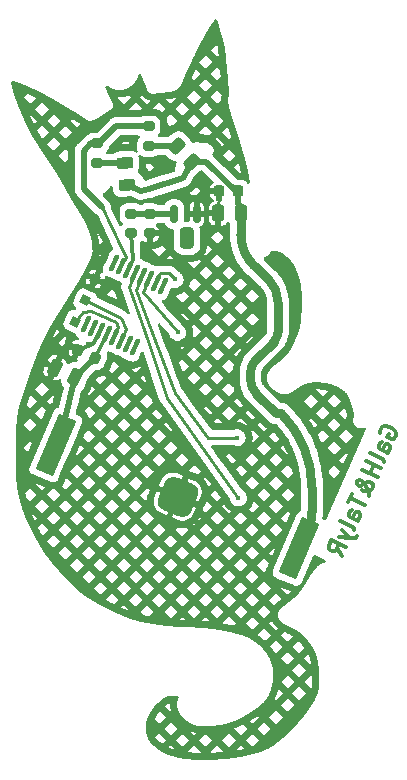
<source format=gbr>
%TF.GenerationSoftware,KiCad,Pcbnew,(6.0.4)*%
%TF.CreationDate,2022-09-08T21:09:09+03:00*%
%TF.ProjectId,purrCat2032,70757272-4361-4743-9230-33322e6b6963,rev?*%
%TF.SameCoordinates,Original*%
%TF.FileFunction,Copper,L2,Bot*%
%TF.FilePolarity,Positive*%
%FSLAX46Y46*%
G04 Gerber Fmt 4.6, Leading zero omitted, Abs format (unit mm)*
G04 Created by KiCad (PCBNEW (6.0.4)) date 2022-09-08 21:09:09*
%MOMM*%
%LPD*%
G01*
G04 APERTURE LIST*
G04 Aperture macros list*
%AMRoundRect*
0 Rectangle with rounded corners*
0 $1 Rounding radius*
0 $2 $3 $4 $5 $6 $7 $8 $9 X,Y pos of 4 corners*
0 Add a 4 corners polygon primitive as box body*
4,1,4,$2,$3,$4,$5,$6,$7,$8,$9,$2,$3,0*
0 Add four circle primitives for the rounded corners*
1,1,$1+$1,$2,$3*
1,1,$1+$1,$4,$5*
1,1,$1+$1,$6,$7*
1,1,$1+$1,$8,$9*
0 Add four rect primitives between the rounded corners*
20,1,$1+$1,$2,$3,$4,$5,0*
20,1,$1+$1,$4,$5,$6,$7,0*
20,1,$1+$1,$6,$7,$8,$9,0*
20,1,$1+$1,$8,$9,$2,$3,0*%
%AMRotRect*
0 Rectangle, with rotation*
0 The origin of the aperture is its center*
0 $1 length*
0 $2 width*
0 $3 Rotation angle, in degrees counterclockwise*
0 Add horizontal line*
21,1,$1,$2,0,0,$3*%
G04 Aperture macros list end*
%ADD10C,0.300000*%
%TA.AperFunction,NonConductor*%
%ADD11C,0.300000*%
%TD*%
%TA.AperFunction,SMDPad,CuDef*%
%ADD12RoundRect,0.150000X-0.150000X0.587500X-0.150000X-0.587500X0.150000X-0.587500X0.150000X0.587500X0*%
%TD*%
%TA.AperFunction,SMDPad,CuDef*%
%ADD13RoundRect,0.300000X-0.300000X0.600000X-0.300000X-0.600000X0.300000X-0.600000X0.300000X0.600000X0*%
%TD*%
%TA.AperFunction,SMDPad,CuDef*%
%ADD14RoundRect,0.225000X0.309574X0.131488X-0.098265X0.321666X-0.309574X-0.131488X0.098265X-0.321666X0*%
%TD*%
%TA.AperFunction,SMDPad,CuDef*%
%ADD15RoundRect,0.243750X-0.494975X-0.150260X-0.150260X-0.494975X0.494975X0.150260X0.150260X0.494975X0*%
%TD*%
%TA.AperFunction,SMDPad,CuDef*%
%ADD16RotRect,0.750000X0.750000X155.000000*%
%TD*%
%TA.AperFunction,SMDPad,CuDef*%
%ADD17RoundRect,0.250000X0.250000X0.475000X-0.250000X0.475000X-0.250000X-0.475000X0.250000X-0.475000X0*%
%TD*%
%TA.AperFunction,SMDPad,CuDef*%
%ADD18RoundRect,0.250000X0.427321X0.324842X-0.025833X0.536151X-0.427321X-0.324842X0.025833X-0.536151X0*%
%TD*%
%TA.AperFunction,SMDPad,CuDef*%
%ADD19RoundRect,0.200000X-0.275000X0.200000X-0.275000X-0.200000X0.275000X-0.200000X0.275000X0.200000X0*%
%TD*%
%TA.AperFunction,SMDPad,CuDef*%
%ADD20RotRect,1.600000X5.080000X157.000000*%
%TD*%
%TA.AperFunction,SMDPad,CuDef*%
%ADD21RoundRect,0.750000X0.983427X0.397330X-0.397330X0.983427X-0.983427X-0.397330X0.397330X-0.983427X0*%
%TD*%
%TA.AperFunction,SMDPad,CuDef*%
%ADD22RoundRect,0.218750X0.218750X0.256250X-0.218750X0.256250X-0.218750X-0.256250X0.218750X-0.256250X0*%
%TD*%
%TA.AperFunction,SMDPad,CuDef*%
%ADD23RoundRect,0.243750X-0.475758X0.203058X-0.433270X-0.282587X0.475758X-0.203058X0.433270X0.282587X0*%
%TD*%
%TA.AperFunction,SMDPad,CuDef*%
%ADD24RoundRect,0.200000X0.275000X-0.200000X0.275000X0.200000X-0.275000X0.200000X-0.275000X-0.200000X0*%
%TD*%
%TA.AperFunction,SMDPad,CuDef*%
%ADD25RoundRect,0.100000X-0.178788X-0.620033X0.360050X0.535509X0.178788X0.620033X-0.360050X-0.535509X0*%
%TD*%
%TA.AperFunction,ViaPad*%
%ADD26C,0.400000*%
%TD*%
%TA.AperFunction,Conductor*%
%ADD27C,0.250000*%
%TD*%
%TA.AperFunction,Conductor*%
%ADD28C,0.500000*%
%TD*%
%TA.AperFunction,Conductor*%
%ADD29C,0.300000*%
%TD*%
%TA.AperFunction,Conductor*%
%ADD30C,0.800000*%
%TD*%
G04 APERTURE END LIST*
D10*
D11*
X49732201Y-50326557D02*
X49725529Y-50177635D01*
X49806877Y-49994926D01*
X49949127Y-49839332D01*
X50125165Y-49771758D01*
X50274087Y-49765086D01*
X50544814Y-49812646D01*
X50727524Y-49893994D01*
X50944020Y-50063360D01*
X51038710Y-50178494D01*
X51106285Y-50354532D01*
X51085840Y-50564357D01*
X51031609Y-50686163D01*
X50889358Y-50841756D01*
X50801340Y-50875544D01*
X50375018Y-50685733D01*
X50483482Y-50442121D01*
X50435062Y-52026030D02*
X49765128Y-51727756D01*
X49670438Y-51612622D01*
X49663767Y-51463700D01*
X49772230Y-51220088D01*
X49887364Y-51125397D01*
X50374159Y-51998914D02*
X50489293Y-51904224D01*
X50624872Y-51599708D01*
X50618201Y-51450787D01*
X50523510Y-51335652D01*
X50401704Y-51281420D01*
X50252783Y-51288092D01*
X50137648Y-51382782D01*
X50002069Y-51687297D01*
X49886934Y-51781988D01*
X50082557Y-52817769D02*
X50075885Y-52668847D01*
X49981195Y-52553713D01*
X48884940Y-52065629D01*
X49865630Y-53304993D02*
X48586667Y-52735562D01*
X49195697Y-53006720D02*
X48870308Y-53737556D01*
X49540241Y-54035830D02*
X48261278Y-53466398D01*
X48808115Y-55680211D02*
X48835231Y-55619308D01*
X48828559Y-55470387D01*
X48727198Y-55206330D01*
X48497358Y-54739120D01*
X48368881Y-54535967D01*
X48213288Y-54393717D01*
X48091482Y-54339485D01*
X47942560Y-54346157D01*
X47827425Y-54440847D01*
X47800309Y-54501750D01*
X47806981Y-54650672D01*
X47901671Y-54765806D01*
X47962574Y-54792922D01*
X48111496Y-54786251D01*
X48199515Y-54752463D01*
X48605822Y-54495508D01*
X48693840Y-54461721D01*
X48842762Y-54455050D01*
X49025471Y-54536397D01*
X49120162Y-54651531D01*
X49153949Y-54739550D01*
X49160620Y-54888472D01*
X49079273Y-55071181D01*
X48964138Y-55165871D01*
X48876120Y-55199659D01*
X48551160Y-55273905D01*
X48341335Y-55253460D01*
X48219529Y-55199229D01*
X47366457Y-55476198D02*
X47041068Y-56207035D01*
X48482726Y-56411048D02*
X47203762Y-55841617D01*
X47886179Y-57750915D02*
X47216245Y-57452641D01*
X47121555Y-57337506D01*
X47114884Y-57188585D01*
X47223347Y-56944972D01*
X47338481Y-56850282D01*
X47825276Y-57723799D02*
X47940410Y-57629108D01*
X48075989Y-57324593D01*
X48069318Y-57175671D01*
X47974627Y-57060537D01*
X47852821Y-57006305D01*
X47703900Y-57012977D01*
X47588765Y-57107667D01*
X47453186Y-57412182D01*
X47338052Y-57506873D01*
X47533674Y-58542654D02*
X47527002Y-58393732D01*
X47432312Y-58278598D01*
X46336057Y-57790514D01*
X46518337Y-58528451D02*
X47235400Y-59212587D01*
X46247179Y-59137482D02*
X47235400Y-59212587D01*
X47594147Y-59226360D01*
X47682166Y-59192573D01*
X47797300Y-59097883D01*
X46557506Y-60735163D02*
X46138286Y-60037684D01*
X46882895Y-60004327D02*
X45603931Y-59434895D01*
X45387005Y-59922120D01*
X45393677Y-60071041D01*
X45427464Y-60159060D01*
X45522154Y-60274195D01*
X45704863Y-60355542D01*
X45853785Y-60348871D01*
X45941804Y-60315083D01*
X46056939Y-60220393D01*
X46273865Y-59733169D01*
D12*
%TO.P,Q1,1,G*%
%TO.N,/MOTOR_MCU_R*%
X32324000Y-31796586D03*
%TO.P,Q1,2,S*%
%TO.N,/GND*%
X34224000Y-31796586D03*
D13*
%TO.P,Q1,3,D*%
%TO.N,/MOTOR_GND*%
X33400000Y-33850000D03*
%TD*%
D14*
%TO.P,C3,1*%
%TO.N,/V_BAT*%
X25616609Y-43951615D03*
%TO.P,C3,2*%
%TO.N,/GND*%
X24211831Y-43296557D03*
%TD*%
D15*
%TO.P,D3,1,K*%
%TO.N,/LED2_R*%
X32528504Y-26028370D03*
%TO.P,D3,2,A*%
%TO.N,/V_BAT*%
X33854330Y-27354196D03*
%TD*%
D16*
%TO.P,REF\u002A\u002A,1*%
%TO.N,/GND*%
X25639952Y-37295046D03*
%TO.P,REF\u002A\u002A,2*%
%TO.N,unconnected-(U1-Pad3)*%
X24794715Y-39107662D03*
%TO.P,REF\u002A\u002A,3*%
%TO.N,unconnected-(U1-Pad4)*%
X23949479Y-40920277D03*
%TD*%
D17*
%TO.P,C2,1*%
%TO.N,/V_BAT*%
X37964220Y-31750000D03*
%TO.P,C2,2*%
%TO.N,/GND*%
X36064220Y-31750000D03*
%TD*%
D18*
%TO.P,C1,1*%
%TO.N,/V_BAT*%
X23955212Y-45605573D03*
%TO.P,C1,2*%
%TO.N,/GND*%
X22233228Y-44802599D03*
%TD*%
D19*
%TO.P,R1,2*%
%TO.N,/GND*%
X30231318Y-33439564D03*
%TO.P,R1,1*%
%TO.N,/MOTOR_MCU_R*%
X30231318Y-31789564D03*
%TD*%
D20*
%TO.P,BT1,1,+*%
%TO.N,/V_BAT*%
X42914951Y-60104191D03*
X22295643Y-51351813D03*
D21*
%TO.P,BT1,2,-*%
%TO.N,/GND*%
X32605297Y-55728002D03*
%TD*%
D22*
%TO.P,D1,1,K*%
%TO.N,/V_BAT*%
X37691720Y-29870000D03*
%TO.P,D1,2,A*%
%TO.N,/GND*%
X36116720Y-29870000D03*
%TD*%
D19*
%TO.P,R4,2*%
%TO.N,/MOTOR_MCU*%
X28690151Y-33435840D03*
%TO.P,R4,1*%
%TO.N,/MOTOR_MCU_R*%
X28690151Y-31785840D03*
%TD*%
D23*
%TO.P,D2,1,K*%
%TO.N,/LED1_R*%
X28142511Y-27460153D03*
%TO.P,D2,2,A*%
%TO.N,/V_BAT*%
X28305929Y-29328019D03*
%TD*%
D24*
%TO.P,R2,1*%
%TO.N,/LED1_R*%
X25804220Y-27459086D03*
%TO.P,R2,2*%
%TO.N,/LED_MCU*%
X25804220Y-25809086D03*
%TD*%
%TO.P,R3,1*%
%TO.N,/LED2_R*%
X30174220Y-26029086D03*
%TO.P,R3,2*%
%TO.N,/LED_MCU*%
X30174220Y-24379086D03*
%TD*%
D25*
%TO.P,U1,1,P1.1/UCA0CLK/ACLK/C1/A1*%
%TO.N,unconnected-(U1-Pad1)*%
X28966325Y-43059849D03*
%TO.P,U1,2,P1.0/UCA0STE/SMCLK/C0/A1/Veref+*%
%TO.N,unconnected-(U1-Pad2)*%
X28377225Y-42785147D03*
%TO.P,U1,3,TEST/SBWTCK*%
%TO.N,unconnected-(U1-Pad3)*%
X27788125Y-42510445D03*
%TO.P,U1,4,NRST/NMI/SBWTDIO*%
%TO.N,unconnected-(U1-Pad4)*%
X27199025Y-42235743D03*
%TO.P,U1,5,DVCC*%
%TO.N,/V_BAT*%
X26609925Y-41961041D03*
%TO.P,U1,6,DVSS*%
%TO.N,/GND*%
X26020825Y-41686339D03*
%TO.P,U1,7,P2.7/TB0CLK/XIN*%
%TO.N,unconnected-(U1-Pad7)*%
X25431725Y-41411637D03*
%TO.P,U1,8,P2.6/MCLK/XOUT*%
%TO.N,unconnected-(U1-Pad8)*%
X24842625Y-41136935D03*
%TO.P,U1,9,P2.1/TB0.2*%
%TO.N,unconnected-(U1-Pad9)*%
X27262115Y-35948323D03*
%TO.P,U1,10,P2.0/TB0.1/COUT*%
%TO.N,/LED_MCU*%
X27851215Y-36223025D03*
%TO.P,U1,11,P1.7/UCA0TXD/UCA0SIMO/TB0.2/TDO/A7/VREF+*%
%TO.N,/MOTOR_MCU*%
X28440315Y-36497727D03*
%TO.P,U1,12,P1.6/UCA0RXD/UCA0SOMI/TB0.1/TDI/TCLK/A6*%
%TO.N,Net-(TP4-Pad1)*%
X29029415Y-36772429D03*
%TO.P,U1,13,P1.5/UCA0CLK/TMS/A5*%
%TO.N,Net-(TP3-Pad1)*%
X29618515Y-37047131D03*
%TO.P,U1,14,P1.4/UCA0STE/TCK/A4*%
%TO.N,Net-(TP2-Pad1)*%
X30207615Y-37321833D03*
%TO.P,U1,15,P1.3/UCA0STE/TCK/A4*%
%TO.N,Net-(TP1-Pad1)*%
X30796715Y-37596535D03*
%TO.P,U1,16,P1.2/VCARXD/UCASOMI/TB0TRG/C2/A2/Veref-*%
%TO.N,unconnected-(U1-Pad16)*%
X31385815Y-37871237D03*
%TD*%
D26*
%TO.N,Net-(TP4-Pad1)*%
X37760000Y-55820000D03*
%TO.N,Net-(TP3-Pad1)*%
X37650000Y-50730000D03*
%TO.N,Net-(TP2-Pad1)*%
X32610000Y-41820000D03*
%TO.N,Net-(TP1-Pad1)*%
X32400000Y-37338000D03*
%TD*%
D27*
%TO.N,Net-(TP1-Pad1)*%
X31150000Y-36800000D02*
X30796715Y-37596535D01*
X32400000Y-37338000D02*
X31862000Y-36800000D01*
X31862000Y-36800000D02*
X31150000Y-36800000D01*
%TO.N,/GND*%
X36064220Y-31750000D02*
X36116720Y-29870000D01*
D28*
%TO.N,/MOTOR_MCU_R*%
X30231318Y-31789564D02*
X28690151Y-31785840D01*
X32311500Y-31784086D02*
X30465000Y-31784086D01*
X32324000Y-31796586D02*
X32311500Y-31784086D01*
D29*
%TO.N,/MOTOR_MCU*%
X28810000Y-35690000D02*
X28690151Y-33435840D01*
D30*
%TO.N,/V_BAT*%
X37964220Y-32734086D02*
X37964220Y-31511959D01*
D28*
X37694220Y-30004086D02*
X35044330Y-27354196D01*
D29*
X26064220Y-43144086D02*
X25616609Y-43951615D01*
D28*
X22570000Y-51260000D02*
X23955212Y-45605573D01*
X30194220Y-29684086D02*
X29484220Y-29824086D01*
D30*
X37964220Y-33159700D02*
X37964220Y-32734086D01*
D28*
X29484220Y-29824086D02*
X28305929Y-29328019D01*
D30*
X39262042Y-44097958D02*
X40730000Y-42630000D01*
D28*
X37691720Y-30854086D02*
X37691720Y-30004086D01*
D30*
X38779598Y-45790581D02*
X38779598Y-45262681D01*
D28*
X35044330Y-27354196D02*
X33854330Y-27354196D01*
D30*
X40959971Y-48681919D02*
X39282326Y-47004273D01*
X40270000Y-37270000D02*
X39257782Y-36257782D01*
D28*
X33854330Y-27354196D02*
X33074220Y-28744086D01*
X37691720Y-30004086D02*
X37694220Y-30004086D01*
D29*
X26609925Y-41961041D02*
X26064220Y-43144086D01*
D30*
X37964220Y-33510411D02*
X37964220Y-32734086D01*
D28*
X33074220Y-28744086D02*
X30194220Y-29684086D01*
D30*
X43984220Y-56952204D02*
X43984220Y-54964086D01*
X41120000Y-41688457D02*
X41120000Y-39322081D01*
X41382067Y-48681933D02*
X40959971Y-48681919D01*
D28*
X23955212Y-45605573D02*
X25616609Y-43951615D01*
X37691689Y-30854117D02*
G75*
G02*
X37964220Y-31511959I-657789J-657883D01*
G01*
D30*
X39262044Y-44097960D02*
G75*
G03*
X38779598Y-45262681I1164756J-1164740D01*
G01*
X41382066Y-48681934D02*
G75*
G02*
X43984220Y-54964086I-6282156J-6282156D01*
G01*
X37964216Y-33510411D02*
G75*
G03*
X39070000Y-36180000I3775384J11D01*
G01*
X40269995Y-37270005D02*
G75*
G02*
X41120000Y-39322081I-2052095J-2052095D01*
G01*
X39070000Y-36180011D02*
G75*
G02*
X39257782Y-36257782I0J-265589D01*
G01*
X43984224Y-56952204D02*
G75*
G02*
X42640594Y-60196004I-4587424J4D01*
G01*
X41119982Y-41688457D02*
G75*
G02*
X40730000Y-42630000I-1331482J-43D01*
G01*
X38779607Y-45790581D02*
G75*
G03*
X39282326Y-47004273I1716393J-19D01*
G01*
D29*
%TO.N,/GND*%
X25464220Y-42804086D02*
X24211831Y-43296557D01*
X26020825Y-41686339D02*
X25464220Y-42804086D01*
D28*
%TO.N,/LED1_R*%
X28142511Y-27460153D02*
X25805287Y-27460153D01*
X25805287Y-27460153D02*
X25804220Y-27459086D01*
%TO.N,/LED2_R*%
X30174936Y-26028370D02*
X30174220Y-26029086D01*
X32528504Y-26028370D02*
X30174936Y-26028370D01*
D29*
%TO.N,/MOTOR_MCU*%
X28440315Y-36497727D02*
X28810000Y-35690000D01*
D28*
%TO.N,/LED_MCU*%
X30169220Y-24374086D02*
X30174220Y-24379086D01*
X25969220Y-25809086D02*
X27404220Y-24374086D01*
X27404220Y-24374086D02*
X30169220Y-24374086D01*
X25309220Y-25809086D02*
X25804220Y-25809086D01*
D27*
X27834220Y-34604086D02*
X26214220Y-31224086D01*
X28214220Y-35444086D02*
X27834220Y-34604086D01*
D28*
X26214220Y-31224086D02*
X24644220Y-29654086D01*
X24644220Y-26474086D02*
X25309220Y-25809086D01*
X25804220Y-25809086D02*
X25969220Y-25809086D01*
X24644220Y-29654086D02*
X24644220Y-26474086D01*
D27*
X27851215Y-36223025D02*
X28214220Y-35444086D01*
%TO.N,unconnected-(U1-Pad3)*%
X27798740Y-40559828D02*
X24794715Y-39107662D01*
X27788125Y-42510445D02*
X28200000Y-41560000D01*
X28200000Y-41560000D02*
X27798740Y-40559828D01*
%TO.N,unconnected-(U1-Pad4)*%
X25277576Y-40033941D02*
X24635685Y-40103544D01*
X24635685Y-40103544D02*
X23949479Y-40920277D01*
X27390000Y-40980000D02*
X25277576Y-40033941D01*
X27590000Y-41370000D02*
X27390000Y-40980000D01*
X27199025Y-42235743D02*
X27590000Y-41370000D01*
%TO.N,Net-(TP4-Pad1)*%
X29029415Y-36772429D02*
X28478532Y-37981532D01*
X37760000Y-55820000D02*
X31672262Y-47357738D01*
X30117028Y-42549972D02*
X28478532Y-37981532D01*
X30117028Y-42549972D02*
X31672262Y-47357738D01*
%TO.N,Net-(TP3-Pad1)*%
X32365207Y-46914793D02*
X30140000Y-40900000D01*
X29100000Y-38190000D02*
X30140000Y-40900000D01*
X35210000Y-50730000D02*
X32365207Y-46914793D01*
X29618515Y-37047131D02*
X29100000Y-38190000D01*
X37650000Y-50730000D02*
X35210000Y-50730000D01*
%TO.N,Net-(TP2-Pad1)*%
X29690000Y-38410000D02*
X30207615Y-37321833D01*
X32610000Y-41820000D02*
X29690000Y-38410000D01*
%TD*%
%TA.AperFunction,Conductor*%
%TO.N,/GND*%
G36*
X35938654Y-15354544D02*
G01*
X35968540Y-15404095D01*
X35970075Y-15408869D01*
X35977533Y-15432272D01*
X35984498Y-15454368D01*
X35984902Y-15455649D01*
X35984987Y-15455922D01*
X35992304Y-15479323D01*
X35992400Y-15479629D01*
X35999754Y-15503360D01*
X36006989Y-15526979D01*
X36014373Y-15551184D01*
X36021623Y-15575132D01*
X36028195Y-15597006D01*
X36028571Y-15598259D01*
X36028572Y-15598347D01*
X36028595Y-15598340D01*
X36036011Y-15623084D01*
X36043897Y-15649679D01*
X36043897Y-15649705D01*
X36043904Y-15649703D01*
X36049760Y-15669467D01*
X36049849Y-15669770D01*
X36057758Y-15696711D01*
X36057766Y-15696739D01*
X36064383Y-15719295D01*
X36066197Y-15725481D01*
X36072033Y-15745485D01*
X36078733Y-15768569D01*
X36082521Y-15781691D01*
X36083781Y-15786058D01*
X36083783Y-15786066D01*
X36093779Y-15820706D01*
X36093834Y-15820895D01*
X36100487Y-15844086D01*
X36100482Y-15844087D01*
X36100506Y-15844153D01*
X36107480Y-15868516D01*
X36107480Y-15868563D01*
X36107492Y-15868559D01*
X36111072Y-15881083D01*
X36111102Y-15881189D01*
X36115960Y-15898239D01*
X36121926Y-15919181D01*
X36131707Y-15953572D01*
X36131711Y-15953580D01*
X36131714Y-15953591D01*
X36132054Y-15954786D01*
X36132109Y-15954979D01*
X36142926Y-15993229D01*
X36148592Y-16013290D01*
X36148591Y-16013355D01*
X36148608Y-16013350D01*
X36156992Y-16043091D01*
X36157008Y-16043145D01*
X36160297Y-16054832D01*
X36160322Y-16054934D01*
X36160335Y-16055042D01*
X36170665Y-16091688D01*
X36170991Y-16092846D01*
X36171025Y-16092967D01*
X36180772Y-16127678D01*
X36180815Y-16127832D01*
X36180829Y-16127863D01*
X36180848Y-16127924D01*
X36181380Y-16129818D01*
X36181407Y-16129930D01*
X36181414Y-16129986D01*
X36187696Y-16152346D01*
X36194805Y-16177743D01*
X36194858Y-16177864D01*
X36194879Y-16177930D01*
X36201945Y-16203114D01*
X36201945Y-16203115D01*
X36201982Y-16203229D01*
X36202451Y-16204902D01*
X36202475Y-16205002D01*
X36202493Y-16205156D01*
X36202618Y-16205603D01*
X36202619Y-16205605D01*
X36211920Y-16238723D01*
X36212962Y-16242435D01*
X36222953Y-16278107D01*
X36222977Y-16278162D01*
X36222978Y-16278164D01*
X36223458Y-16279875D01*
X36223503Y-16280064D01*
X36223528Y-16280269D01*
X36231621Y-16309027D01*
X36231671Y-16309206D01*
X36234685Y-16319976D01*
X36236907Y-16327919D01*
X36236952Y-16328020D01*
X36236980Y-16328110D01*
X36243979Y-16353075D01*
X36244030Y-16353191D01*
X36244053Y-16353263D01*
X36244774Y-16355828D01*
X36244810Y-16355978D01*
X36244831Y-16356154D01*
X36244973Y-16356658D01*
X36244976Y-16356670D01*
X36251875Y-16381133D01*
X36251886Y-16381178D01*
X36251892Y-16381228D01*
X36254443Y-16390266D01*
X36258201Y-16403658D01*
X36258239Y-16403744D01*
X36258267Y-16403832D01*
X36259026Y-16406532D01*
X36257228Y-16407038D01*
X36257274Y-16407138D01*
X36259041Y-16406638D01*
X36261440Y-16415119D01*
X36261494Y-16415313D01*
X36265344Y-16429007D01*
X36263295Y-16429583D01*
X36263306Y-16429770D01*
X36265416Y-16429173D01*
X36267767Y-16437484D01*
X36267794Y-16437578D01*
X36272488Y-16454223D01*
X36272532Y-16454377D01*
X36272554Y-16454428D01*
X36272562Y-16454451D01*
X36273315Y-16457120D01*
X36273326Y-16457166D01*
X36273355Y-16457398D01*
X36273543Y-16458059D01*
X36273543Y-16458060D01*
X36280517Y-16482617D01*
X36280577Y-16482865D01*
X36280615Y-16483164D01*
X36288021Y-16509096D01*
X36288076Y-16509290D01*
X36293492Y-16528444D01*
X36293946Y-16530051D01*
X36294051Y-16530287D01*
X36294113Y-16530479D01*
X36295037Y-16533731D01*
X36293004Y-16534309D01*
X36293090Y-16534483D01*
X36295062Y-16533918D01*
X36295062Y-16533920D01*
X36298073Y-16544422D01*
X36301272Y-16555684D01*
X36299239Y-16556261D01*
X36299252Y-16556472D01*
X36301354Y-16555869D01*
X36301356Y-16555873D01*
X36302278Y-16559088D01*
X36302336Y-16559322D01*
X36302372Y-16559608D01*
X36309648Y-16584855D01*
X36309716Y-16585128D01*
X36309758Y-16585459D01*
X36310027Y-16586386D01*
X36313841Y-16599545D01*
X36313985Y-16600049D01*
X36315831Y-16606518D01*
X36313829Y-16607089D01*
X36313843Y-16607306D01*
X36315916Y-16606705D01*
X36315918Y-16606709D01*
X36317093Y-16610761D01*
X36317141Y-16610955D01*
X36317170Y-16611178D01*
X36320112Y-16621286D01*
X36321703Y-16626835D01*
X36323216Y-16632112D01*
X36321269Y-16632670D01*
X36321290Y-16632995D01*
X36323344Y-16632396D01*
X36323348Y-16632405D01*
X36323560Y-16633134D01*
X36323657Y-16633467D01*
X36324582Y-16636675D01*
X36322591Y-16637249D01*
X36322646Y-16637361D01*
X36324596Y-16636792D01*
X36324598Y-16636798D01*
X36324598Y-16636800D01*
X36326194Y-16642271D01*
X36330676Y-16657822D01*
X36328705Y-16658390D01*
X36328734Y-16658827D01*
X36330846Y-16658212D01*
X36331064Y-16658960D01*
X36331115Y-16659136D01*
X36332102Y-16662541D01*
X36332147Y-16662722D01*
X36332234Y-16663371D01*
X36332746Y-16665106D01*
X36332746Y-16665107D01*
X36339663Y-16688558D01*
X36339728Y-16688813D01*
X36339769Y-16689120D01*
X36340023Y-16689977D01*
X36340030Y-16690004D01*
X36344285Y-16704351D01*
X36344466Y-16704967D01*
X36345799Y-16709547D01*
X36345861Y-16709684D01*
X36345893Y-16709782D01*
X36347384Y-16714890D01*
X36345630Y-16715402D01*
X36345857Y-16715863D01*
X36347454Y-16715385D01*
X36349764Y-16723105D01*
X36350293Y-16724872D01*
X36350535Y-16725692D01*
X36353250Y-16734994D01*
X36351475Y-16735512D01*
X36351511Y-16736040D01*
X36353460Y-16735456D01*
X36353464Y-16735466D01*
X36354991Y-16740565D01*
X36355060Y-16740833D01*
X36355105Y-16741155D01*
X36358657Y-16752955D01*
X36361151Y-16761412D01*
X36361152Y-16761414D01*
X36359266Y-16761970D01*
X36359300Y-16762437D01*
X36361327Y-16761829D01*
X36361467Y-16762296D01*
X36361568Y-16762634D01*
X36362922Y-16767197D01*
X36361056Y-16767751D01*
X36361382Y-16768390D01*
X36363022Y-16767891D01*
X36366912Y-16780668D01*
X36367174Y-16781538D01*
X36368821Y-16787091D01*
X36366982Y-16787636D01*
X36367008Y-16787983D01*
X36368959Y-16787389D01*
X36370772Y-16793343D01*
X36370836Y-16793586D01*
X36370879Y-16793888D01*
X36371137Y-16794732D01*
X36371141Y-16794746D01*
X36374070Y-16804315D01*
X36374296Y-16805062D01*
X36376497Y-16812416D01*
X36376503Y-16812435D01*
X36376771Y-16813329D01*
X36376907Y-16813622D01*
X36376994Y-16813879D01*
X36378824Y-16819959D01*
X36377066Y-16820488D01*
X36377346Y-16821043D01*
X36378911Y-16820558D01*
X36382145Y-16831005D01*
X36382434Y-16831952D01*
X36384613Y-16839192D01*
X36382860Y-16839720D01*
X36382899Y-16840226D01*
X36384816Y-16839633D01*
X36386717Y-16845775D01*
X36386755Y-16845917D01*
X36386781Y-16846090D01*
X36389367Y-16854422D01*
X36389497Y-16854844D01*
X36392895Y-16866003D01*
X36393019Y-16866268D01*
X36393110Y-16866532D01*
X36394789Y-16872019D01*
X36392985Y-16872571D01*
X36393220Y-16873027D01*
X36394864Y-16872511D01*
X36397863Y-16882072D01*
X36398124Y-16882914D01*
X36400830Y-16891757D01*
X36399025Y-16892309D01*
X36399068Y-16892828D01*
X36401042Y-16892209D01*
X36402667Y-16897393D01*
X36402685Y-16897458D01*
X36402700Y-16897558D01*
X36402790Y-16897846D01*
X36402794Y-16897859D01*
X36405798Y-16907421D01*
X36405911Y-16907781D01*
X36409201Y-16918409D01*
X36409277Y-16918568D01*
X36409322Y-16918699D01*
X36410771Y-16923366D01*
X36408951Y-16923931D01*
X36409131Y-16924279D01*
X36410830Y-16923741D01*
X36413583Y-16932431D01*
X36413755Y-16932979D01*
X36417103Y-16943764D01*
X36415289Y-16944327D01*
X36415333Y-16944837D01*
X36417314Y-16944209D01*
X36417889Y-16946024D01*
X36418790Y-16948866D01*
X36418805Y-16948922D01*
X36418807Y-16948937D01*
X36418819Y-16948976D01*
X36418822Y-16948986D01*
X36419727Y-16951841D01*
X36421492Y-16957411D01*
X36425426Y-16969953D01*
X36425471Y-16970047D01*
X36425500Y-16970129D01*
X36426861Y-16974461D01*
X36425082Y-16975020D01*
X36425125Y-16975103D01*
X36426875Y-16974546D01*
X36427784Y-16977403D01*
X36427922Y-16977837D01*
X36430375Y-16985643D01*
X36433376Y-16995196D01*
X36433578Y-16995618D01*
X36433589Y-16995650D01*
X36434835Y-16999565D01*
X36434911Y-16999840D01*
X36434959Y-17000147D01*
X36435234Y-17001008D01*
X36435241Y-17001032D01*
X36443270Y-17026137D01*
X36443372Y-17026455D01*
X36444621Y-17030395D01*
X36449741Y-17046554D01*
X36449846Y-17046774D01*
X36449916Y-17046969D01*
X36457506Y-17070822D01*
X36457868Y-17071961D01*
X36457916Y-17072060D01*
X36457957Y-17072176D01*
X36462543Y-17086568D01*
X36462577Y-17086673D01*
X36473336Y-17120538D01*
X36473583Y-17121317D01*
X36473592Y-17121337D01*
X36473681Y-17121585D01*
X36477970Y-17135123D01*
X36478064Y-17135422D01*
X36485452Y-17158945D01*
X36485539Y-17159223D01*
X36492847Y-17182681D01*
X36492937Y-17182969D01*
X36500100Y-17206157D01*
X36500281Y-17206748D01*
X36506953Y-17228728D01*
X36507103Y-17229225D01*
X36513421Y-17250385D01*
X36513671Y-17251224D01*
X36513873Y-17251910D01*
X36519943Y-17272710D01*
X36520154Y-17273434D01*
X36520335Y-17274062D01*
X36526494Y-17295584D01*
X36526734Y-17296433D01*
X36532634Y-17317676D01*
X36538410Y-17339024D01*
X36538600Y-17339741D01*
X36543983Y-17360266D01*
X36544198Y-17361098D01*
X36549439Y-17381757D01*
X36549603Y-17382416D01*
X36554624Y-17402844D01*
X36554898Y-17403982D01*
X36559578Y-17423816D01*
X36559812Y-17424826D01*
X36564461Y-17445280D01*
X36564674Y-17446235D01*
X36568726Y-17464821D01*
X36569135Y-17466697D01*
X36569320Y-17467562D01*
X36573752Y-17488672D01*
X36573897Y-17489377D01*
X36574483Y-17492283D01*
X36578194Y-17510661D01*
X36578327Y-17511329D01*
X36582460Y-17532587D01*
X36582605Y-17533351D01*
X36586529Y-17554489D01*
X36586620Y-17554991D01*
X36590353Y-17575886D01*
X36590534Y-17576902D01*
X36590660Y-17577622D01*
X36591893Y-17584781D01*
X36594471Y-17599759D01*
X36594593Y-17600480D01*
X36598216Y-17622284D01*
X36598332Y-17622997D01*
X36601932Y-17645702D01*
X36601977Y-17645992D01*
X36605490Y-17668742D01*
X36605609Y-17669531D01*
X36608987Y-17692364D01*
X36609026Y-17692626D01*
X36612496Y-17716646D01*
X36612579Y-17717232D01*
X36615845Y-17740617D01*
X36615915Y-17741125D01*
X36616046Y-17742090D01*
X36619148Y-17764982D01*
X36622366Y-17789453D01*
X36625551Y-17814058D01*
X36628623Y-17838615D01*
X36628581Y-17838620D01*
X36628657Y-17838890D01*
X36631666Y-17863390D01*
X36631669Y-17863418D01*
X36634651Y-17888046D01*
X36634698Y-17888439D01*
X36636980Y-17907796D01*
X36637591Y-17912975D01*
X36640435Y-17937642D01*
X36643264Y-17962441D01*
X36645699Y-17984324D01*
X36646115Y-17988062D01*
X36646127Y-17988173D01*
X36648819Y-18012570D01*
X36648845Y-18012811D01*
X36651485Y-18037161D01*
X36651622Y-18038429D01*
X36654313Y-18063669D01*
X36656519Y-18084569D01*
X36657064Y-18089738D01*
X36659629Y-18114329D01*
X36662216Y-18139657D01*
X36664917Y-18166213D01*
X36664930Y-18166340D01*
X36667260Y-18189480D01*
X36667277Y-18189651D01*
X36669753Y-18214582D01*
X36669755Y-18214596D01*
X36672713Y-18244416D01*
X36672736Y-18244653D01*
X36674697Y-18264809D01*
X36674685Y-18264810D01*
X36674704Y-18264883D01*
X36677449Y-18293279D01*
X36680294Y-18322726D01*
X36680392Y-18323742D01*
X36680367Y-18323872D01*
X36680403Y-18323869D01*
X36682221Y-18342889D01*
X36682224Y-18342915D01*
X36685002Y-18372043D01*
X36685020Y-18372231D01*
X36687280Y-18396309D01*
X36687281Y-18396322D01*
X36687866Y-18402565D01*
X36690135Y-18426768D01*
X36692240Y-18449254D01*
X36694676Y-18475441D01*
X36697206Y-18502754D01*
X36699128Y-18523659D01*
X36703104Y-18566990D01*
X36704031Y-18577096D01*
X36704263Y-18579622D01*
X36704266Y-18579661D01*
X36706846Y-18607894D01*
X36706849Y-18607921D01*
X36708878Y-18630179D01*
X36708879Y-18630197D01*
X36710675Y-18649930D01*
X36710677Y-18649950D01*
X36714110Y-18687725D01*
X36714133Y-18687983D01*
X36716436Y-18713335D01*
X36717148Y-18721180D01*
X36717371Y-18723631D01*
X36717376Y-18723733D01*
X36717378Y-18723733D01*
X36719739Y-18749872D01*
X36719744Y-18749975D01*
X36719736Y-18750103D01*
X36719771Y-18750487D01*
X36722482Y-18780306D01*
X36722493Y-18780421D01*
X36723573Y-18792417D01*
X36724200Y-18799388D01*
X36724216Y-18799455D01*
X36724219Y-18799481D01*
X36724474Y-18802297D01*
X36724471Y-18802345D01*
X36724483Y-18802476D01*
X36725959Y-18818747D01*
X36725964Y-18818795D01*
X36726580Y-18825613D01*
X36724363Y-18825813D01*
X36724361Y-18825828D01*
X36726583Y-18825626D01*
X36726584Y-18825630D01*
X36727960Y-18840796D01*
X36727944Y-18840881D01*
X36727968Y-18840879D01*
X36729216Y-18854730D01*
X36727509Y-18854884D01*
X36727532Y-18854985D01*
X36729209Y-18854832D01*
X36729209Y-18854833D01*
X36730826Y-18872611D01*
X36730836Y-18872725D01*
X36730815Y-18872830D01*
X36730845Y-18872827D01*
X36731294Y-18877810D01*
X36729806Y-18877944D01*
X36729800Y-18877973D01*
X36731300Y-18877837D01*
X36732741Y-18893698D01*
X36732751Y-18893801D01*
X36733972Y-18907364D01*
X36731774Y-18907562D01*
X36731777Y-18907572D01*
X36733970Y-18907372D01*
X36734084Y-18908621D01*
X36734162Y-18909478D01*
X36736027Y-18930198D01*
X36736056Y-18930323D01*
X36736352Y-18933568D01*
X36736356Y-18933647D01*
X36736353Y-18933685D01*
X36736362Y-18933789D01*
X36736363Y-18933800D01*
X36738194Y-18953893D01*
X36738203Y-18953985D01*
X36740818Y-18982921D01*
X36740841Y-18983022D01*
X36740854Y-18983122D01*
X36743235Y-19009311D01*
X36743239Y-19009342D01*
X36743243Y-19009387D01*
X36743247Y-19009403D01*
X36743257Y-19009485D01*
X36743500Y-19012162D01*
X36743509Y-19012338D01*
X36743499Y-19012502D01*
X36744476Y-19023192D01*
X36747073Y-19051620D01*
X36747083Y-19051727D01*
X36748331Y-19065517D01*
X36746690Y-19065665D01*
X36746727Y-19065831D01*
X36748320Y-19065684D01*
X36748320Y-19065685D01*
X36749419Y-19077594D01*
X36749639Y-19079983D01*
X36749660Y-19080213D01*
X36750350Y-19087846D01*
X36748244Y-19088036D01*
X36748231Y-19088134D01*
X36750371Y-19087937D01*
X36751897Y-19104482D01*
X36751909Y-19104609D01*
X36753168Y-19118412D01*
X36751534Y-19118561D01*
X36751554Y-19118649D01*
X36753162Y-19118501D01*
X36753162Y-19118503D01*
X36753999Y-19127575D01*
X36754392Y-19131838D01*
X36754404Y-19131973D01*
X36755223Y-19140959D01*
X36753117Y-19141151D01*
X36753110Y-19141203D01*
X36755234Y-19141007D01*
X36755237Y-19141020D01*
X36755597Y-19144921D01*
X36755598Y-19144941D01*
X36755596Y-19144973D01*
X36757036Y-19160565D01*
X36757050Y-19160720D01*
X36759777Y-19190662D01*
X36760058Y-19193751D01*
X36760112Y-19193976D01*
X36760132Y-19194134D01*
X36760330Y-19196278D01*
X36760325Y-19196278D01*
X36760334Y-19196310D01*
X36760473Y-19197824D01*
X36760469Y-19197893D01*
X36760490Y-19198118D01*
X36762176Y-19216301D01*
X36762165Y-19216302D01*
X36762182Y-19216367D01*
X36762583Y-19220713D01*
X36762584Y-19220720D01*
X36762585Y-19220726D01*
X36760541Y-19220914D01*
X36760539Y-19220933D01*
X36762587Y-19220743D01*
X36762909Y-19224205D01*
X36762914Y-19224306D01*
X36762907Y-19224426D01*
X36762941Y-19224785D01*
X36762941Y-19224794D01*
X36763462Y-19230375D01*
X36765341Y-19250515D01*
X36765341Y-19250516D01*
X36765370Y-19250822D01*
X36765369Y-19250822D01*
X36765757Y-19254974D01*
X36765768Y-19255089D01*
X36767475Y-19273556D01*
X36767490Y-19273616D01*
X36767495Y-19273658D01*
X36769844Y-19298989D01*
X36769932Y-19299942D01*
X36769959Y-19300054D01*
X36769972Y-19300154D01*
X36770214Y-19302748D01*
X36770219Y-19302848D01*
X36770213Y-19302952D01*
X36770241Y-19303246D01*
X36770241Y-19303254D01*
X36772682Y-19329282D01*
X36772688Y-19329397D01*
X36772679Y-19329553D01*
X36775293Y-19357220D01*
X36777273Y-19378466D01*
X36777302Y-19378587D01*
X36777313Y-19378673D01*
X36779781Y-19404993D01*
X36779810Y-19405114D01*
X36779831Y-19405276D01*
X36780058Y-19407687D01*
X36780068Y-19407865D01*
X36780061Y-19407982D01*
X36780193Y-19409376D01*
X36782533Y-19434162D01*
X36782541Y-19434314D01*
X36782530Y-19434500D01*
X36782583Y-19435052D01*
X36782583Y-19435059D01*
X36784929Y-19459665D01*
X36784951Y-19459893D01*
X36787032Y-19482144D01*
X36787140Y-19483304D01*
X36787186Y-19483493D01*
X36787208Y-19483665D01*
X36789679Y-19509834D01*
X36789715Y-19509983D01*
X36789733Y-19510126D01*
X36789929Y-19512181D01*
X36789938Y-19512353D01*
X36789933Y-19512441D01*
X36789958Y-19512701D01*
X36789958Y-19512707D01*
X36792428Y-19538753D01*
X36792435Y-19538876D01*
X36792427Y-19539015D01*
X36792467Y-19539433D01*
X36792467Y-19539434D01*
X36794851Y-19564383D01*
X36794867Y-19564555D01*
X36795288Y-19569027D01*
X36797063Y-19587876D01*
X36797098Y-19588021D01*
X36797113Y-19588137D01*
X36797849Y-19595898D01*
X36799609Y-19614449D01*
X36799624Y-19614512D01*
X36799642Y-19614651D01*
X36799919Y-19617573D01*
X36799927Y-19617713D01*
X36799916Y-19617906D01*
X36799971Y-19618479D01*
X36799971Y-19618481D01*
X36803163Y-19651813D01*
X36803278Y-19653016D01*
X36804597Y-19666945D01*
X36804605Y-19666978D01*
X36804607Y-19666997D01*
X36807097Y-19693242D01*
X36807125Y-19693356D01*
X36807151Y-19693558D01*
X36807403Y-19696210D01*
X36807413Y-19696392D01*
X36807403Y-19696564D01*
X36811145Y-19735668D01*
X36814576Y-19771880D01*
X36814611Y-19772024D01*
X36814636Y-19772216D01*
X36814886Y-19774843D01*
X36814891Y-19774937D01*
X36814887Y-19775004D01*
X36818631Y-19814283D01*
X36819917Y-19827843D01*
X36817500Y-19828072D01*
X36817509Y-19828101D01*
X36819917Y-19827871D01*
X36820176Y-19830575D01*
X36820209Y-19830924D01*
X36822072Y-19850563D01*
X36822090Y-19850639D01*
X36822093Y-19850659D01*
X36823700Y-19867486D01*
X36823702Y-19867509D01*
X36824887Y-19879941D01*
X36824903Y-19880218D01*
X36824892Y-19880396D01*
X36824943Y-19880927D01*
X36824943Y-19880930D01*
X36828611Y-19919262D01*
X36828629Y-19919447D01*
X36829866Y-19932579D01*
X36827607Y-19932792D01*
X36827622Y-19932845D01*
X36829864Y-19932631D01*
X36830416Y-19938422D01*
X36832019Y-19955437D01*
X36832052Y-19955572D01*
X36833573Y-19971524D01*
X36836933Y-20007182D01*
X36836993Y-20007823D01*
X36837034Y-20007993D01*
X36837067Y-20008243D01*
X36838587Y-20024326D01*
X36839367Y-20032596D01*
X36839776Y-20036931D01*
X36839782Y-20037043D01*
X36839777Y-20037128D01*
X36839802Y-20037391D01*
X36839802Y-20037394D01*
X36843491Y-20076444D01*
X36843496Y-20076495D01*
X36843498Y-20076511D01*
X36844641Y-20088671D01*
X36844728Y-20089602D01*
X36844736Y-20089747D01*
X36844726Y-20089907D01*
X36844770Y-20090367D01*
X36844770Y-20090376D01*
X36846126Y-20104709D01*
X36848412Y-20128881D01*
X36851780Y-20165017D01*
X36851815Y-20165164D01*
X36851861Y-20165519D01*
X36852071Y-20167775D01*
X36852074Y-20167833D01*
X36852070Y-20167901D01*
X36852089Y-20168102D01*
X36852089Y-20168107D01*
X36855736Y-20207215D01*
X36855728Y-20207216D01*
X36855740Y-20207261D01*
X36859104Y-20243493D01*
X36859123Y-20243571D01*
X36859130Y-20243629D01*
X36860632Y-20259761D01*
X36860622Y-20259814D01*
X36860637Y-20259813D01*
X36862988Y-20285168D01*
X36862993Y-20285220D01*
X36865367Y-20310940D01*
X36865360Y-20310941D01*
X36865371Y-20310979D01*
X36866608Y-20324433D01*
X36866616Y-20324577D01*
X36866612Y-20324638D01*
X36867789Y-20337466D01*
X36870069Y-20362302D01*
X36870141Y-20363092D01*
X36873512Y-20400101D01*
X36873516Y-20400118D01*
X36873519Y-20400141D01*
X36874904Y-20415340D01*
X36878230Y-20452082D01*
X36878242Y-20452132D01*
X36878262Y-20452289D01*
X36879700Y-20468225D01*
X36882052Y-20494469D01*
X36883866Y-20514829D01*
X36883870Y-20514881D01*
X36886456Y-20543937D01*
X36886508Y-20544527D01*
X36888925Y-20571792D01*
X36889612Y-20579602D01*
X36890078Y-20584909D01*
X36890080Y-20584957D01*
X36890082Y-20584957D01*
X36893040Y-20618747D01*
X36893295Y-20621666D01*
X36893297Y-20621691D01*
X36896022Y-20652888D01*
X36896111Y-20653911D01*
X36897385Y-20668776D01*
X36900074Y-20700187D01*
X36903213Y-20737233D01*
X36904692Y-20754691D01*
X36906706Y-20778698D01*
X36906759Y-20779335D01*
X36906767Y-20779435D01*
X36908914Y-20805280D01*
X36908930Y-20805466D01*
X36913090Y-20856460D01*
X36915189Y-20882732D01*
X36917211Y-20908117D01*
X36918856Y-20929199D01*
X36919212Y-20933769D01*
X36919192Y-20933862D01*
X36919218Y-20933860D01*
X36921319Y-20961049D01*
X36921325Y-20961116D01*
X36923228Y-20985913D01*
X36925093Y-21010879D01*
X36927031Y-21037281D01*
X36928882Y-21062965D01*
X36930672Y-21088230D01*
X36930673Y-21088251D01*
X36932250Y-21110956D01*
X36932486Y-21114361D01*
X36934180Y-21139412D01*
X36935829Y-21164559D01*
X36937438Y-21189689D01*
X36937376Y-21189968D01*
X36937456Y-21189963D01*
X36939043Y-21215614D01*
X36939063Y-21215956D01*
X36939423Y-21222041D01*
X36940337Y-21237490D01*
X36940498Y-21240220D01*
X36940511Y-21240444D01*
X36941944Y-21265428D01*
X36941969Y-21265872D01*
X36943234Y-21289372D01*
X36943261Y-21289879D01*
X36943279Y-21290222D01*
X36944538Y-21314869D01*
X36944562Y-21315355D01*
X36945703Y-21339523D01*
X36946758Y-21363615D01*
X36947700Y-21387198D01*
X36948167Y-21400575D01*
X36948509Y-21410393D01*
X36948522Y-21410774D01*
X36949136Y-21430872D01*
X36949229Y-21433932D01*
X36949246Y-21434530D01*
X36949336Y-21438080D01*
X36949823Y-21457248D01*
X36949838Y-21457887D01*
X36950296Y-21480413D01*
X36950309Y-21481183D01*
X36950409Y-21488205D01*
X36950613Y-21502552D01*
X36950620Y-21503060D01*
X36950629Y-21503854D01*
X36950687Y-21511877D01*
X36950786Y-21525799D01*
X36950789Y-21526575D01*
X36950810Y-21547949D01*
X36950807Y-21548956D01*
X36950733Y-21559548D01*
X36950678Y-21567421D01*
X36950662Y-21569640D01*
X36950649Y-21570786D01*
X36950313Y-21591651D01*
X36950295Y-21592525D01*
X36950077Y-21601444D01*
X36949807Y-21612507D01*
X36949765Y-21613906D01*
X36949097Y-21632693D01*
X36949036Y-21634174D01*
X36948156Y-21652762D01*
X36948081Y-21654165D01*
X36947160Y-21669579D01*
X36947004Y-21672185D01*
X36946891Y-21673881D01*
X36945642Y-21690910D01*
X36945494Y-21692749D01*
X36944114Y-21708309D01*
X36943907Y-21710425D01*
X36942261Y-21725864D01*
X36942026Y-21727909D01*
X36940175Y-21742930D01*
X36939889Y-21745089D01*
X36937808Y-21759761D01*
X36937491Y-21761863D01*
X36934898Y-21778108D01*
X36934642Y-21779649D01*
X36931433Y-21798268D01*
X36931230Y-21799418D01*
X36929428Y-21809324D01*
X36928990Y-21811342D01*
X36928344Y-21813257D01*
X36924845Y-21833582D01*
X36923731Y-21840049D01*
X36922862Y-21844332D01*
X36921749Y-21847843D01*
X36921009Y-21852657D01*
X36918480Y-21869110D01*
X36917901Y-21872558D01*
X36916123Y-21882310D01*
X36916123Y-21882311D01*
X36915520Y-21882201D01*
X36915552Y-21884279D01*
X36915038Y-21886054D01*
X36913304Y-21899569D01*
X36913124Y-21900968D01*
X36912322Y-21906307D01*
X36911007Y-21913946D01*
X36910949Y-21915991D01*
X36910242Y-21921092D01*
X36910168Y-21921510D01*
X36908947Y-21926226D01*
X36908467Y-21931066D01*
X36908466Y-21931071D01*
X36907907Y-21936710D01*
X36907062Y-21943401D01*
X36906215Y-21948909D01*
X36906172Y-21953065D01*
X36905288Y-21960656D01*
X36904226Y-21965237D01*
X36903870Y-21970091D01*
X36903869Y-21970094D01*
X36903607Y-21973664D01*
X36902919Y-21980484D01*
X36902611Y-21982881D01*
X36902610Y-21982894D01*
X36902041Y-21987331D01*
X36902106Y-21991807D01*
X36902052Y-21992764D01*
X36901423Y-21999602D01*
X36900623Y-22003466D01*
X36900382Y-22008314D01*
X36900112Y-22013745D01*
X36899651Y-22019931D01*
X36899280Y-22023666D01*
X36899280Y-22023679D01*
X36898839Y-22028121D01*
X36899002Y-22031877D01*
X36898650Y-22037150D01*
X36898061Y-22040336D01*
X36897779Y-22050292D01*
X36897732Y-22051935D01*
X36897444Y-22057594D01*
X36897049Y-22062975D01*
X36896720Y-22067460D01*
X36896920Y-22070357D01*
X36896769Y-22073773D01*
X36896378Y-22076139D01*
X36896333Y-22081004D01*
X36896333Y-22081009D01*
X36896258Y-22089202D01*
X36896109Y-22094270D01*
X36895546Y-22105586D01*
X36895728Y-22107550D01*
X36895680Y-22109620D01*
X36895412Y-22111452D01*
X36895474Y-22118165D01*
X36895544Y-22125891D01*
X36895498Y-22130618D01*
X36895288Y-22138003D01*
X36895288Y-22138012D01*
X36895161Y-22142494D01*
X36895302Y-22143722D01*
X36895297Y-22144665D01*
X36895154Y-22145766D01*
X36895271Y-22150392D01*
X36895527Y-22160532D01*
X36895562Y-22164873D01*
X36895439Y-22178245D01*
X36895535Y-22178960D01*
X36895540Y-22179388D01*
X36895448Y-22180201D01*
X36896098Y-22195851D01*
X36896124Y-22196482D01*
X36896226Y-22200540D01*
X36896233Y-22201213D01*
X36896344Y-22213413D01*
X36895824Y-22213418D01*
X36895879Y-22213679D01*
X36896320Y-22213654D01*
X36896320Y-22213656D01*
X36897127Y-22228084D01*
X36897214Y-22229647D01*
X36897369Y-22233485D01*
X36897663Y-22245122D01*
X36897663Y-22245124D01*
X36897697Y-22246458D01*
X36897632Y-22246460D01*
X36897647Y-22246788D01*
X36897669Y-22246786D01*
X36897726Y-22247603D01*
X36897737Y-22248035D01*
X36897703Y-22248036D01*
X36897712Y-22248235D01*
X36897770Y-22248231D01*
X36898007Y-22251623D01*
X36898007Y-22251629D01*
X36898881Y-22264143D01*
X36899078Y-22267689D01*
X36899505Y-22277960D01*
X36899506Y-22277969D01*
X36899536Y-22278692D01*
X36899484Y-22279412D01*
X36899508Y-22279705D01*
X36899508Y-22279707D01*
X36899648Y-22281395D01*
X36899690Y-22282404D01*
X36899673Y-22282405D01*
X36899746Y-22282706D01*
X36899764Y-22282804D01*
X36899885Y-22284267D01*
X36899885Y-22284279D01*
X36900922Y-22296818D01*
X36901155Y-22300174D01*
X36901753Y-22310880D01*
X36901731Y-22310881D01*
X36901746Y-22310998D01*
X36901698Y-22311811D01*
X36901958Y-22314535D01*
X36902023Y-22315699D01*
X36902111Y-22316136D01*
X36903150Y-22327014D01*
X36903463Y-22330296D01*
X36903722Y-22333423D01*
X36904365Y-22342644D01*
X36904365Y-22342648D01*
X36904243Y-22342657D01*
X36904334Y-22343297D01*
X36904318Y-22343626D01*
X36904653Y-22346758D01*
X36904800Y-22348868D01*
X36904855Y-22349124D01*
X36904869Y-22349600D01*
X36904955Y-22349591D01*
X36906248Y-22361694D01*
X36906533Y-22364701D01*
X36907353Y-22374623D01*
X36907202Y-22374635D01*
X36907324Y-22375420D01*
X36907318Y-22375575D01*
X36907661Y-22378477D01*
X36907695Y-22378764D01*
X36907655Y-22378769D01*
X36907667Y-22378890D01*
X36907705Y-22378887D01*
X36907737Y-22379279D01*
X36907749Y-22379467D01*
X36907755Y-22379487D01*
X36907897Y-22381210D01*
X36907928Y-22381345D01*
X36907955Y-22382013D01*
X36908077Y-22381999D01*
X36909570Y-22394638D01*
X36909869Y-22397441D01*
X36910671Y-22405839D01*
X36910229Y-22405881D01*
X36910600Y-22406855D01*
X36910639Y-22407088D01*
X36910639Y-22407094D01*
X36911221Y-22411597D01*
X36911278Y-22412192D01*
X36911385Y-22414296D01*
X36911566Y-22414273D01*
X36912984Y-22425248D01*
X36913117Y-22426277D01*
X36913440Y-22429021D01*
X36914304Y-22437104D01*
X36914020Y-22437134D01*
X36914080Y-22437470D01*
X36914128Y-22437769D01*
X36914137Y-22437792D01*
X36914227Y-22438297D01*
X36914290Y-22438288D01*
X36914787Y-22441849D01*
X36914783Y-22441887D01*
X36914861Y-22442377D01*
X36914892Y-22442601D01*
X36914980Y-22443425D01*
X36914999Y-22443733D01*
X36915102Y-22444565D01*
X36915203Y-22445517D01*
X36915110Y-22445527D01*
X36915167Y-22446448D01*
X36915423Y-22446412D01*
X36915423Y-22446413D01*
X36916749Y-22455908D01*
X36916969Y-22457486D01*
X36917309Y-22460129D01*
X36918272Y-22468283D01*
X36917675Y-22468353D01*
X36917683Y-22468373D01*
X36917959Y-22468320D01*
X36918045Y-22468771D01*
X36918186Y-22469600D01*
X36918266Y-22469588D01*
X36918811Y-22473216D01*
X36918808Y-22473248D01*
X36918872Y-22473624D01*
X36918990Y-22474405D01*
X36918990Y-22474407D01*
X36919016Y-22474581D01*
X36919002Y-22474583D01*
X36919023Y-22474867D01*
X36919251Y-22476568D01*
X36919318Y-22477135D01*
X36919188Y-22477150D01*
X36919243Y-22477911D01*
X36919510Y-22477871D01*
X36921258Y-22489513D01*
X36921615Y-22492067D01*
X36922475Y-22498719D01*
X36921311Y-22498870D01*
X36921598Y-22499745D01*
X36922480Y-22499606D01*
X36922808Y-22501683D01*
X36923128Y-22503911D01*
X36923177Y-22504152D01*
X36923242Y-22504654D01*
X36923239Y-22504686D01*
X36923254Y-22504786D01*
X36923262Y-22504811D01*
X36923285Y-22504987D01*
X36923288Y-22505028D01*
X36923304Y-22505137D01*
X36923751Y-22508593D01*
X36923574Y-22508616D01*
X36923625Y-22509254D01*
X36922841Y-22509316D01*
X36922775Y-22510080D01*
X36924104Y-22509870D01*
X36925402Y-22518081D01*
X36925738Y-22520343D01*
X36927009Y-22529452D01*
X36926372Y-22529541D01*
X36926774Y-22530758D01*
X36926862Y-22530739D01*
X36926889Y-22530867D01*
X36927029Y-22530843D01*
X36927773Y-22535248D01*
X36927772Y-22535264D01*
X36927791Y-22535388D01*
X36927803Y-22535422D01*
X36927838Y-22535629D01*
X36927851Y-22535779D01*
X36928142Y-22537664D01*
X36928200Y-22537983D01*
X36928355Y-22539093D01*
X36928429Y-22539622D01*
X36928202Y-22539654D01*
X36928271Y-22540413D01*
X36928635Y-22540352D01*
X36930803Y-22553188D01*
X36931163Y-22555444D01*
X36931757Y-22559396D01*
X36930471Y-22559589D01*
X36930983Y-22561038D01*
X36931790Y-22560895D01*
X36932628Y-22565621D01*
X36932633Y-22565643D01*
X36932720Y-22566134D01*
X36932720Y-22566136D01*
X36932748Y-22566296D01*
X36933283Y-22569556D01*
X36933484Y-22570889D01*
X36933484Y-22570892D01*
X36932398Y-22571055D01*
X36932347Y-22571824D01*
X36933687Y-22571586D01*
X36933688Y-22571591D01*
X36934230Y-22574643D01*
X36935105Y-22579576D01*
X36935489Y-22581860D01*
X36936761Y-22589904D01*
X36936761Y-22589910D01*
X36935549Y-22590102D01*
X36935865Y-22590974D01*
X36936786Y-22590803D01*
X36937269Y-22593402D01*
X36937748Y-22596191D01*
X36937772Y-22596292D01*
X36937820Y-22596600D01*
X36937820Y-22596607D01*
X36937838Y-22596713D01*
X36938389Y-22600195D01*
X36938472Y-22600718D01*
X36937575Y-22600860D01*
X36937495Y-22602243D01*
X36938864Y-22601988D01*
X36938866Y-22601994D01*
X36940669Y-22611699D01*
X36941021Y-22613683D01*
X36941983Y-22619383D01*
X36941983Y-22619388D01*
X36940682Y-22619608D01*
X36941150Y-22620878D01*
X36942033Y-22620706D01*
X36942033Y-22620708D01*
X36942320Y-22622182D01*
X36943082Y-22626107D01*
X36943628Y-22629118D01*
X36943710Y-22629602D01*
X36944074Y-22631755D01*
X36942970Y-22631941D01*
X36942927Y-22632855D01*
X36944338Y-22632581D01*
X36944340Y-22632586D01*
X36946105Y-22641668D01*
X36946457Y-22643563D01*
X36947430Y-22649042D01*
X36947430Y-22649049D01*
X36946087Y-22649288D01*
X36946524Y-22650435D01*
X36947483Y-22650241D01*
X36947484Y-22650246D01*
X36947484Y-22650247D01*
X36948301Y-22654286D01*
X36948493Y-22655238D01*
X36949054Y-22658198D01*
X36949666Y-22661649D01*
X36948569Y-22661844D01*
X36948529Y-22662887D01*
X36949978Y-22662594D01*
X36951639Y-22670813D01*
X36952015Y-22672752D01*
X36953103Y-22678607D01*
X36951730Y-22678862D01*
X36952167Y-22679978D01*
X36953165Y-22679769D01*
X36954225Y-22684825D01*
X36954780Y-22687632D01*
X36955483Y-22691415D01*
X36954369Y-22691622D01*
X36954336Y-22692706D01*
X36955813Y-22692396D01*
X36955814Y-22692400D01*
X36957626Y-22701043D01*
X36957939Y-22702591D01*
X36958991Y-22708003D01*
X36958991Y-22708009D01*
X36957611Y-22708277D01*
X36958149Y-22709626D01*
X36959076Y-22709424D01*
X36959077Y-22709428D01*
X36959077Y-22709430D01*
X36960530Y-22716092D01*
X36961087Y-22718795D01*
X36961551Y-22721182D01*
X36961553Y-22721187D01*
X36961555Y-22721199D01*
X36960336Y-22721436D01*
X36960319Y-22722197D01*
X36961792Y-22721876D01*
X36963821Y-22731182D01*
X36964217Y-22733070D01*
X36965108Y-22737480D01*
X36963735Y-22737757D01*
X36964226Y-22738964D01*
X36965195Y-22738745D01*
X36966496Y-22744509D01*
X36967084Y-22747260D01*
X36967769Y-22750648D01*
X36966607Y-22750883D01*
X36966593Y-22751851D01*
X36968076Y-22751516D01*
X36969784Y-22759086D01*
X36970182Y-22760914D01*
X36971430Y-22766865D01*
X36971430Y-22766870D01*
X36970058Y-22767158D01*
X36970471Y-22768153D01*
X36971507Y-22767912D01*
X36972624Y-22772708D01*
X36973222Y-22775412D01*
X36973839Y-22778352D01*
X36974160Y-22779884D01*
X36973029Y-22780121D01*
X36973020Y-22781257D01*
X36974532Y-22780905D01*
X36976435Y-22789078D01*
X36976821Y-22790788D01*
X36977832Y-22795421D01*
X36977832Y-22795426D01*
X36976386Y-22795742D01*
X36976812Y-22796743D01*
X36977916Y-22796479D01*
X36979263Y-22802108D01*
X36979827Y-22804574D01*
X36980908Y-22809529D01*
X36979709Y-22809791D01*
X36979709Y-22810892D01*
X36981276Y-22810517D01*
X36982960Y-22817551D01*
X36983335Y-22819165D01*
X36984391Y-22823847D01*
X36982939Y-22824174D01*
X36983357Y-22825148D01*
X36984481Y-22824872D01*
X36985939Y-22830810D01*
X36986469Y-22833054D01*
X36987740Y-22838691D01*
X36986495Y-22838972D01*
X36986503Y-22840084D01*
X36988120Y-22839687D01*
X36988123Y-22839696D01*
X36989849Y-22846725D01*
X36990171Y-22848071D01*
X36991194Y-22852469D01*
X36991195Y-22852483D01*
X36989706Y-22852830D01*
X36990278Y-22854126D01*
X36991325Y-22853861D01*
X36991325Y-22853862D01*
X36992466Y-22858367D01*
X36993454Y-22862272D01*
X36994010Y-22864560D01*
X36994697Y-22867512D01*
X36994698Y-22867514D01*
X36993343Y-22867830D01*
X36993353Y-22868519D01*
X36994933Y-22868119D01*
X36994935Y-22868123D01*
X36996700Y-22875095D01*
X36997135Y-22876815D01*
X36997490Y-22878255D01*
X36998209Y-22881257D01*
X36998210Y-22881272D01*
X36996762Y-22881618D01*
X36997336Y-22882913D01*
X36998348Y-22882650D01*
X37000445Y-22890706D01*
X37001047Y-22893118D01*
X37001726Y-22895955D01*
X37000398Y-22896273D01*
X37000412Y-22896971D01*
X37001970Y-22896565D01*
X37001971Y-22896567D01*
X37003857Y-22903811D01*
X37004250Y-22905365D01*
X37005223Y-22909328D01*
X37005223Y-22909331D01*
X37003748Y-22909694D01*
X37004057Y-22910372D01*
X37005298Y-22910043D01*
X37006354Y-22914024D01*
X37006932Y-22916286D01*
X37008881Y-22924224D01*
X37007709Y-22924512D01*
X37007748Y-22925953D01*
X37009401Y-22925515D01*
X37010557Y-22929875D01*
X37010884Y-22931136D01*
X37012422Y-22937211D01*
X37010876Y-22937603D01*
X37011290Y-22938497D01*
X37012527Y-22938161D01*
X37014267Y-22944575D01*
X37014809Y-22946642D01*
X37016435Y-22953065D01*
X37015124Y-22953397D01*
X37015161Y-22954490D01*
X37016834Y-22954036D01*
X37019037Y-22962155D01*
X37019344Y-22963308D01*
X37019672Y-22964571D01*
X37018084Y-22964984D01*
X37018539Y-22965957D01*
X37019793Y-22965611D01*
X37019794Y-22965614D01*
X37021914Y-22973288D01*
X37022153Y-22974155D01*
X37022631Y-22975938D01*
X37023219Y-22978196D01*
X37024063Y-22981438D01*
X37022603Y-22981818D01*
X37022635Y-22982619D01*
X37024359Y-22982143D01*
X37024361Y-22982147D01*
X37025405Y-22985925D01*
X37025607Y-22986658D01*
X37025938Y-22987883D01*
X37027178Y-22992557D01*
X37027179Y-22992561D01*
X37025638Y-22992970D01*
X37026104Y-22993958D01*
X37027306Y-22993619D01*
X37029564Y-23001617D01*
X37030061Y-23003430D01*
X37031503Y-23008868D01*
X37031505Y-23008872D01*
X37030091Y-23009247D01*
X37030130Y-23010108D01*
X37031826Y-23009629D01*
X37034005Y-23017349D01*
X37034352Y-23018601D01*
X37034634Y-23019641D01*
X37033051Y-23020070D01*
X37033328Y-23020652D01*
X37034712Y-23020257D01*
X37034712Y-23020258D01*
X37036168Y-23025358D01*
X37036305Y-23025839D01*
X37036746Y-23027425D01*
X37039289Y-23036798D01*
X37037847Y-23037189D01*
X37037901Y-23038252D01*
X37039696Y-23037739D01*
X37039710Y-23037772D01*
X37040054Y-23038977D01*
X37040354Y-23040046D01*
X37042267Y-23046972D01*
X37040649Y-23047419D01*
X37041033Y-23048212D01*
X37042375Y-23047822D01*
X37044662Y-23055684D01*
X37045100Y-23057228D01*
X37045836Y-23059892D01*
X37047023Y-23064188D01*
X37045540Y-23064598D01*
X37045588Y-23065467D01*
X37047357Y-23064952D01*
X37047359Y-23064956D01*
X37049720Y-23073071D01*
X37049852Y-23073599D01*
X37049934Y-23074215D01*
X37050431Y-23075904D01*
X37050433Y-23075913D01*
X37052884Y-23084247D01*
X37053264Y-23085567D01*
X37055107Y-23092096D01*
X37053449Y-23092564D01*
X37053488Y-23093211D01*
X37055358Y-23092661D01*
X37055361Y-23092668D01*
X37055704Y-23093835D01*
X37055974Y-23094768D01*
X37057588Y-23100421D01*
X37055930Y-23100894D01*
X37056235Y-23101512D01*
X37057678Y-23101081D01*
X37057678Y-23101083D01*
X37059761Y-23108064D01*
X37060155Y-23109416D01*
X37062745Y-23118494D01*
X37061241Y-23118923D01*
X37061302Y-23119887D01*
X37063125Y-23119343D01*
X37065219Y-23126361D01*
X37065381Y-23126986D01*
X37065480Y-23127698D01*
X37068860Y-23138889D01*
X37069142Y-23139841D01*
X37070890Y-23145850D01*
X37070892Y-23145854D01*
X37070893Y-23145858D01*
X37069215Y-23146346D01*
X37069251Y-23146875D01*
X37071101Y-23146317D01*
X37071106Y-23146327D01*
X37072307Y-23150304D01*
X37072462Y-23150825D01*
X37073165Y-23153216D01*
X37073168Y-23153236D01*
X37071453Y-23153740D01*
X37071681Y-23154190D01*
X37073237Y-23153716D01*
X37075227Y-23160248D01*
X37075577Y-23161419D01*
X37078739Y-23172171D01*
X37077147Y-23172639D01*
X37077211Y-23173531D01*
X37079097Y-23172957D01*
X37079103Y-23172969D01*
X37079840Y-23175387D01*
X37080055Y-23176100D01*
X37081095Y-23179584D01*
X37081095Y-23179589D01*
X37079291Y-23180128D01*
X37079607Y-23180741D01*
X37081191Y-23180253D01*
X37084247Y-23190166D01*
X37084583Y-23191275D01*
X37086875Y-23198960D01*
X37085176Y-23199467D01*
X37085222Y-23200074D01*
X37087120Y-23199489D01*
X37087123Y-23199497D01*
X37088957Y-23205448D01*
X37089032Y-23205727D01*
X37089086Y-23206094D01*
X37090417Y-23210387D01*
X37091629Y-23214296D01*
X37091896Y-23215171D01*
X37094974Y-23225360D01*
X37093160Y-23225908D01*
X37093223Y-23226706D01*
X37095282Y-23226070D01*
X37095307Y-23226152D01*
X37095358Y-23226316D01*
X37095383Y-23226397D01*
X37095383Y-23226400D01*
X37095465Y-23226668D01*
X37097105Y-23232051D01*
X37095454Y-23232554D01*
X37095456Y-23232802D01*
X37095598Y-23233078D01*
X37097185Y-23232581D01*
X37099985Y-23241520D01*
X37100275Y-23242457D01*
X37103018Y-23251459D01*
X37101267Y-23251993D01*
X37101314Y-23252578D01*
X37103258Y-23251969D01*
X37105126Y-23257933D01*
X37105274Y-23258475D01*
X37105374Y-23259126D01*
X37105939Y-23260910D01*
X37110098Y-23274045D01*
X37110319Y-23274750D01*
X37111315Y-23277982D01*
X37111317Y-23277986D01*
X37111320Y-23277996D01*
X37109483Y-23278562D01*
X37109501Y-23278774D01*
X37111404Y-23278171D01*
X37112995Y-23283193D01*
X37113143Y-23283664D01*
X37113393Y-23284468D01*
X37113395Y-23284483D01*
X37111593Y-23285043D01*
X37111776Y-23285393D01*
X37113453Y-23284859D01*
X37115603Y-23291611D01*
X37115887Y-23292513D01*
X37119415Y-23303887D01*
X37117714Y-23304415D01*
X37117783Y-23305221D01*
X37119740Y-23304599D01*
X37119904Y-23305115D01*
X37120053Y-23305588D01*
X37121481Y-23310143D01*
X37119543Y-23310751D01*
X37119569Y-23310802D01*
X37121486Y-23310189D01*
X37121492Y-23310209D01*
X37121493Y-23310213D01*
X37121921Y-23311554D01*
X37122065Y-23312009D01*
X37127214Y-23328449D01*
X37127221Y-23328468D01*
X37127773Y-23330231D01*
X37128055Y-23330823D01*
X37128243Y-23331352D01*
X37129642Y-23335768D01*
X37127698Y-23336384D01*
X37127986Y-23336920D01*
X37129737Y-23336355D01*
X37133250Y-23347251D01*
X37134824Y-23352135D01*
X37135026Y-23352768D01*
X37136240Y-23356603D01*
X37134326Y-23357209D01*
X37134341Y-23357374D01*
X37136307Y-23356740D01*
X37136310Y-23356747D01*
X37137828Y-23361454D01*
X37137919Y-23361780D01*
X37137985Y-23362189D01*
X37143296Y-23378555D01*
X37144494Y-23382318D01*
X37144496Y-23382321D01*
X37144499Y-23382332D01*
X37142599Y-23382937D01*
X37142616Y-23383113D01*
X37144569Y-23382479D01*
X37145180Y-23384362D01*
X37145349Y-23384890D01*
X37146134Y-23387346D01*
X37144274Y-23387940D01*
X37144351Y-23388085D01*
X37146160Y-23387497D01*
X37147181Y-23390635D01*
X37147387Y-23391272D01*
X37152113Y-23406065D01*
X37152118Y-23406079D01*
X37152596Y-23407575D01*
X37152838Y-23408074D01*
X37153002Y-23408528D01*
X37154400Y-23412864D01*
X37152623Y-23413437D01*
X37152854Y-23413881D01*
X37154480Y-23413348D01*
X37154961Y-23414814D01*
X37158753Y-23426376D01*
X37158950Y-23426984D01*
X37161108Y-23433678D01*
X37159172Y-23434302D01*
X37159200Y-23434585D01*
X37161227Y-23433920D01*
X37161230Y-23433927D01*
X37162626Y-23438186D01*
X37162639Y-23438262D01*
X37162703Y-23438456D01*
X37162705Y-23438464D01*
X37165212Y-23446096D01*
X37165226Y-23446140D01*
X37169551Y-23459470D01*
X37169636Y-23459643D01*
X37169686Y-23459779D01*
X37171025Y-23463893D01*
X37169035Y-23464541D01*
X37169238Y-23464906D01*
X37171091Y-23464293D01*
X37174853Y-23475663D01*
X37175044Y-23476245D01*
X37177765Y-23484605D01*
X37175846Y-23485229D01*
X37175880Y-23485564D01*
X37177908Y-23484893D01*
X37182390Y-23498439D01*
X37186328Y-23510446D01*
X37186356Y-23510503D01*
X37186373Y-23510549D01*
X37187684Y-23514542D01*
X37187685Y-23514548D01*
X37185713Y-23515196D01*
X37185808Y-23515367D01*
X37187716Y-23514732D01*
X37187716Y-23514734D01*
X37190145Y-23522035D01*
X37190227Y-23522285D01*
X37194562Y-23535489D01*
X37192624Y-23536125D01*
X37192665Y-23536523D01*
X37194734Y-23535834D01*
X37194737Y-23535841D01*
X37196005Y-23539652D01*
X37196054Y-23539822D01*
X37196087Y-23540018D01*
X37203160Y-23561217D01*
X37204405Y-23564979D01*
X37204401Y-23564981D01*
X37204413Y-23565016D01*
X37204852Y-23566331D01*
X37211429Y-23586210D01*
X37211580Y-23586513D01*
X37211690Y-23586807D01*
X37212778Y-23590082D01*
X37212779Y-23590090D01*
X37210720Y-23590774D01*
X37210813Y-23590938D01*
X37212810Y-23590268D01*
X37212811Y-23590273D01*
X37216948Y-23602617D01*
X37219998Y-23611787D01*
X37217956Y-23612466D01*
X37217972Y-23612621D01*
X37220064Y-23611919D01*
X37220067Y-23611925D01*
X37221082Y-23614952D01*
X37221123Y-23615091D01*
X37221144Y-23615217D01*
X37226461Y-23631050D01*
X37226711Y-23631797D01*
X37228463Y-23637048D01*
X37226423Y-23637729D01*
X37226444Y-23637925D01*
X37228534Y-23637224D01*
X37228595Y-23637406D01*
X37228623Y-23637488D01*
X37229457Y-23639982D01*
X37227409Y-23640667D01*
X37227440Y-23640723D01*
X37229467Y-23640041D01*
X37229469Y-23640050D01*
X37230968Y-23644509D01*
X37230978Y-23644769D01*
X37231048Y-23644746D01*
X37236816Y-23662012D01*
X37236907Y-23662194D01*
X37236956Y-23662325D01*
X37237828Y-23664925D01*
X37236055Y-23665520D01*
X37236087Y-23665582D01*
X37237842Y-23664991D01*
X37239547Y-23670058D01*
X37239597Y-23670204D01*
X37245101Y-23686626D01*
X37245255Y-23687087D01*
X37245316Y-23687209D01*
X37245346Y-23687288D01*
X37245537Y-23687855D01*
X37246270Y-23690037D01*
X37246279Y-23690071D01*
X37246319Y-23690297D01*
X37247888Y-23694945D01*
X37253561Y-23711750D01*
X37253637Y-23711974D01*
X37256201Y-23719568D01*
X37256960Y-23721818D01*
X37262064Y-23736999D01*
X37262090Y-23737049D01*
X37262116Y-23737119D01*
X37263100Y-23740045D01*
X37263101Y-23740049D01*
X37261232Y-23740678D01*
X37261259Y-23740728D01*
X37263111Y-23740102D01*
X37264969Y-23745600D01*
X37265020Y-23745750D01*
X37268717Y-23756734D01*
X37270481Y-23761977D01*
X37270544Y-23762103D01*
X37270563Y-23762152D01*
X37271442Y-23764757D01*
X37271443Y-23764757D01*
X37274975Y-23775209D01*
X37275741Y-23777474D01*
X37275768Y-23777554D01*
X37279893Y-23789786D01*
X37278344Y-23790308D01*
X37278400Y-23790422D01*
X37279915Y-23789909D01*
X37282632Y-23797928D01*
X37284255Y-23802720D01*
X37284305Y-23802868D01*
X37287359Y-23811922D01*
X37285679Y-23812489D01*
X37285739Y-23812558D01*
X37287397Y-23811996D01*
X37292370Y-23826680D01*
X37292367Y-23826681D01*
X37292389Y-23826738D01*
X37294829Y-23833953D01*
X37295352Y-23835500D01*
X37295353Y-23835533D01*
X37295361Y-23835530D01*
X37296663Y-23839385D01*
X37296670Y-23839407D01*
X37296689Y-23839516D01*
X37306646Y-23868914D01*
X37309395Y-23877030D01*
X37309389Y-23877032D01*
X37309435Y-23877148D01*
X37310568Y-23880504D01*
X37320769Y-23910725D01*
X37320774Y-23910739D01*
X37320910Y-23911141D01*
X37320976Y-23911271D01*
X37321027Y-23911406D01*
X37325077Y-23923379D01*
X37325088Y-23923410D01*
X37337675Y-23960652D01*
X37337673Y-23960653D01*
X37337730Y-23960802D01*
X37338438Y-23962901D01*
X37338451Y-23962940D01*
X37338465Y-23963019D01*
X37338544Y-23963254D01*
X37338545Y-23963256D01*
X37350366Y-23998231D01*
X37350365Y-23998231D01*
X37350374Y-23998256D01*
X37352669Y-24005051D01*
X37353853Y-24008557D01*
X37353853Y-24008561D01*
X37353854Y-24008561D01*
X37362774Y-24034983D01*
X37362779Y-24034994D01*
X37362817Y-24035093D01*
X37367410Y-24048711D01*
X37367447Y-24048821D01*
X37371622Y-24061240D01*
X37371674Y-24061416D01*
X37371702Y-24061578D01*
X37375157Y-24071836D01*
X37384377Y-24099206D01*
X37384372Y-24099208D01*
X37384410Y-24099305D01*
X37395822Y-24133286D01*
X37395837Y-24133316D01*
X37395936Y-24133579D01*
X37399152Y-24143184D01*
X37399731Y-24144915D01*
X37399733Y-24144959D01*
X37399744Y-24144955D01*
X37409822Y-24175092D01*
X37409821Y-24175092D01*
X37416823Y-24196029D01*
X37416861Y-24196142D01*
X37425369Y-24221664D01*
X37425383Y-24221705D01*
X37433644Y-24246514D01*
X37433682Y-24246628D01*
X37441282Y-24269525D01*
X37441306Y-24269599D01*
X37447146Y-24287229D01*
X37449718Y-24294995D01*
X37457054Y-24317214D01*
X37466076Y-24344568D01*
X37473891Y-24368317D01*
X37476745Y-24377036D01*
X37490115Y-24417890D01*
X37490164Y-24418039D01*
X37497763Y-24441357D01*
X37497797Y-24441463D01*
X37503112Y-24457823D01*
X37503873Y-24460162D01*
X37506078Y-24466950D01*
X37506080Y-24467005D01*
X37506094Y-24467000D01*
X37513992Y-24491343D01*
X37514029Y-24491459D01*
X37521327Y-24514027D01*
X37521341Y-24514071D01*
X37529697Y-24539943D01*
X37529721Y-24540017D01*
X37536782Y-24561923D01*
X37537743Y-24564906D01*
X37542233Y-24578854D01*
X37552986Y-24612358D01*
X37553000Y-24612402D01*
X37563243Y-24644357D01*
X37563287Y-24644493D01*
X37568837Y-24661875D01*
X37568864Y-24661958D01*
X37576775Y-24686794D01*
X37576773Y-24686795D01*
X37576786Y-24686829D01*
X37582298Y-24704153D01*
X37583572Y-24708158D01*
X37583585Y-24708201D01*
X37589841Y-24727888D01*
X37590137Y-24728821D01*
X37600429Y-24761221D01*
X37607717Y-24784277D01*
X37611216Y-24795345D01*
X37611948Y-24797662D01*
X37611995Y-24797833D01*
X37611997Y-24797848D01*
X37623629Y-24834729D01*
X37633322Y-24865536D01*
X37634763Y-24870117D01*
X37634773Y-24870138D01*
X37634839Y-24870324D01*
X37639346Y-24884683D01*
X37646431Y-24907267D01*
X37654889Y-24934250D01*
X37662511Y-24958614D01*
X37670188Y-24983193D01*
X37676491Y-25003413D01*
X37682210Y-25021775D01*
X37689270Y-25044446D01*
X37693880Y-25059252D01*
X37693881Y-25059302D01*
X37693894Y-25059298D01*
X37696888Y-25068926D01*
X37696969Y-25069226D01*
X37696985Y-25069335D01*
X37697085Y-25069657D01*
X37706587Y-25100249D01*
X37708712Y-25107092D01*
X37719325Y-25141418D01*
X37719366Y-25141504D01*
X37719394Y-25141586D01*
X37723854Y-25155990D01*
X37734598Y-25190788D01*
X37734620Y-25190835D01*
X37734709Y-25191089D01*
X37735233Y-25192789D01*
X37735263Y-25192901D01*
X37735286Y-25193058D01*
X37735421Y-25193496D01*
X37735422Y-25193499D01*
X37743105Y-25218389D01*
X37746553Y-25229558D01*
X37750626Y-25242795D01*
X37750627Y-25242800D01*
X37750638Y-25242835D01*
X37750648Y-25242871D01*
X37751763Y-25246492D01*
X37751771Y-25246516D01*
X37757573Y-25265372D01*
X37757583Y-25265392D01*
X37762250Y-25280552D01*
X37762280Y-25280650D01*
X37765806Y-25292136D01*
X37772871Y-25315155D01*
X37772912Y-25315242D01*
X37772975Y-25315426D01*
X37773411Y-25316846D01*
X37773482Y-25317112D01*
X37773499Y-25317229D01*
X37782846Y-25347681D01*
X37785067Y-25354917D01*
X37785059Y-25354920D01*
X37785106Y-25355044D01*
X37788777Y-25367049D01*
X37788237Y-25367214D01*
X37788240Y-25367222D01*
X37788778Y-25367057D01*
X37788778Y-25367059D01*
X37791588Y-25376239D01*
X37791588Y-25376275D01*
X37791598Y-25376272D01*
X37795646Y-25389510D01*
X37793360Y-25390209D01*
X37793361Y-25390227D01*
X37795653Y-25389526D01*
X37800081Y-25403994D01*
X37800119Y-25404116D01*
X37810873Y-25439381D01*
X37810950Y-25439544D01*
X37811021Y-25439752D01*
X37815235Y-25453538D01*
X37823191Y-25479628D01*
X37824381Y-25483534D01*
X37826963Y-25492013D01*
X37826973Y-25492051D01*
X37826980Y-25492097D01*
X37827022Y-25492234D01*
X37827022Y-25492235D01*
X37838191Y-25528890D01*
X37838684Y-25530509D01*
X37849126Y-25564809D01*
X37849125Y-25564809D01*
X37849142Y-25564857D01*
X37853945Y-25580654D01*
X37860475Y-25602142D01*
X37864836Y-25616495D01*
X37864854Y-25616567D01*
X37876132Y-25653728D01*
X37876131Y-25653728D01*
X37876137Y-25653745D01*
X37886908Y-25689272D01*
X37886910Y-25689277D01*
X37886935Y-25689350D01*
X37887505Y-25691232D01*
X37887551Y-25691410D01*
X37887562Y-25691485D01*
X37887625Y-25691693D01*
X37887626Y-25691697D01*
X37898937Y-25729055D01*
X37898961Y-25729134D01*
X37902721Y-25741582D01*
X37900276Y-25742320D01*
X37900306Y-25742373D01*
X37902729Y-25741639D01*
X37905064Y-25749344D01*
X37905100Y-25749460D01*
X37909495Y-25764013D01*
X37907306Y-25764674D01*
X37907316Y-25764785D01*
X37909541Y-25764111D01*
X37914085Y-25779107D01*
X37914143Y-25779297D01*
X37914161Y-25779359D01*
X37917710Y-25791092D01*
X37917778Y-25791352D01*
X37917800Y-25791506D01*
X37929124Y-25828912D01*
X37939542Y-25863542D01*
X37939651Y-25863778D01*
X37939788Y-25864179D01*
X37940339Y-25866008D01*
X37940366Y-25866112D01*
X37940387Y-25866262D01*
X37947654Y-25890316D01*
X37951397Y-25902702D01*
X37951483Y-25902988D01*
X37955464Y-25916201D01*
X37955470Y-25916246D01*
X37955502Y-25916352D01*
X37955505Y-25916364D01*
X37961220Y-25935310D01*
X37961230Y-25935343D01*
X37962259Y-25938758D01*
X37959558Y-25939572D01*
X37959558Y-25939575D01*
X37962260Y-25938760D01*
X37962261Y-25938762D01*
X37966678Y-25953408D01*
X37966679Y-25953523D01*
X37966710Y-25953514D01*
X37977287Y-25988698D01*
X37977367Y-25988871D01*
X37977418Y-25989022D01*
X37977984Y-25990899D01*
X37978010Y-25991001D01*
X37978011Y-25991005D01*
X37985597Y-26016204D01*
X37985615Y-26016272D01*
X37985629Y-26016373D01*
X37985714Y-26016653D01*
X37985715Y-26016659D01*
X37993667Y-26043029D01*
X37993695Y-26043124D01*
X37999460Y-26062297D01*
X37999888Y-26063720D01*
X37999922Y-26063793D01*
X37999946Y-26063863D01*
X38006823Y-26086705D01*
X38007524Y-26089035D01*
X38007535Y-26089059D01*
X38007573Y-26089169D01*
X38012942Y-26107022D01*
X38012943Y-26107026D01*
X38015756Y-26116381D01*
X38015760Y-26116396D01*
X38015761Y-26116401D01*
X38025597Y-26149108D01*
X38028290Y-26158064D01*
X38030798Y-26166406D01*
X38030840Y-26166571D01*
X38030855Y-26166678D01*
X38030948Y-26166987D01*
X38030949Y-26166991D01*
X38042250Y-26204555D01*
X38042281Y-26204658D01*
X38050873Y-26233306D01*
X38052626Y-26239152D01*
X38052674Y-26239255D01*
X38052710Y-26239361D01*
X38054775Y-26246233D01*
X38057458Y-26255165D01*
X38067822Y-26289701D01*
X38067825Y-26289707D01*
X38067851Y-26289784D01*
X38073024Y-26307041D01*
X38073023Y-26307041D01*
X38073029Y-26307056D01*
X38075178Y-26314229D01*
X38079307Y-26328010D01*
X38079307Y-26328021D01*
X38079309Y-26328020D01*
X38088139Y-26357501D01*
X38088148Y-26357532D01*
X38094669Y-26379324D01*
X38094687Y-26379382D01*
X38098463Y-26392023D01*
X38098501Y-26392172D01*
X38098507Y-26392215D01*
X38109722Y-26429793D01*
X38120167Y-26464869D01*
X38120190Y-26464918D01*
X38120242Y-26465074D01*
X38126593Y-26486418D01*
X38126596Y-26486428D01*
X38129242Y-26495323D01*
X38129273Y-26495426D01*
X38139062Y-26528437D01*
X38139075Y-26528481D01*
X38149898Y-26565029D01*
X38149943Y-26565163D01*
X38151588Y-26570725D01*
X38154213Y-26579601D01*
X38154312Y-26579937D01*
X38154312Y-26580026D01*
X38154336Y-26580019D01*
X38161404Y-26603980D01*
X38161418Y-26604027D01*
X38168943Y-26629574D01*
X38168935Y-26629576D01*
X38168975Y-26629681D01*
X38176278Y-26654563D01*
X38176278Y-26654677D01*
X38176309Y-26654668D01*
X38176309Y-26654669D01*
X38182729Y-26676611D01*
X38183132Y-26677989D01*
X38183145Y-26678035D01*
X38190837Y-26704363D01*
X38190865Y-26704460D01*
X38195096Y-26718985D01*
X38197447Y-26727056D01*
X38205548Y-26754873D01*
X38205548Y-26754977D01*
X38205575Y-26754969D01*
X38212456Y-26778667D01*
X38212518Y-26778879D01*
X38219068Y-26801586D01*
X38219070Y-26801593D01*
X38227356Y-26830324D01*
X38227348Y-26830326D01*
X38227386Y-26830430D01*
X38231562Y-26844961D01*
X38240736Y-26877036D01*
X38240736Y-26877088D01*
X38240749Y-26877084D01*
X38249222Y-26906753D01*
X38249278Y-26906949D01*
X38253577Y-26922093D01*
X38254637Y-26925828D01*
X38263413Y-26956770D01*
X38269141Y-26977084D01*
X38276055Y-27001694D01*
X38283075Y-27026816D01*
X38285970Y-27037194D01*
X38289886Y-27051232D01*
X38289946Y-27051447D01*
X38296790Y-27076152D01*
X38296799Y-27076184D01*
X38303561Y-27100618D01*
X38303624Y-27100848D01*
X38307338Y-27114367D01*
X38310389Y-27125474D01*
X38316657Y-27148363D01*
X38323856Y-27174879D01*
X38323855Y-27174899D01*
X38323861Y-27174898D01*
X38330786Y-27200422D01*
X38336835Y-27222946D01*
X38343715Y-27248588D01*
X38350337Y-27273398D01*
X38356847Y-27297976D01*
X38363228Y-27322233D01*
X38369642Y-27346756D01*
X38376177Y-27371873D01*
X38382545Y-27396470D01*
X38384849Y-27405433D01*
X38388702Y-27420424D01*
X38388733Y-27420545D01*
X38395117Y-27445487D01*
X38395191Y-27445779D01*
X38401302Y-27469894D01*
X38401348Y-27470074D01*
X38407588Y-27494852D01*
X38413731Y-27519424D01*
X38419533Y-27542707D01*
X38425124Y-27565444D01*
X38425123Y-27565475D01*
X38425131Y-27565473D01*
X38432632Y-27596011D01*
X38438126Y-27618645D01*
X38444100Y-27643419D01*
X38449871Y-27667524D01*
X38455827Y-27692590D01*
X38461356Y-27716091D01*
X38467287Y-27741414D01*
X38467372Y-27741780D01*
X38469329Y-27750249D01*
X38472810Y-27765318D01*
X38478894Y-27791681D01*
X38481913Y-27804943D01*
X38484459Y-27816131D01*
X38490156Y-27841273D01*
X38495678Y-27865918D01*
X38501188Y-27890703D01*
X38501178Y-27890843D01*
X38501217Y-27890834D01*
X38506877Y-27916424D01*
X38512218Y-27940832D01*
X38512239Y-27940928D01*
X38517639Y-27965805D01*
X38517694Y-27966055D01*
X38522891Y-27990234D01*
X38528292Y-28015546D01*
X38533629Y-28040651D01*
X38538264Y-28062822D01*
X38538445Y-28063689D01*
X38538456Y-28063745D01*
X38543952Y-28090099D01*
X38544007Y-28090363D01*
X38549365Y-28116333D01*
X38549394Y-28116472D01*
X38554358Y-28140670D01*
X38559379Y-28165422D01*
X38564485Y-28190817D01*
X38569475Y-28215820D01*
X38572452Y-28230888D01*
X38574304Y-28240265D01*
X38574336Y-28240431D01*
X38578835Y-28263368D01*
X38579303Y-28265755D01*
X38584171Y-28290760D01*
X38588869Y-28315217D01*
X38592105Y-28332118D01*
X38593797Y-28340958D01*
X38593848Y-28341226D01*
X38598538Y-28366015D01*
X38598521Y-28366018D01*
X38598565Y-28366156D01*
X38603305Y-28391376D01*
X38607945Y-28416434D01*
X38607939Y-28416435D01*
X38607954Y-28416484D01*
X38612615Y-28441719D01*
X38616081Y-28460783D01*
X38621717Y-28491809D01*
X38621730Y-28491881D01*
X38626439Y-28518254D01*
X38626449Y-28518307D01*
X38630605Y-28541640D01*
X38630570Y-28541646D01*
X38630653Y-28541914D01*
X38634204Y-28562111D01*
X38635097Y-28567189D01*
X38635121Y-28567326D01*
X38639322Y-28591375D01*
X38639518Y-28592500D01*
X38643590Y-28616181D01*
X38648130Y-28642636D01*
X38650188Y-28654803D01*
X38652387Y-28667799D01*
X38652423Y-28668012D01*
X38656560Y-28692724D01*
X38656579Y-28692837D01*
X38660858Y-28718541D01*
X38660832Y-28718545D01*
X38660891Y-28718739D01*
X38664966Y-28743463D01*
X38669023Y-28768464D01*
X38673120Y-28793792D01*
X38673086Y-28794058D01*
X38673160Y-28794046D01*
X38677122Y-28818861D01*
X38677203Y-28819367D01*
X38681256Y-28845066D01*
X38685194Y-28870219D01*
X38689035Y-28895153D01*
X38692940Y-28920600D01*
X38692913Y-28920800D01*
X38692969Y-28920791D01*
X38696804Y-28946043D01*
X38698947Y-28960371D01*
X38700556Y-28971127D01*
X38700578Y-28971276D01*
X38700882Y-28973322D01*
X38704067Y-28994793D01*
X38704384Y-28996931D01*
X38704415Y-28997145D01*
X38707974Y-29021422D01*
X38708007Y-29021643D01*
X38711686Y-29047053D01*
X38711665Y-29047056D01*
X38711707Y-29047197D01*
X38715351Y-29072583D01*
X38715570Y-29074122D01*
X38705365Y-29144381D01*
X38658794Y-29197970D01*
X38590644Y-29217873D01*
X38522553Y-29197772D01*
X38492084Y-29170140D01*
X38488138Y-29165161D01*
X38484291Y-29158945D01*
X38454142Y-29128848D01*
X38397626Y-29072431D01*
X38364273Y-29039136D01*
X38344775Y-29027117D01*
X38317382Y-29010232D01*
X38219912Y-28950151D01*
X38212963Y-28947846D01*
X38065482Y-28898928D01*
X38065480Y-28898928D01*
X38058951Y-28896762D01*
X37958792Y-28886500D01*
X37701505Y-28886500D01*
X37633384Y-28866498D01*
X37612410Y-28849595D01*
X36572348Y-27809533D01*
X37418046Y-27809533D01*
X37897013Y-28288500D01*
X37958792Y-28288500D01*
X37962010Y-28288541D01*
X37974228Y-28288853D01*
X37973229Y-28283883D01*
X37973230Y-28283883D01*
X37968423Y-28260186D01*
X37963593Y-28236645D01*
X37958433Y-28211636D01*
X37953063Y-28185884D01*
X37953062Y-28185884D01*
X37948454Y-28163837D01*
X37943441Y-28140256D01*
X37943438Y-28140248D01*
X37938096Y-28115214D01*
X37933194Y-28092404D01*
X37927894Y-28067989D01*
X37922927Y-28045292D01*
X37917328Y-28019978D01*
X37917328Y-28019974D01*
X37911930Y-27995697D01*
X37906770Y-27972666D01*
X37901318Y-27948608D01*
X37895995Y-27925221D01*
X37890127Y-27899796D01*
X37884922Y-27877267D01*
X37879109Y-27852446D01*
X37873960Y-27830560D01*
X37868069Y-27805767D01*
X37862535Y-27782654D01*
X37856790Y-27758833D01*
X37856791Y-27758833D01*
X37851815Y-27738335D01*
X37844393Y-27708118D01*
X37844390Y-27708102D01*
X37839087Y-27686536D01*
X37833476Y-27664020D01*
X37827642Y-27640685D01*
X37821455Y-27616119D01*
X37815590Y-27592974D01*
X37809525Y-27569280D01*
X37803369Y-27545328D01*
X37797408Y-27522308D01*
X37790910Y-27497333D01*
X37784736Y-27473729D01*
X37778578Y-27450322D01*
X37778301Y-27449278D01*
X37418046Y-27809533D01*
X36572348Y-27809533D01*
X35628100Y-26865285D01*
X35615714Y-26850873D01*
X35607181Y-26839278D01*
X35607176Y-26839273D01*
X35602838Y-26833378D01*
X35586601Y-26819584D01*
X36428097Y-26819584D01*
X36995197Y-27386684D01*
X37530342Y-26851539D01*
X36963242Y-26284439D01*
X36428097Y-26819584D01*
X35586601Y-26819584D01*
X35573697Y-26808621D01*
X35534734Y-26749275D01*
X35534041Y-26678282D01*
X35576566Y-26614209D01*
X35614220Y-26584086D01*
X35628350Y-26565246D01*
X35638829Y-26551275D01*
X35638831Y-26551271D01*
X35644220Y-26544086D01*
X35674220Y-26464086D01*
X35674220Y-26334086D01*
X35652019Y-26289684D01*
X35645457Y-26276559D01*
X35645452Y-26276550D01*
X35644220Y-26274086D01*
X35564220Y-26144086D01*
X35560194Y-26138909D01*
X35536444Y-26108374D01*
X35494220Y-26054086D01*
X35489352Y-26049826D01*
X35467619Y-26030810D01*
X35414220Y-25984086D01*
X35301350Y-25916364D01*
X35269727Y-25897390D01*
X35269725Y-25897389D01*
X35264220Y-25894086D01*
X35258164Y-25891967D01*
X35258159Y-25891964D01*
X35068063Y-25825431D01*
X35068062Y-25825431D01*
X35064220Y-25824086D01*
X35009965Y-25812664D01*
X34875913Y-25784442D01*
X34875898Y-25784439D01*
X34874220Y-25784086D01*
X34872523Y-25783825D01*
X34872518Y-25783824D01*
X34748763Y-25764785D01*
X34614220Y-25744086D01*
X34610680Y-25743944D01*
X34610676Y-25743944D01*
X34366127Y-25734162D01*
X34366118Y-25734162D01*
X34364220Y-25734086D01*
X34336249Y-25734645D01*
X33866952Y-25744031D01*
X33798445Y-25725395D01*
X33750889Y-25672680D01*
X33741838Y-25647150D01*
X33737882Y-25630481D01*
X33735175Y-25619074D01*
X33724617Y-25598035D01*
X33690714Y-25530481D01*
X33656495Y-25462296D01*
X33614839Y-25411130D01*
X35856653Y-25411130D01*
X35883517Y-25430701D01*
X35892295Y-25437715D01*
X35972295Y-25507715D01*
X35980956Y-25516056D01*
X36059464Y-25599238D01*
X36067289Y-25608365D01*
X36137289Y-25698365D01*
X36141369Y-25703918D01*
X36178753Y-25757824D01*
X36182524Y-25763592D01*
X36262524Y-25893592D01*
X36265325Y-25898376D01*
X36290986Y-25944506D01*
X36293574Y-25949409D01*
X36323574Y-26009409D01*
X36325501Y-26013440D01*
X36343173Y-26052158D01*
X36344796Y-26057186D01*
X36540392Y-25861590D01*
X35973292Y-25294490D01*
X35856653Y-25411130D01*
X33614839Y-25411130D01*
X33590742Y-25381531D01*
X33486775Y-25277564D01*
X33177642Y-24968433D01*
X33175343Y-24966134D01*
X33166084Y-24958615D01*
X33098830Y-24904004D01*
X33093473Y-24899654D01*
X33037406Y-24871639D01*
X34416243Y-24871639D01*
X34559938Y-25015334D01*
X34643237Y-25018666D01*
X34650319Y-25019149D01*
X34717572Y-25025647D01*
X34724613Y-25026528D01*
X34984613Y-25066528D01*
X34988020Y-25067100D01*
X35020392Y-25072993D01*
X35023783Y-25073659D01*
X35213783Y-25113659D01*
X35221688Y-25115591D01*
X35287993Y-25134090D01*
X35550443Y-24871640D01*
X35550442Y-24871639D01*
X36396142Y-24871639D01*
X36963242Y-25438740D01*
X37132858Y-25269124D01*
X37125896Y-25246709D01*
X37125491Y-25245310D01*
X37122867Y-25236874D01*
X37122862Y-25236850D01*
X37111252Y-25199567D01*
X37105545Y-25181246D01*
X37099282Y-25161155D01*
X37091707Y-25136903D01*
X37084166Y-25112798D01*
X37075808Y-25086134D01*
X37068766Y-25063687D01*
X37064495Y-25050081D01*
X37064331Y-25049589D01*
X37053224Y-25014286D01*
X37053223Y-25014286D01*
X37041691Y-24977723D01*
X37041569Y-24977307D01*
X37037524Y-24964511D01*
X37037524Y-24964508D01*
X37030446Y-24942114D01*
X37030438Y-24942094D01*
X37020200Y-24909864D01*
X37013660Y-24889279D01*
X37006989Y-24868306D01*
X37006982Y-24868291D01*
X36999071Y-24843455D01*
X36993740Y-24826759D01*
X36993741Y-24826759D01*
X36983541Y-24794939D01*
X36972840Y-24761597D01*
X36968549Y-24748269D01*
X36960552Y-24723456D01*
X36952285Y-24697859D01*
X36945078Y-24675575D01*
X36937283Y-24651550D01*
X36937279Y-24651532D01*
X36929159Y-24626542D01*
X36921594Y-24603328D01*
X36908407Y-24563033D01*
X36905731Y-24554858D01*
X36898146Y-24531807D01*
X36898142Y-24531797D01*
X36889147Y-24504525D01*
X36889147Y-24504521D01*
X36881871Y-24482486D01*
X36873663Y-24457709D01*
X36866234Y-24435329D01*
X36858010Y-24410631D01*
X36857795Y-24409986D01*
X36396142Y-24871639D01*
X35550442Y-24871639D01*
X34983342Y-24304540D01*
X34416243Y-24871639D01*
X33037406Y-24871639D01*
X32936558Y-24821248D01*
X32765815Y-24781044D01*
X32758499Y-24781050D01*
X32758496Y-24781050D01*
X32677903Y-24781120D01*
X32590401Y-24781196D01*
X32460768Y-24811960D01*
X32428691Y-24819572D01*
X32419728Y-24821699D01*
X32413189Y-24824981D01*
X32413188Y-24824981D01*
X32408113Y-24827528D01*
X32262950Y-24900379D01*
X32182185Y-24966132D01*
X32032140Y-25116178D01*
X31915353Y-25232965D01*
X31853040Y-25266990D01*
X31826257Y-25269870D01*
X31064646Y-25269870D01*
X30996525Y-25249868D01*
X30950032Y-25196212D01*
X30939928Y-25125938D01*
X30969422Y-25061358D01*
X30975551Y-25054775D01*
X31010859Y-25019467D01*
X31099692Y-24872785D01*
X31105733Y-24853510D01*
X31123683Y-24796230D01*
X31150973Y-24709148D01*
X31157720Y-24635721D01*
X31157719Y-24122452D01*
X31157455Y-24119571D01*
X31153594Y-24077557D01*
X31150973Y-24049024D01*
X31148974Y-24042645D01*
X31101964Y-23892636D01*
X31101963Y-23892634D01*
X31099692Y-23885387D01*
X31010859Y-23738705D01*
X30943194Y-23671040D01*
X31657044Y-23671040D01*
X31667842Y-23699393D01*
X31670327Y-23706560D01*
X31721608Y-23870197D01*
X31723436Y-23876620D01*
X31732531Y-23912138D01*
X31734015Y-23918649D01*
X31739253Y-23944801D01*
X31740391Y-23951384D01*
X31745678Y-23987680D01*
X31746466Y-23994315D01*
X31753212Y-24067743D01*
X31753443Y-24070619D01*
X31754532Y-24086442D01*
X31754697Y-24089328D01*
X31755225Y-24100855D01*
X31755324Y-24103740D01*
X31755686Y-24119571D01*
X31755719Y-24122451D01*
X31755719Y-24191016D01*
X31953854Y-24389151D01*
X31955918Y-24387895D01*
X31988667Y-24369158D01*
X31994723Y-24365909D01*
X32151501Y-24287229D01*
X32158129Y-24284140D01*
X32193317Y-24268968D01*
X32580594Y-23881691D01*
X32580593Y-23881690D01*
X33426293Y-23881690D01*
X33993394Y-24448790D01*
X34560493Y-23881691D01*
X34560492Y-23881690D01*
X35406192Y-23881690D01*
X35973293Y-24448790D01*
X36540392Y-23881691D01*
X35973292Y-23314590D01*
X35406192Y-23881690D01*
X34560492Y-23881690D01*
X33993393Y-23314590D01*
X33426293Y-23881690D01*
X32580593Y-23881690D01*
X32013494Y-23314590D01*
X31657044Y-23671040D01*
X30943194Y-23671040D01*
X30889601Y-23617447D01*
X30742919Y-23528614D01*
X30735672Y-23526343D01*
X30735670Y-23526342D01*
X30644327Y-23497717D01*
X30579282Y-23477333D01*
X30505855Y-23470586D01*
X30502957Y-23470586D01*
X30173360Y-23470587D01*
X29842586Y-23470587D01*
X29839728Y-23470850D01*
X29839719Y-23470850D01*
X29804216Y-23474112D01*
X29769158Y-23477333D01*
X29762780Y-23479332D01*
X29762779Y-23479332D01*
X29612770Y-23526342D01*
X29612768Y-23526343D01*
X29605521Y-23528614D01*
X29492004Y-23597362D01*
X29426733Y-23615586D01*
X27471283Y-23615586D01*
X27452334Y-23614153D01*
X27448580Y-23613582D01*
X27430871Y-23610888D01*
X27423579Y-23611481D01*
X27423576Y-23611481D01*
X27389067Y-23614288D01*
X27379613Y-23615057D01*
X27378211Y-23615171D01*
X27367997Y-23615586D01*
X27359927Y-23615586D01*
X27356307Y-23616008D01*
X27356289Y-23616009D01*
X27331681Y-23618878D01*
X27327320Y-23619310D01*
X27302201Y-23621353D01*
X27261881Y-23624632D01*
X27261878Y-23624633D01*
X27254583Y-23625226D01*
X27247619Y-23627482D01*
X27241660Y-23628673D01*
X27235805Y-23630057D01*
X27228539Y-23630904D01*
X27159893Y-23655821D01*
X27155765Y-23657238D01*
X27093284Y-23677479D01*
X27093282Y-23677480D01*
X27086321Y-23679735D01*
X27080066Y-23683531D01*
X27074592Y-23686037D01*
X27069162Y-23688756D01*
X27062283Y-23691253D01*
X27001236Y-23731277D01*
X26997547Y-23733604D01*
X26984485Y-23741531D01*
X26939913Y-23768577D01*
X26939908Y-23768581D01*
X26935112Y-23771491D01*
X26930905Y-23775207D01*
X26930902Y-23775209D01*
X26928759Y-23777102D01*
X26926736Y-23778889D01*
X26926713Y-23778863D01*
X26923723Y-23781512D01*
X26920484Y-23784220D01*
X26914368Y-23788230D01*
X26909341Y-23793537D01*
X26909337Y-23793540D01*
X26861092Y-23844469D01*
X26858714Y-23846911D01*
X25841944Y-24863681D01*
X25779632Y-24897707D01*
X25752849Y-24900586D01*
X25489989Y-24900587D01*
X25472586Y-24900587D01*
X25469728Y-24900850D01*
X25469719Y-24900850D01*
X25435393Y-24904004D01*
X25399158Y-24907333D01*
X25392780Y-24909332D01*
X25392779Y-24909332D01*
X25242770Y-24956342D01*
X25242768Y-24956343D01*
X25235521Y-24958614D01*
X25088839Y-25047447D01*
X25057469Y-25078817D01*
X25007205Y-25109589D01*
X24998284Y-25112479D01*
X24998282Y-25112480D01*
X24991321Y-25114735D01*
X24985066Y-25118531D01*
X24979592Y-25121037D01*
X24974162Y-25123756D01*
X24967283Y-25126253D01*
X24961163Y-25130266D01*
X24961162Y-25130266D01*
X24906244Y-25166272D01*
X24902540Y-25168609D01*
X24840113Y-25206491D01*
X24831736Y-25213889D01*
X24831712Y-25213862D01*
X24828720Y-25216515D01*
X24825487Y-25219218D01*
X24819368Y-25223230D01*
X24793076Y-25250984D01*
X24766092Y-25279469D01*
X24763714Y-25281911D01*
X24155309Y-25890316D01*
X24140897Y-25902702D01*
X24129302Y-25911235D01*
X24129297Y-25911240D01*
X24123402Y-25915578D01*
X24118663Y-25921156D01*
X24118660Y-25921159D01*
X24089185Y-25955854D01*
X24082255Y-25963370D01*
X24076560Y-25969065D01*
X24074280Y-25971947D01*
X24058939Y-25991337D01*
X24056148Y-25994741D01*
X24015044Y-26043124D01*
X24008887Y-26050371D01*
X24005559Y-26056887D01*
X24002192Y-26061936D01*
X23999025Y-26067065D01*
X23994486Y-26072802D01*
X23963565Y-26138961D01*
X23961664Y-26142851D01*
X23928451Y-26207894D01*
X23926712Y-26215002D01*
X23924613Y-26220645D01*
X23922696Y-26226408D01*
X23919598Y-26233036D01*
X23918108Y-26240198D01*
X23918108Y-26240199D01*
X23912987Y-26264819D01*
X23906580Y-26295625D01*
X23904734Y-26304498D01*
X23903764Y-26308782D01*
X23886412Y-26379696D01*
X23885720Y-26390850D01*
X23885684Y-26390848D01*
X23885445Y-26394841D01*
X23885071Y-26399033D01*
X23883580Y-26406201D01*
X23884850Y-26453133D01*
X23885674Y-26483607D01*
X23885720Y-26487014D01*
X23885720Y-29587016D01*
X23884287Y-29605966D01*
X23882761Y-29616000D01*
X23881021Y-29627435D01*
X23881614Y-29634727D01*
X23881614Y-29634730D01*
X23885305Y-29680104D01*
X23885720Y-29690319D01*
X23885720Y-29698379D01*
X23886145Y-29702023D01*
X23889009Y-29726593D01*
X23889442Y-29730968D01*
X23894361Y-29791437D01*
X23895360Y-29803723D01*
X23897616Y-29810687D01*
X23898807Y-29816646D01*
X23900191Y-29822501D01*
X23901038Y-29829767D01*
X23925955Y-29898413D01*
X23927372Y-29902541D01*
X23947041Y-29963254D01*
X23949869Y-29971985D01*
X23953665Y-29978240D01*
X23956171Y-29983714D01*
X23958890Y-29989144D01*
X23961387Y-29996023D01*
X23965400Y-30002143D01*
X23965400Y-30002144D01*
X24001406Y-30057062D01*
X24003743Y-30060766D01*
X24041625Y-30123193D01*
X24045341Y-30127401D01*
X24045342Y-30127402D01*
X24049023Y-30131570D01*
X24048996Y-30131594D01*
X24051649Y-30134586D01*
X24054352Y-30137819D01*
X24058364Y-30143938D01*
X24098816Y-30182259D01*
X24114603Y-30197214D01*
X24117045Y-30199592D01*
X25709199Y-31791746D01*
X25712070Y-31794018D01*
X25712074Y-31794021D01*
X25753724Y-31826973D01*
X25806499Y-31868727D01*
X25841943Y-31913081D01*
X27150172Y-34642594D01*
X27155415Y-34653534D01*
X27166821Y-34723609D01*
X27138530Y-34788726D01*
X27099974Y-34819754D01*
X27088870Y-34825535D01*
X27082785Y-34831111D01*
X27082782Y-34831113D01*
X26994004Y-34912464D01*
X26970743Y-34933779D01*
X26966310Y-34940738D01*
X26966307Y-34940741D01*
X26908486Y-35031502D01*
X26906271Y-35034979D01*
X26904532Y-35038709D01*
X26904530Y-35038712D01*
X26594369Y-35703856D01*
X26333722Y-36262817D01*
X26332486Y-36266737D01*
X26332484Y-36266742D01*
X26300762Y-36367348D01*
X26297638Y-36377255D01*
X26294212Y-36455718D01*
X26291021Y-36528815D01*
X26290649Y-36537325D01*
X26292436Y-36545385D01*
X26314878Y-36646614D01*
X26310094Y-36717450D01*
X26267774Y-36774454D01*
X26201352Y-36799528D01*
X26172943Y-36798457D01*
X26156136Y-36795904D01*
X26154456Y-36796655D01*
X26149696Y-36802909D01*
X25985154Y-37155772D01*
X25982770Y-37171473D01*
X25983521Y-37173155D01*
X25989773Y-37177912D01*
X26342637Y-37342456D01*
X26358338Y-37344840D01*
X26360019Y-37344089D01*
X26364779Y-37337834D01*
X26427453Y-37203430D01*
X26430196Y-37196503D01*
X26434307Y-37184012D01*
X26437436Y-37165578D01*
X26438009Y-37134308D01*
X26459256Y-37066565D01*
X26513754Y-37021063D01*
X26584201Y-37012248D01*
X26617237Y-37022421D01*
X26858579Y-37134959D01*
X26858582Y-37134960D01*
X26862311Y-37136699D01*
X26866234Y-37137936D01*
X26968873Y-37170300D01*
X26968876Y-37170301D01*
X26976749Y-37172783D01*
X26990312Y-37173375D01*
X26996143Y-37173630D01*
X27063326Y-37196586D01*
X27083541Y-37214385D01*
X27084297Y-37215210D01*
X27096654Y-37228695D01*
X27103619Y-37233132D01*
X27103620Y-37233133D01*
X27187226Y-37286396D01*
X27197854Y-37293167D01*
X27201595Y-37294911D01*
X27201596Y-37294912D01*
X27447679Y-37409661D01*
X27447682Y-37409662D01*
X27451411Y-37411401D01*
X27455334Y-37412638D01*
X27557973Y-37445002D01*
X27557976Y-37445003D01*
X27565849Y-37447485D01*
X27579412Y-37448077D01*
X27585243Y-37448332D01*
X27652426Y-37471288D01*
X27672641Y-37489087D01*
X27685754Y-37503397D01*
X27692719Y-37507834D01*
X27692720Y-37507835D01*
X27778953Y-37562772D01*
X27786954Y-37567869D01*
X27790684Y-37569608D01*
X27790687Y-37569610D01*
X27825433Y-37585812D01*
X27878718Y-37632729D01*
X27898179Y-37701006D01*
X27887875Y-37747573D01*
X27888577Y-37747841D01*
X27887163Y-37751545D01*
X27885522Y-37755147D01*
X27884345Y-37758926D01*
X27883878Y-37760151D01*
X27881740Y-37765395D01*
X27871573Y-37788813D01*
X27865567Y-37802645D01*
X27864318Y-37810469D01*
X27861560Y-37827747D01*
X27857439Y-37845340D01*
X27853025Y-37859518D01*
X27849882Y-37869613D01*
X27849047Y-37886129D01*
X27847909Y-37908625D01*
X27846495Y-37922121D01*
X27841586Y-37952874D01*
X27841586Y-37952879D01*
X27840337Y-37960703D01*
X27842699Y-37986021D01*
X27843083Y-38004075D01*
X27841799Y-38029469D01*
X27843379Y-38037230D01*
X27843379Y-38037232D01*
X27844808Y-38044249D01*
X27849594Y-38067762D01*
X27851578Y-38081173D01*
X27855207Y-38120069D01*
X27857881Y-38127525D01*
X27857882Y-38127529D01*
X27863788Y-38143994D01*
X27868651Y-38161389D01*
X27873724Y-38186311D01*
X27885733Y-38211036D01*
X27890791Y-38221451D01*
X27896054Y-38233960D01*
X28578335Y-40136290D01*
X28582504Y-40207164D01*
X28547695Y-40269041D01*
X28484958Y-40302276D01*
X28414212Y-40296317D01*
X28357028Y-40251817D01*
X28339489Y-40227138D01*
X28332060Y-40215355D01*
X28317468Y-40189097D01*
X28313616Y-40182165D01*
X28308162Y-40176410D01*
X28308160Y-40176407D01*
X28295369Y-40162909D01*
X28284121Y-40149230D01*
X28279315Y-40142468D01*
X28268759Y-40127614D01*
X28239757Y-40103107D01*
X28229628Y-40093537D01*
X28208974Y-40071741D01*
X28208968Y-40071736D01*
X28203518Y-40065985D01*
X28181062Y-40051876D01*
X28166770Y-40041428D01*
X28152558Y-40029418D01*
X28152557Y-40029417D01*
X28146506Y-40024304D01*
X28112321Y-40007778D01*
X28100133Y-40001031D01*
X28074702Y-39985054D01*
X28074701Y-39985054D01*
X28067988Y-39980836D01*
X28060434Y-39978420D01*
X28060431Y-39978418D01*
X28042728Y-39972754D01*
X28026282Y-39966187D01*
X25861392Y-38919664D01*
X25808767Y-38872008D01*
X25792915Y-38832098D01*
X25784072Y-38789954D01*
X25775809Y-38750573D01*
X25707091Y-38622145D01*
X25702454Y-38617418D01*
X26610162Y-38617418D01*
X27374754Y-38987026D01*
X27489642Y-38872138D01*
X27341757Y-38459807D01*
X27335811Y-38447565D01*
X27332578Y-38440338D01*
X27327239Y-38427324D01*
X27063747Y-38163833D01*
X26610162Y-38617418D01*
X25702454Y-38617418D01*
X25676728Y-38591193D01*
X25610622Y-38523805D01*
X25610621Y-38523804D01*
X25605089Y-38518165D01*
X25569949Y-38496883D01*
X25554516Y-38487536D01*
X25554512Y-38487534D01*
X25551588Y-38485763D01*
X25548497Y-38484321D01*
X25548492Y-38484319D01*
X25138631Y-38293198D01*
X24784609Y-38128115D01*
X24725398Y-38107958D01*
X24657882Y-38102704D01*
X24589126Y-38097353D01*
X24589124Y-38097353D01*
X24580179Y-38096657D01*
X24571401Y-38098499D01*
X24571398Y-38098499D01*
X24446413Y-38124724D01*
X24446411Y-38124725D01*
X24437626Y-38126568D01*
X24429710Y-38130804D01*
X24429709Y-38130804D01*
X24365252Y-38165293D01*
X24309198Y-38195286D01*
X24302791Y-38201571D01*
X24212146Y-38290492D01*
X24205218Y-38297288D01*
X24195313Y-38313644D01*
X24177705Y-38342717D01*
X24172816Y-38350789D01*
X24171374Y-38353880D01*
X24171372Y-38353885D01*
X24023978Y-38669974D01*
X23815168Y-39117768D01*
X23795011Y-39176979D01*
X23791544Y-39221527D01*
X23784488Y-39312207D01*
X23783710Y-39322198D01*
X23785552Y-39330976D01*
X23785552Y-39330979D01*
X23811777Y-39455964D01*
X23813621Y-39464751D01*
X23817857Y-39472667D01*
X23817857Y-39472668D01*
X23845826Y-39524940D01*
X23882339Y-39593179D01*
X23984341Y-39697159D01*
X23984547Y-39697284D01*
X24023574Y-39752480D01*
X24026715Y-39823407D01*
X24000841Y-39874340D01*
X23997522Y-39878290D01*
X23938390Y-39917579D01*
X23880173Y-39920434D01*
X23880162Y-39920573D01*
X23879070Y-39920488D01*
X23872287Y-39919960D01*
X23872286Y-39919960D01*
X23743890Y-39909968D01*
X23743888Y-39909968D01*
X23734943Y-39909272D01*
X23726165Y-39911114D01*
X23726162Y-39911114D01*
X23601177Y-39937339D01*
X23601175Y-39937340D01*
X23592390Y-39939183D01*
X23584474Y-39943419D01*
X23584473Y-39943419D01*
X23523711Y-39975931D01*
X23463962Y-40007901D01*
X23457555Y-40014186D01*
X23366908Y-40103109D01*
X23359982Y-40109903D01*
X23355888Y-40116663D01*
X23329447Y-40160322D01*
X23327580Y-40163404D01*
X23326138Y-40166495D01*
X23326136Y-40166500D01*
X23178348Y-40483433D01*
X22969932Y-40930383D01*
X22949775Y-40989594D01*
X22947327Y-41021047D01*
X22939567Y-41120773D01*
X22938474Y-41134813D01*
X22940316Y-41143591D01*
X22940316Y-41143594D01*
X22965865Y-41265357D01*
X22968385Y-41277366D01*
X22972621Y-41285282D01*
X22972621Y-41285283D01*
X23004046Y-41344013D01*
X23037103Y-41405794D01*
X23043388Y-41412201D01*
X23129999Y-41500491D01*
X23139105Y-41509774D01*
X23145865Y-41513868D01*
X23181580Y-41535498D01*
X23192606Y-41542176D01*
X23195697Y-41543618D01*
X23195702Y-41543620D01*
X23861851Y-41854250D01*
X23915136Y-41901167D01*
X23920363Y-41910262D01*
X23979820Y-42024478D01*
X23985395Y-42030562D01*
X24071082Y-42124072D01*
X24088064Y-42142605D01*
X24095023Y-42147038D01*
X24095026Y-42147041D01*
X24180216Y-42201313D01*
X24189264Y-42207077D01*
X24196072Y-42210251D01*
X24249358Y-42257164D01*
X24268823Y-42325440D01*
X24248285Y-42393401D01*
X24194265Y-42439470D01*
X24135354Y-42450226D01*
X24081490Y-42447026D01*
X24064510Y-42448332D01*
X23940714Y-42475099D01*
X23924721Y-42480920D01*
X23812672Y-42539995D01*
X23798839Y-42549899D01*
X23706449Y-42637268D01*
X23696290Y-42649702D01*
X23656994Y-42712833D01*
X23653392Y-42719482D01*
X23647102Y-42732972D01*
X23644717Y-42748677D01*
X23645468Y-42750355D01*
X23651723Y-42755116D01*
X24435183Y-43120450D01*
X24488468Y-43167367D01*
X24507929Y-43235645D01*
X24496128Y-43287895D01*
X24351996Y-43596988D01*
X24334689Y-43634103D01*
X24334688Y-43634104D01*
X24122159Y-44089872D01*
X24119775Y-44105573D01*
X24133653Y-44136611D01*
X24132236Y-44137244D01*
X24139020Y-44146456D01*
X24143530Y-44217309D01*
X24109017Y-44279353D01*
X24046440Y-44312888D01*
X24006251Y-44314739D01*
X23969944Y-44310571D01*
X23928046Y-44305760D01*
X23920780Y-44306620D01*
X23920778Y-44306620D01*
X23838918Y-44316309D01*
X23752401Y-44326549D01*
X23745527Y-44329058D01*
X23745526Y-44329058D01*
X23727727Y-44335554D01*
X23586250Y-44387187D01*
X23438504Y-44484422D01*
X23433479Y-44489745D01*
X23433478Y-44489746D01*
X23428793Y-44494709D01*
X23367486Y-44530514D01*
X23296554Y-44527491D01*
X23238517Y-44486598D01*
X23214015Y-44434844D01*
X23184054Y-44296275D01*
X23178232Y-44280280D01*
X23115963Y-44162173D01*
X23106059Y-44148340D01*
X23013983Y-44050972D01*
X23001549Y-44040813D01*
X22934939Y-43999352D01*
X22928283Y-43995746D01*
X22913031Y-43988633D01*
X22897330Y-43986249D01*
X22895649Y-43987001D01*
X22890889Y-43993255D01*
X22528561Y-44770271D01*
X22357001Y-45138183D01*
X22356987Y-45138213D01*
X22356085Y-45140146D01*
X22356083Y-45140150D01*
X22356069Y-45140180D01*
X22037902Y-45822492D01*
X22035518Y-45838193D01*
X22036269Y-45839874D01*
X22042524Y-45844634D01*
X22061916Y-45853677D01*
X22068952Y-45856455D01*
X22143536Y-45880834D01*
X22159308Y-45883828D01*
X22293074Y-45891775D01*
X22310055Y-45890469D01*
X22440539Y-45862257D01*
X22456547Y-45856430D01*
X22582087Y-45790241D01*
X22651674Y-45776164D01*
X22717825Y-45801943D01*
X22759537Y-45859394D01*
X22766029Y-45916070D01*
X22764229Y-45931748D01*
X22765089Y-45939014D01*
X22765089Y-45939016D01*
X22775887Y-46030248D01*
X22785018Y-46107392D01*
X22787527Y-46114266D01*
X22787527Y-46114267D01*
X22801485Y-46152513D01*
X22845656Y-46273543D01*
X22849683Y-46279662D01*
X22857543Y-46291605D01*
X22932971Y-46406215D01*
X22935688Y-46410344D01*
X22956430Y-46478244D01*
X22952818Y-46509591D01*
X22799527Y-47135327D01*
X22561919Y-48105237D01*
X22526283Y-48166642D01*
X22469701Y-48197592D01*
X22367972Y-48222674D01*
X22367968Y-48222675D01*
X22359250Y-48224825D01*
X22351486Y-48229334D01*
X22351485Y-48229335D01*
X22241062Y-48293473D01*
X22241060Y-48293474D01*
X22233298Y-48297983D01*
X22132941Y-48403552D01*
X22129089Y-48410444D01*
X22129087Y-48410447D01*
X22108351Y-48447551D01*
X22102427Y-48458151D01*
X22101098Y-48461282D01*
X22101097Y-48461284D01*
X20082826Y-53216034D01*
X20079898Y-53222931D01*
X20061819Y-53282809D01*
X20061482Y-53290696D01*
X20061481Y-53290699D01*
X20059154Y-53345090D01*
X20055593Y-53428334D01*
X20057741Y-53437046D01*
X20057741Y-53437047D01*
X20058252Y-53439118D01*
X20090461Y-53569757D01*
X20130711Y-53639051D01*
X20149522Y-53671436D01*
X20163620Y-53695708D01*
X20170124Y-53701891D01*
X20258300Y-53785714D01*
X20269188Y-53796065D01*
X20276084Y-53799919D01*
X20316665Y-53822599D01*
X20323788Y-53826580D01*
X20326919Y-53827909D01*
X20326921Y-53827910D01*
X20524634Y-53911834D01*
X21885211Y-54489364D01*
X21945089Y-54507443D01*
X21952976Y-54507780D01*
X21952979Y-54507781D01*
X22023481Y-54510797D01*
X22090614Y-54513669D01*
X22099326Y-54511521D01*
X22099327Y-54511521D01*
X22189193Y-54489364D01*
X22232036Y-54478801D01*
X22249339Y-54468751D01*
X22350224Y-54410153D01*
X22350226Y-54410152D01*
X22357988Y-54405643D01*
X22458345Y-54300074D01*
X22462197Y-54293182D01*
X22462199Y-54293179D01*
X22487196Y-54248451D01*
X22487198Y-54248448D01*
X22488859Y-54245475D01*
X22490438Y-54241755D01*
X22771262Y-53580175D01*
X23526798Y-53580175D01*
X24093898Y-54147275D01*
X24660997Y-53580175D01*
X25506697Y-53580175D01*
X26073797Y-54147275D01*
X26640896Y-53580175D01*
X27486596Y-53580175D01*
X28053696Y-54147275D01*
X28620795Y-53580175D01*
X29466495Y-53580175D01*
X30033595Y-54147275D01*
X30600695Y-53580174D01*
X30550610Y-53530089D01*
X33476379Y-53530089D01*
X33496795Y-53550864D01*
X33518633Y-53579487D01*
X33550985Y-53576876D01*
X33575682Y-53577312D01*
X33646203Y-53585517D01*
X33663866Y-53588864D01*
X33759072Y-53614051D01*
X33776079Y-53619876D01*
X34298878Y-53841791D01*
X34560494Y-53580175D01*
X33993394Y-53013075D01*
X33476379Y-53530089D01*
X30550610Y-53530089D01*
X30033596Y-53013075D01*
X29466495Y-53580175D01*
X28620795Y-53580175D01*
X28620796Y-53580174D01*
X28053697Y-53013075D01*
X27486596Y-53580175D01*
X26640896Y-53580175D01*
X26640897Y-53580174D01*
X26073798Y-53013075D01*
X25506697Y-53580175D01*
X24660997Y-53580175D01*
X24660998Y-53580174D01*
X24093899Y-53013075D01*
X23526798Y-53580175D01*
X22771262Y-53580175D01*
X23191470Y-52590226D01*
X24516748Y-52590226D01*
X25083848Y-53157326D01*
X25650948Y-52590226D01*
X26496647Y-52590226D01*
X27063747Y-53157326D01*
X27630847Y-52590226D01*
X28476546Y-52590226D01*
X29043645Y-53157325D01*
X29610745Y-52590226D01*
X30456445Y-52590226D01*
X31023544Y-53157325D01*
X31590644Y-52590226D01*
X32436344Y-52590226D01*
X33003443Y-53157325D01*
X33570544Y-52590225D01*
X33003444Y-52023125D01*
X32436344Y-52590226D01*
X31590644Y-52590226D01*
X31590645Y-52590225D01*
X31023545Y-52023125D01*
X30456445Y-52590226D01*
X29610745Y-52590226D01*
X29610746Y-52590225D01*
X29043646Y-52023125D01*
X28476546Y-52590226D01*
X27630847Y-52590226D01*
X27063747Y-52023126D01*
X26496647Y-52590226D01*
X25650948Y-52590226D01*
X25083848Y-52023126D01*
X24516748Y-52590226D01*
X23191470Y-52590226D01*
X23392800Y-52115923D01*
X24042445Y-52115923D01*
X24093898Y-52167376D01*
X24660997Y-51600276D01*
X25506697Y-51600276D01*
X26073797Y-52167376D01*
X26640896Y-51600276D01*
X27486596Y-51600276D01*
X28053696Y-52167376D01*
X28620795Y-51600276D01*
X29466495Y-51600276D01*
X30033595Y-52167376D01*
X30600694Y-51600276D01*
X31446394Y-51600276D01*
X32013494Y-52167376D01*
X32580594Y-51600275D01*
X32013495Y-51033176D01*
X31446394Y-51600276D01*
X30600694Y-51600276D01*
X30600695Y-51600275D01*
X30033596Y-51033176D01*
X29466495Y-51600276D01*
X28620795Y-51600276D01*
X28620796Y-51600275D01*
X28053697Y-51033176D01*
X27486596Y-51600276D01*
X26640896Y-51600276D01*
X26640897Y-51600275D01*
X26073798Y-51033176D01*
X25506697Y-51600276D01*
X24660997Y-51600276D01*
X24660998Y-51600275D01*
X24380422Y-51319699D01*
X24042445Y-52115923D01*
X23392800Y-52115923D01*
X23982784Y-50726008D01*
X24632429Y-50726008D01*
X25083848Y-51177427D01*
X25650948Y-50610327D01*
X26496647Y-50610327D01*
X27063747Y-51177427D01*
X27630847Y-50610327D01*
X28476546Y-50610327D01*
X29043645Y-51177426D01*
X29610745Y-50610327D01*
X30456445Y-50610327D01*
X31023544Y-51177426D01*
X31590645Y-50610326D01*
X31023545Y-50043226D01*
X30456445Y-50610327D01*
X29610745Y-50610327D01*
X29610746Y-50610326D01*
X29043646Y-50043226D01*
X28476546Y-50610327D01*
X27630847Y-50610327D01*
X27063747Y-50043227D01*
X26496647Y-50610327D01*
X25650948Y-50610327D01*
X25083848Y-50043226D01*
X24803069Y-50324005D01*
X24632429Y-50726008D01*
X23982784Y-50726008D01*
X24452097Y-49620377D01*
X25506697Y-49620377D01*
X26073797Y-50187477D01*
X26640896Y-49620377D01*
X27486596Y-49620377D01*
X28053696Y-50187477D01*
X28620795Y-49620377D01*
X29466495Y-49620377D01*
X30033595Y-50187477D01*
X30600694Y-49620377D01*
X31446394Y-49620377D01*
X32013494Y-50187477D01*
X32116679Y-50084292D01*
X31642128Y-49424643D01*
X31446394Y-49620377D01*
X30600694Y-49620377D01*
X30600695Y-49620376D01*
X30033596Y-49053277D01*
X29466495Y-49620377D01*
X28620795Y-49620377D01*
X28620796Y-49620376D01*
X28053697Y-49053277D01*
X27486596Y-49620377D01*
X26640896Y-49620377D01*
X26640897Y-49620376D01*
X26073798Y-49053277D01*
X25506697Y-49620377D01*
X24452097Y-49620377D01*
X24510058Y-49483829D01*
X24510060Y-49483824D01*
X24511388Y-49480695D01*
X24529467Y-49420817D01*
X24530115Y-49405690D01*
X24532970Y-49338928D01*
X24535693Y-49275292D01*
X24529139Y-49248707D01*
X24521398Y-49217314D01*
X24500825Y-49133869D01*
X24436564Y-49023236D01*
X24432173Y-49015677D01*
X24432172Y-49015676D01*
X24427666Y-49007918D01*
X24420712Y-49001307D01*
X24327822Y-48913002D01*
X24327820Y-48913000D01*
X24322098Y-48907561D01*
X24299641Y-48895010D01*
X24270474Y-48878709D01*
X24270471Y-48878707D01*
X24267498Y-48877046D01*
X24261887Y-48874664D01*
X24064697Y-48790962D01*
X24009807Y-48745933D01*
X23987975Y-48678376D01*
X23991548Y-48644997D01*
X23994636Y-48632391D01*
X24040268Y-48446122D01*
X24701053Y-48446122D01*
X24728230Y-48468895D01*
X24734115Y-48474149D01*
X24839683Y-48574506D01*
X24845953Y-48580906D01*
X24879093Y-48617231D01*
X24884891Y-48624059D01*
X24907032Y-48652094D01*
X24912332Y-48659318D01*
X24939991Y-48699978D01*
X24944764Y-48707561D01*
X25017923Y-48833512D01*
X25022145Y-48841416D01*
X25043760Y-48885587D01*
X25047409Y-48893768D01*
X25060792Y-48926892D01*
X25063851Y-48935313D01*
X25078986Y-48982101D01*
X25081439Y-48990719D01*
X25116307Y-49132142D01*
X25118141Y-49140912D01*
X25121422Y-49159954D01*
X25650948Y-48630428D01*
X26496647Y-48630428D01*
X27063747Y-49197528D01*
X27630847Y-48630428D01*
X28476546Y-48630428D01*
X29043645Y-49197527D01*
X29610745Y-48630428D01*
X30456445Y-48630428D01*
X31023544Y-49197527D01*
X31288285Y-48932786D01*
X30813736Y-48273137D01*
X30456445Y-48630428D01*
X29610745Y-48630428D01*
X29610746Y-48630427D01*
X29043646Y-48063327D01*
X28476546Y-48630428D01*
X27630847Y-48630428D01*
X27063747Y-48063328D01*
X26496647Y-48630428D01*
X25650948Y-48630428D01*
X25083848Y-48063327D01*
X24701053Y-48446122D01*
X24040268Y-48446122D01*
X24237633Y-47640478D01*
X25506697Y-47640478D01*
X26073797Y-48207578D01*
X26640896Y-47640478D01*
X27486596Y-47640478D01*
X28053696Y-48207578D01*
X28620795Y-47640478D01*
X29466495Y-47640478D01*
X30033595Y-48207578D01*
X30499947Y-47741226D01*
X30496014Y-47731154D01*
X30493367Y-47723692D01*
X30480132Y-47682295D01*
X30477960Y-47674683D01*
X30470250Y-47644054D01*
X30469623Y-47641188D01*
X30406611Y-47446393D01*
X30033596Y-47073378D01*
X29466495Y-47640478D01*
X28620795Y-47640478D01*
X28620796Y-47640477D01*
X28053697Y-47073378D01*
X27486596Y-47640478D01*
X26640896Y-47640478D01*
X26640897Y-47640477D01*
X26073798Y-47073378D01*
X25506697Y-47640478D01*
X24237633Y-47640478D01*
X24366201Y-47115665D01*
X24981884Y-47115665D01*
X25083848Y-47217629D01*
X25650948Y-46650529D01*
X26496647Y-46650529D01*
X27063747Y-47217629D01*
X27630847Y-46650529D01*
X28476546Y-46650529D01*
X29043645Y-47217628D01*
X29610746Y-46650528D01*
X29043646Y-46083428D01*
X28476546Y-46650529D01*
X27630847Y-46650529D01*
X27063747Y-46083429D01*
X26496647Y-46650529D01*
X25650948Y-46650529D01*
X25371041Y-46370622D01*
X25189153Y-46760684D01*
X25187753Y-46763589D01*
X25179879Y-46779405D01*
X25178412Y-46782260D01*
X25172389Y-46793623D01*
X25170850Y-46796439D01*
X25162185Y-46811826D01*
X25160568Y-46814613D01*
X25106720Y-46904763D01*
X25103037Y-46910564D01*
X25081957Y-46941845D01*
X25077963Y-46947435D01*
X25061416Y-46969314D01*
X25057124Y-46974679D01*
X25032764Y-47003480D01*
X25028186Y-47008603D01*
X25001076Y-47037322D01*
X24981884Y-47115665D01*
X24366201Y-47115665D01*
X24449909Y-46773971D01*
X24480665Y-46717460D01*
X24494411Y-46702899D01*
X24565529Y-46627561D01*
X24588614Y-46603106D01*
X24593332Y-46598108D01*
X24647180Y-46507958D01*
X24936592Y-45887312D01*
X24968817Y-45818205D01*
X25664323Y-45818205D01*
X26073797Y-46227679D01*
X26640896Y-45660579D01*
X27486596Y-45660579D01*
X28053696Y-46227679D01*
X28620795Y-45660579D01*
X29466495Y-45660579D01*
X30002230Y-46196314D01*
X29740343Y-45386732D01*
X29466495Y-45660579D01*
X28620795Y-45660579D01*
X28620796Y-45660578D01*
X28053697Y-45093479D01*
X27486596Y-45660579D01*
X26640896Y-45660579D01*
X26640897Y-45660578D01*
X26398018Y-45417699D01*
X26375442Y-45432557D01*
X26369223Y-45436396D01*
X26334476Y-45456478D01*
X26328042Y-45459952D01*
X26301972Y-45473064D01*
X26295346Y-45476158D01*
X26258503Y-45492082D01*
X26251712Y-45494787D01*
X26091037Y-45553427D01*
X26084098Y-45555733D01*
X26045660Y-45567283D01*
X26038601Y-45569183D01*
X26010213Y-45575946D01*
X26003057Y-45577433D01*
X25963540Y-45584455D01*
X25956305Y-45585525D01*
X25890189Y-45593350D01*
X25664323Y-45818205D01*
X24968817Y-45818205D01*
X25091148Y-45555865D01*
X25116448Y-45519820D01*
X25593027Y-45045375D01*
X25655415Y-45011490D01*
X25696293Y-45009492D01*
X25704854Y-45010475D01*
X25716162Y-45011773D01*
X25723428Y-45010913D01*
X25723430Y-45010913D01*
X25778288Y-45004420D01*
X26830437Y-45004420D01*
X27063747Y-45237730D01*
X27418240Y-44883237D01*
X28689153Y-44883237D01*
X29043645Y-45237729D01*
X29533638Y-44747736D01*
X29503877Y-44655734D01*
X29502011Y-44657232D01*
X29495413Y-44662181D01*
X29468468Y-44681047D01*
X29461564Y-44685552D01*
X29422879Y-44709026D01*
X29415695Y-44713069D01*
X29273577Y-44787051D01*
X29266143Y-44790617D01*
X29224721Y-44808843D01*
X29217071Y-44811915D01*
X29186163Y-44823165D01*
X29178327Y-44825730D01*
X29134874Y-44838396D01*
X29126886Y-44840443D01*
X28970463Y-44875122D01*
X28962359Y-44876643D01*
X28917627Y-44883528D01*
X28909441Y-44884514D01*
X28876673Y-44887381D01*
X28868441Y-44887831D01*
X28823190Y-44888819D01*
X28814944Y-44888729D01*
X28689153Y-44883237D01*
X27418240Y-44883237D01*
X27630847Y-44670630D01*
X27238970Y-44278753D01*
X27208490Y-44269142D01*
X27204574Y-44267836D01*
X27183916Y-44260570D01*
X27176716Y-44281392D01*
X27175614Y-44284450D01*
X27169334Y-44301198D01*
X27168149Y-44304239D01*
X27163263Y-44316309D01*
X27162000Y-44319316D01*
X27154863Y-44335713D01*
X27153527Y-44338677D01*
X26901027Y-44880164D01*
X26899634Y-44883054D01*
X26891767Y-44898861D01*
X26890295Y-44901727D01*
X26884273Y-44913089D01*
X26882727Y-44915918D01*
X26874057Y-44931311D01*
X26872446Y-44934088D01*
X26830437Y-45004420D01*
X25778288Y-45004420D01*
X25827410Y-44998606D01*
X25886018Y-44991669D01*
X25899453Y-44986766D01*
X25949915Y-44968349D01*
X26046693Y-44933029D01*
X26189568Y-44839000D01*
X26306979Y-44714623D01*
X26359055Y-44627438D01*
X26361982Y-44621161D01*
X26610176Y-44088909D01*
X26610178Y-44088903D01*
X26611555Y-44085951D01*
X26645164Y-43988763D01*
X26646553Y-43976670D01*
X26658428Y-43873241D01*
X26664674Y-43818838D01*
X26662291Y-43798698D01*
X26652198Y-43713423D01*
X26644571Y-43648983D01*
X26623481Y-43591196D01*
X26618915Y-43520348D01*
X26627431Y-43495220D01*
X26631847Y-43485647D01*
X26678544Y-43432169D01*
X26746740Y-43412427D01*
X26791931Y-43420995D01*
X26795488Y-43422378D01*
X26799221Y-43424119D01*
X26836365Y-43435831D01*
X26905783Y-43457720D01*
X26905786Y-43457721D01*
X26913659Y-43460203D01*
X26927222Y-43460795D01*
X26933053Y-43461050D01*
X27000236Y-43484006D01*
X27020451Y-43501805D01*
X27033564Y-43516115D01*
X27040529Y-43520552D01*
X27040530Y-43520553D01*
X27117793Y-43569775D01*
X27134764Y-43580587D01*
X27138505Y-43582331D01*
X27138506Y-43582332D01*
X27384589Y-43697081D01*
X27384592Y-43697082D01*
X27388321Y-43698821D01*
X27392244Y-43700058D01*
X27494883Y-43732422D01*
X27494886Y-43732423D01*
X27502759Y-43734905D01*
X27516322Y-43735497D01*
X27522153Y-43735752D01*
X27589336Y-43758708D01*
X27609551Y-43776507D01*
X27622664Y-43790817D01*
X27629629Y-43795254D01*
X27629630Y-43795255D01*
X27708196Y-43845307D01*
X27723864Y-43855289D01*
X27727605Y-43857033D01*
X27727606Y-43857034D01*
X27973689Y-43971783D01*
X27973692Y-43971784D01*
X27977421Y-43973523D01*
X27981344Y-43974760D01*
X28083983Y-44007124D01*
X28083986Y-44007125D01*
X28091859Y-44009607D01*
X28105422Y-44010199D01*
X28111253Y-44010454D01*
X28178436Y-44033410D01*
X28198651Y-44051209D01*
X28211764Y-44065519D01*
X28218729Y-44069956D01*
X28218730Y-44069957D01*
X28300341Y-44121949D01*
X28312964Y-44129991D01*
X28316705Y-44131735D01*
X28316706Y-44131736D01*
X28562789Y-44246485D01*
X28562792Y-44246486D01*
X28566521Y-44248225D01*
X28570444Y-44249462D01*
X28673083Y-44281826D01*
X28673086Y-44281827D01*
X28680959Y-44284309D01*
X28790465Y-44289090D01*
X28832781Y-44290938D01*
X28832782Y-44290938D01*
X28841029Y-44291298D01*
X28997452Y-44256619D01*
X29005936Y-44252203D01*
X29101408Y-44202503D01*
X29139570Y-44182637D01*
X29145655Y-44177061D01*
X29145658Y-44177059D01*
X29251612Y-44079969D01*
X29257697Y-44074393D01*
X29262130Y-44067434D01*
X29262133Y-44067431D01*
X29319954Y-43976670D01*
X29319955Y-43976669D01*
X29322169Y-43973193D01*
X29324102Y-43969049D01*
X29534736Y-43517340D01*
X29581653Y-43464055D01*
X29649930Y-43444594D01*
X29717890Y-43465136D01*
X29763956Y-43519158D01*
X29768815Y-43531810D01*
X30368606Y-45385969D01*
X31045534Y-47478582D01*
X31047019Y-47483174D01*
X31051309Y-47502644D01*
X31052093Y-47505760D01*
X31053050Y-47513632D01*
X31073957Y-47567172D01*
X31076466Y-47574209D01*
X31080002Y-47585138D01*
X31081781Y-47590638D01*
X31087564Y-47602968D01*
X31088019Y-47603939D01*
X31091301Y-47611584D01*
X31111272Y-47662726D01*
X31116844Y-47670472D01*
X31128638Y-47690551D01*
X31132685Y-47699181D01*
X31137730Y-47705296D01*
X31137731Y-47705297D01*
X31167603Y-47741502D01*
X31172696Y-47748109D01*
X35142917Y-53266915D01*
X37039914Y-55903835D01*
X37040082Y-55904069D01*
X37063039Y-55963825D01*
X37065153Y-55982975D01*
X37067762Y-55990106D01*
X37067763Y-55990108D01*
X37083494Y-56033095D01*
X37124085Y-56144015D01*
X37128322Y-56150321D01*
X37128324Y-56150324D01*
X37156509Y-56192267D01*
X37219730Y-56286349D01*
X37249618Y-56313545D01*
X37330206Y-56386874D01*
X37346565Y-56401760D01*
X37497268Y-56483585D01*
X37663139Y-56527101D01*
X37750586Y-56528474D01*
X37827003Y-56529675D01*
X37827006Y-56529675D01*
X37834602Y-56529794D01*
X37842006Y-56528098D01*
X37842008Y-56528098D01*
X37908841Y-56512791D01*
X38001759Y-56491510D01*
X38154958Y-56414459D01*
X38160729Y-56409530D01*
X38160732Y-56409528D01*
X38273113Y-56313545D01*
X38285355Y-56303089D01*
X38370184Y-56185039D01*
X38380992Y-56169998D01*
X38380993Y-56169997D01*
X38385424Y-56163830D01*
X38449385Y-56004720D01*
X38451465Y-55990108D01*
X38472966Y-55839031D01*
X38472966Y-55839027D01*
X38473547Y-55834947D01*
X38473704Y-55820000D01*
X38462064Y-55723813D01*
X38454015Y-55657299D01*
X38454014Y-55657296D01*
X38453102Y-55649758D01*
X38449861Y-55641179D01*
X38419214Y-55560074D01*
X39365990Y-55560074D01*
X39933090Y-56127174D01*
X40500189Y-55560074D01*
X41345889Y-55560074D01*
X41912989Y-56127174D01*
X42477720Y-55562443D01*
X42477720Y-55557704D01*
X41912990Y-54992974D01*
X41345889Y-55560074D01*
X40500189Y-55560074D01*
X40500190Y-55560073D01*
X39933091Y-54992974D01*
X39365990Y-55560074D01*
X38419214Y-55560074D01*
X38395171Y-55496447D01*
X38392487Y-55489344D01*
X38368292Y-55454140D01*
X38299659Y-55354278D01*
X38299658Y-55354276D01*
X38295357Y-55348019D01*
X38280828Y-55335074D01*
X38172993Y-55238996D01*
X38172990Y-55238994D01*
X38167321Y-55233943D01*
X38115013Y-55206247D01*
X38071693Y-55168477D01*
X38069388Y-55165272D01*
X37640459Y-54569040D01*
X38377125Y-54569040D01*
X38382684Y-54576768D01*
X38943140Y-55137224D01*
X39510240Y-54570125D01*
X40355940Y-54570125D01*
X40923039Y-55137224D01*
X41490140Y-54570124D01*
X40923040Y-54003024D01*
X40355940Y-54570125D01*
X39510240Y-54570125D01*
X39510241Y-54570124D01*
X38943141Y-54003024D01*
X38377125Y-54569040D01*
X37640459Y-54569040D01*
X36812068Y-53417535D01*
X37548732Y-53417535D01*
X38023283Y-54077183D01*
X38520290Y-53580175D01*
X39365990Y-53580175D01*
X39933090Y-54147275D01*
X40500189Y-53580175D01*
X41345889Y-53580175D01*
X41912989Y-54147275D01*
X42363957Y-53696307D01*
X42335639Y-53524789D01*
X42308557Y-53408642D01*
X41912990Y-53013075D01*
X41345889Y-53580175D01*
X40500189Y-53580175D01*
X40500190Y-53580174D01*
X39933091Y-53013075D01*
X39365990Y-53580175D01*
X38520290Y-53580175D01*
X38520291Y-53580174D01*
X37953192Y-53013075D01*
X37548732Y-53417535D01*
X36812068Y-53417535D01*
X35983675Y-52266027D01*
X36720340Y-52266027D01*
X37194890Y-52925676D01*
X37530341Y-52590226D01*
X38376041Y-52590226D01*
X38943140Y-53157325D01*
X39510240Y-52590226D01*
X40355940Y-52590226D01*
X40923039Y-53157325D01*
X41490140Y-52590225D01*
X40923040Y-52023125D01*
X40355940Y-52590226D01*
X39510240Y-52590226D01*
X39510241Y-52590225D01*
X38943141Y-52023125D01*
X38376041Y-52590226D01*
X37530341Y-52590226D01*
X37530342Y-52590225D01*
X36963242Y-52023125D01*
X36720340Y-52266027D01*
X35983675Y-52266027D01*
X35504734Y-51600276D01*
X39365990Y-51600276D01*
X39933090Y-52167376D01*
X40500189Y-51600276D01*
X41345889Y-51600276D01*
X41912989Y-52167376D01*
X41922301Y-52158064D01*
X41915828Y-52140865D01*
X41716574Y-51701102D01*
X41552335Y-51393830D01*
X41345889Y-51600276D01*
X40500189Y-51600276D01*
X40500190Y-51600275D01*
X39933091Y-51033176D01*
X39365990Y-51600276D01*
X35504734Y-51600276D01*
X35477977Y-51563082D01*
X35454432Y-51496103D01*
X35470837Y-51427028D01*
X35521982Y-51377787D01*
X35580259Y-51363500D01*
X37299858Y-51363500D01*
X37359979Y-51378769D01*
X37380592Y-51389961D01*
X37380597Y-51389963D01*
X37387268Y-51393585D01*
X37553139Y-51437101D01*
X37640586Y-51438474D01*
X37717003Y-51439675D01*
X37717006Y-51439675D01*
X37724602Y-51439794D01*
X37732006Y-51438098D01*
X37732008Y-51438098D01*
X37855449Y-51409826D01*
X37891759Y-51401510D01*
X38036836Y-51328544D01*
X38038174Y-51327871D01*
X38044958Y-51324459D01*
X38050729Y-51319530D01*
X38050732Y-51319528D01*
X38169578Y-51218023D01*
X38175355Y-51213089D01*
X38265106Y-51088189D01*
X38270992Y-51079998D01*
X38270993Y-51079997D01*
X38275424Y-51073830D01*
X38339385Y-50914720D01*
X38343613Y-50885011D01*
X38362966Y-50749031D01*
X38362966Y-50749027D01*
X38363547Y-50744947D01*
X38363704Y-50730000D01*
X38357929Y-50682282D01*
X38344015Y-50567299D01*
X38344014Y-50567296D01*
X38343102Y-50559758D01*
X38338964Y-50548805D01*
X38285171Y-50406447D01*
X38282487Y-50399344D01*
X38247639Y-50348640D01*
X38189659Y-50264278D01*
X38189658Y-50264276D01*
X38185357Y-50258019D01*
X38179686Y-50252966D01*
X38072843Y-50157772D01*
X38828595Y-50157772D01*
X38838989Y-50180954D01*
X38841883Y-50187966D01*
X38902498Y-50348380D01*
X38904965Y-50355556D01*
X38917314Y-50395329D01*
X38919344Y-50402637D01*
X38926565Y-50432037D01*
X38928152Y-50439453D01*
X38935633Y-50480414D01*
X38936770Y-50487914D01*
X38957372Y-50658156D01*
X38957801Y-50662258D01*
X38959784Y-50684811D01*
X38960078Y-50688923D01*
X38960984Y-50705384D01*
X38961143Y-50709505D01*
X38961647Y-50732154D01*
X38961671Y-50736280D01*
X38961514Y-50751227D01*
X38961403Y-50755348D01*
X38960425Y-50777962D01*
X38960180Y-50782076D01*
X38958930Y-50798506D01*
X38958550Y-50802613D01*
X38956095Y-50825116D01*
X38955581Y-50829204D01*
X38931419Y-50998977D01*
X38930125Y-51006450D01*
X38921789Y-51047244D01*
X38920047Y-51054627D01*
X38912212Y-51083870D01*
X38910029Y-51091136D01*
X38896849Y-51130643D01*
X38896717Y-51131003D01*
X38943140Y-51177426D01*
X39510240Y-50610327D01*
X40355940Y-50610327D01*
X40923039Y-51177426D01*
X41234459Y-50866006D01*
X41234069Y-50865378D01*
X40952867Y-50472961D01*
X40745718Y-50220549D01*
X40355940Y-50610327D01*
X39510240Y-50610327D01*
X39510241Y-50610326D01*
X38943141Y-50043226D01*
X38828595Y-50157772D01*
X38072843Y-50157772D01*
X38062993Y-50148996D01*
X38062990Y-50148994D01*
X38057321Y-50143943D01*
X38043183Y-50136457D01*
X37944660Y-50084292D01*
X37905769Y-50063700D01*
X37895251Y-50061058D01*
X37746822Y-50023775D01*
X37746818Y-50023775D01*
X37739451Y-50021924D01*
X37731852Y-50021884D01*
X37731850Y-50021884D01*
X37660394Y-50021510D01*
X37567969Y-50021026D01*
X37560589Y-50022798D01*
X37560587Y-50022798D01*
X37408602Y-50059286D01*
X37408598Y-50059287D01*
X37401223Y-50061058D01*
X37360223Y-50082220D01*
X37359746Y-50082466D01*
X37301956Y-50096500D01*
X35591077Y-50096500D01*
X35522956Y-50076498D01*
X35490066Y-50045818D01*
X35487761Y-50042726D01*
X34953888Y-49326739D01*
X35699829Y-49326739D01*
X35827901Y-49498500D01*
X36418516Y-49498500D01*
X36343115Y-49423099D01*
X37583369Y-49423099D01*
X37742583Y-49423933D01*
X37750163Y-49424201D01*
X37791713Y-49426924D01*
X37799264Y-49427647D01*
X37829299Y-49431441D01*
X37836793Y-49432618D01*
X37877721Y-49440314D01*
X37885131Y-49441940D01*
X38051449Y-49483716D01*
X38058749Y-49485785D01*
X38098459Y-49498344D01*
X38105620Y-49500849D01*
X38133884Y-49511699D01*
X38140879Y-49514628D01*
X38178783Y-49531862D01*
X38185591Y-49535209D01*
X38337143Y-49615452D01*
X38343738Y-49619202D01*
X38379300Y-49640867D01*
X38385655Y-49645006D01*
X38410515Y-49662284D01*
X38416610Y-49666798D01*
X38448629Y-49692039D01*
X38520290Y-49620377D01*
X39365990Y-49620377D01*
X39933090Y-50187477D01*
X40158332Y-49962234D01*
X40153797Y-49959616D01*
X40148174Y-49956170D01*
X40126081Y-49941823D01*
X40120645Y-49938088D01*
X40104598Y-49926430D01*
X40087995Y-49915647D01*
X40082560Y-49911911D01*
X40061250Y-49896428D01*
X40056014Y-49892411D01*
X40027864Y-49869614D01*
X40022848Y-49865329D01*
X39981232Y-49827854D01*
X39974892Y-49822721D01*
X39972348Y-49820605D01*
X39958552Y-49808821D01*
X39956067Y-49806641D01*
X39946269Y-49797817D01*
X39943852Y-49795583D01*
X39930739Y-49783138D01*
X39928381Y-49780840D01*
X39922604Y-49775063D01*
X39880928Y-49737535D01*
X39876141Y-49732992D01*
X39850528Y-49707376D01*
X39845988Y-49702591D01*
X39828362Y-49683013D01*
X39824077Y-49677996D01*
X39817862Y-49670320D01*
X39566955Y-49419413D01*
X39365990Y-49620377D01*
X38520290Y-49620377D01*
X38520291Y-49620376D01*
X37953192Y-49053277D01*
X37583369Y-49423099D01*
X36343115Y-49423099D01*
X35973292Y-49053276D01*
X35699829Y-49326739D01*
X34953888Y-49326739D01*
X34108182Y-48192547D01*
X34854123Y-48192547D01*
X35338592Y-48842278D01*
X35550442Y-48630428D01*
X36396142Y-48630428D01*
X36963241Y-49197527D01*
X37530341Y-48630428D01*
X38376041Y-48630428D01*
X38943140Y-49197527D01*
X39144105Y-48996563D01*
X38577005Y-48429463D01*
X38376041Y-48630428D01*
X37530341Y-48630428D01*
X37530342Y-48630427D01*
X36963242Y-48063327D01*
X36396142Y-48630428D01*
X35550442Y-48630428D01*
X35550443Y-48630427D01*
X34983343Y-48063327D01*
X34854123Y-48192547D01*
X34108182Y-48192547D01*
X33696534Y-47640478D01*
X35406192Y-47640478D01*
X35973292Y-48207578D01*
X36540391Y-47640478D01*
X37386091Y-47640478D01*
X37953191Y-48207578D01*
X38154097Y-48006671D01*
X37994645Y-47828245D01*
X37992324Y-47825573D01*
X37979797Y-47810737D01*
X37977556Y-47808006D01*
X37968746Y-47796958D01*
X37966585Y-47794168D01*
X37954919Y-47778667D01*
X37952832Y-47775812D01*
X37782226Y-47535363D01*
X37780222Y-47532453D01*
X37769435Y-47516309D01*
X37767511Y-47513340D01*
X37759994Y-47501376D01*
X37758157Y-47498359D01*
X37748301Y-47481650D01*
X37746549Y-47478582D01*
X37675871Y-47350698D01*
X37386091Y-47640478D01*
X36540391Y-47640478D01*
X36540392Y-47640477D01*
X35973293Y-47073378D01*
X35406192Y-47640478D01*
X33696534Y-47640478D01*
X32958383Y-46650529D01*
X34416243Y-46650529D01*
X34983342Y-47217628D01*
X35550442Y-46650529D01*
X36396142Y-46650529D01*
X36963241Y-47217628D01*
X37421207Y-46759662D01*
X37358252Y-46541135D01*
X37357321Y-46537726D01*
X37352474Y-46518935D01*
X37351640Y-46515501D01*
X37348496Y-46501726D01*
X37347759Y-46498274D01*
X37343972Y-46479238D01*
X37343330Y-46475758D01*
X37340824Y-46461010D01*
X36963242Y-46083428D01*
X36396142Y-46650529D01*
X35550442Y-46650529D01*
X35550443Y-46650528D01*
X34983343Y-46083428D01*
X34416243Y-46650529D01*
X32958383Y-46650529D01*
X32938519Y-46623889D01*
X32921358Y-46592290D01*
X32919939Y-46588453D01*
X32627886Y-45799027D01*
X32576666Y-45660579D01*
X33426293Y-45660579D01*
X33993393Y-46227679D01*
X34560492Y-45660579D01*
X35406192Y-45660579D01*
X35973292Y-46227679D01*
X36540392Y-45660578D01*
X35973293Y-45093479D01*
X35406192Y-45660579D01*
X34560492Y-45660579D01*
X34560493Y-45660578D01*
X33993394Y-45093479D01*
X33426293Y-45660579D01*
X32576666Y-45660579D01*
X32099251Y-44370112D01*
X32736861Y-44370112D01*
X33043152Y-45198021D01*
X33570543Y-44670630D01*
X34416243Y-44670630D01*
X34983342Y-45237729D01*
X35550442Y-44670630D01*
X36396142Y-44670630D01*
X36963241Y-45237729D01*
X37288783Y-44912187D01*
X37289917Y-44902124D01*
X37290362Y-44898619D01*
X37293075Y-44879401D01*
X37293618Y-44875908D01*
X37341701Y-44592920D01*
X37342343Y-44589440D01*
X37346133Y-44570390D01*
X37346871Y-44566932D01*
X37350016Y-44553156D01*
X37350850Y-44549729D01*
X37355694Y-44530950D01*
X37356625Y-44527538D01*
X37363475Y-44503762D01*
X36963242Y-44103529D01*
X36396142Y-44670630D01*
X35550442Y-44670630D01*
X35550443Y-44670629D01*
X34983343Y-44103529D01*
X34416243Y-44670630D01*
X33570543Y-44670630D01*
X33570544Y-44670629D01*
X33003444Y-44103529D01*
X32736861Y-44370112D01*
X32099251Y-44370112D01*
X31844192Y-43680680D01*
X33426293Y-43680680D01*
X33993393Y-44247780D01*
X34560492Y-43680680D01*
X35406192Y-43680680D01*
X35973292Y-44247780D01*
X36540391Y-43680680D01*
X37386091Y-43680680D01*
X37587279Y-43881868D01*
X37595519Y-43865921D01*
X37597182Y-43862811D01*
X37736030Y-43611584D01*
X37737777Y-43608524D01*
X37747625Y-43591826D01*
X37749464Y-43588805D01*
X37756981Y-43576840D01*
X37758908Y-43573868D01*
X37769703Y-43557712D01*
X37771707Y-43554800D01*
X37937811Y-43320698D01*
X37939900Y-43317841D01*
X37951584Y-43302317D01*
X37953750Y-43299521D01*
X37962560Y-43288475D01*
X37964798Y-43285749D01*
X37977304Y-43270939D01*
X37979620Y-43268272D01*
X38040150Y-43200538D01*
X37953192Y-43113580D01*
X37386091Y-43680680D01*
X36540391Y-43680680D01*
X36540392Y-43680679D01*
X35973293Y-43113580D01*
X35406192Y-43680680D01*
X34560492Y-43680680D01*
X34560493Y-43680679D01*
X33993394Y-43113580D01*
X33426293Y-43680680D01*
X31844192Y-43680680D01*
X31631293Y-43105208D01*
X32850821Y-43105208D01*
X33003443Y-43257830D01*
X33387113Y-42874161D01*
X33354175Y-42899025D01*
X33347988Y-42903409D01*
X33322771Y-42920163D01*
X33316331Y-42924168D01*
X33280323Y-42945084D01*
X33273650Y-42948696D01*
X33120451Y-43025747D01*
X33113575Y-43028950D01*
X33075312Y-43045389D01*
X33068254Y-43048172D01*
X33039769Y-43058427D01*
X33032555Y-43060781D01*
X32992598Y-43072502D01*
X32985261Y-43074417D01*
X32850821Y-43105208D01*
X31631293Y-43105208D01*
X31477955Y-42690731D01*
X34416243Y-42690731D01*
X34983342Y-43257830D01*
X35550442Y-42690731D01*
X36396142Y-42690731D01*
X36963241Y-43257830D01*
X37530341Y-42690731D01*
X38376041Y-42690731D01*
X38457399Y-42772089D01*
X39024500Y-42204989D01*
X38943141Y-42123630D01*
X38376041Y-42690731D01*
X37530341Y-42690731D01*
X37530342Y-42690730D01*
X36963242Y-42123630D01*
X36396142Y-42690731D01*
X35550442Y-42690731D01*
X35550443Y-42690730D01*
X34983343Y-42123630D01*
X34416243Y-42690731D01*
X31477955Y-42690731D01*
X30928636Y-41205908D01*
X30923759Y-41135079D01*
X30957950Y-41072857D01*
X31020352Y-41038998D01*
X31091154Y-41044251D01*
X31142513Y-41080235D01*
X31842793Y-41898028D01*
X31900068Y-41964914D01*
X31922688Y-42003566D01*
X31930872Y-42025930D01*
X31974085Y-42144015D01*
X31978322Y-42150321D01*
X31978324Y-42150324D01*
X32000380Y-42183146D01*
X32069730Y-42286349D01*
X32114214Y-42326826D01*
X32187379Y-42393401D01*
X32196565Y-42401760D01*
X32347268Y-42483585D01*
X32513139Y-42527101D01*
X32600586Y-42528474D01*
X32677003Y-42529675D01*
X32677006Y-42529675D01*
X32684602Y-42529794D01*
X32692006Y-42528098D01*
X32692008Y-42528098D01*
X32770346Y-42510156D01*
X32851759Y-42491510D01*
X33004958Y-42414459D01*
X33010729Y-42409530D01*
X33010732Y-42409528D01*
X33129578Y-42308023D01*
X33135355Y-42303089D01*
X33220788Y-42184198D01*
X33230992Y-42169998D01*
X33230993Y-42169997D01*
X33235424Y-42163830D01*
X33299385Y-42004720D01*
X33301539Y-41989583D01*
X33322966Y-41839031D01*
X33322966Y-41839027D01*
X33323547Y-41834947D01*
X33323704Y-41820000D01*
X33317288Y-41766983D01*
X33304015Y-41657299D01*
X33304014Y-41657296D01*
X33303102Y-41649758D01*
X33300180Y-41642023D01*
X33245171Y-41496447D01*
X33242487Y-41489344D01*
X33209410Y-41441216D01*
X33149659Y-41354278D01*
X33149658Y-41354276D01*
X33145357Y-41348019D01*
X33139686Y-41342966D01*
X33105201Y-41312241D01*
X33814834Y-41312241D01*
X33862498Y-41438380D01*
X33864965Y-41445556D01*
X33877314Y-41485329D01*
X33879344Y-41492637D01*
X33886565Y-41522037D01*
X33888152Y-41529453D01*
X33895633Y-41570414D01*
X33896770Y-41577914D01*
X33917372Y-41748156D01*
X33917801Y-41752258D01*
X33919784Y-41774811D01*
X33920078Y-41778923D01*
X33920984Y-41795384D01*
X33921143Y-41799505D01*
X33921647Y-41822154D01*
X33921671Y-41826280D01*
X33921514Y-41841227D01*
X33921403Y-41845348D01*
X33920425Y-41867962D01*
X33920180Y-41872076D01*
X33918930Y-41888506D01*
X33918550Y-41892613D01*
X33916095Y-41915116D01*
X33915581Y-41919204D01*
X33891419Y-42088977D01*
X33890125Y-42096450D01*
X33881789Y-42137244D01*
X33880047Y-42144627D01*
X33877953Y-42152442D01*
X33993393Y-42267882D01*
X34560494Y-41700781D01*
X35406193Y-41700781D01*
X35973293Y-42267881D01*
X36540393Y-41700781D01*
X37386092Y-41700781D01*
X37953192Y-42267881D01*
X38520292Y-41700781D01*
X37953192Y-41133681D01*
X37386092Y-41700781D01*
X36540393Y-41700781D01*
X35973293Y-41133681D01*
X35406193Y-41700781D01*
X34560494Y-41700781D01*
X33993394Y-41133681D01*
X33814834Y-41312241D01*
X33105201Y-41312241D01*
X33022993Y-41238996D01*
X33022990Y-41238994D01*
X33017321Y-41233943D01*
X32997553Y-41223476D01*
X32901021Y-41172365D01*
X32864274Y-41142964D01*
X32859636Y-41137547D01*
X32104360Y-40255530D01*
X32891646Y-40255530D01*
X33260138Y-40685859D01*
X33297142Y-40705451D01*
X33303738Y-40709202D01*
X33339300Y-40730867D01*
X33345655Y-40735006D01*
X33370515Y-40752284D01*
X33376610Y-40756798D01*
X33409314Y-40782579D01*
X33415129Y-40787454D01*
X33456796Y-40824578D01*
X33570543Y-40710832D01*
X34416243Y-40710832D01*
X34983342Y-41277931D01*
X35550442Y-40710832D01*
X36396142Y-40710832D01*
X36963241Y-41277931D01*
X37530341Y-40710832D01*
X38376041Y-40710832D01*
X38943140Y-41277931D01*
X39510241Y-40710831D01*
X38943141Y-40143731D01*
X38376041Y-40710832D01*
X37530341Y-40710832D01*
X37530342Y-40710831D01*
X36963242Y-40143731D01*
X36396142Y-40710832D01*
X35550442Y-40710832D01*
X35550443Y-40710831D01*
X34983343Y-40143731D01*
X34416243Y-40710832D01*
X33570543Y-40710832D01*
X33570544Y-40710831D01*
X33003444Y-40143731D01*
X32891646Y-40255530D01*
X32104360Y-40255530D01*
X32012927Y-40148754D01*
X31646538Y-39720882D01*
X33426294Y-39720882D01*
X33993394Y-40287982D01*
X34560494Y-39720882D01*
X35406193Y-39720882D01*
X35973293Y-40287982D01*
X36540393Y-39720882D01*
X37386092Y-39720882D01*
X37953192Y-40287982D01*
X38520292Y-39720882D01*
X37953192Y-39153782D01*
X37386092Y-39720882D01*
X36540393Y-39720882D01*
X35973293Y-39153782D01*
X35406193Y-39720882D01*
X34560494Y-39720882D01*
X33993394Y-39153782D01*
X33426294Y-39720882D01*
X31646538Y-39720882D01*
X31276636Y-39288907D01*
X31247522Y-39224155D01*
X31258037Y-39153942D01*
X31304843Y-39100559D01*
X31345070Y-39083941D01*
X31361349Y-39080332D01*
X31416942Y-39068007D01*
X31424738Y-39063949D01*
X31551733Y-38997839D01*
X31559060Y-38994025D01*
X31565145Y-38988449D01*
X31565148Y-38988447D01*
X31671102Y-38891357D01*
X31677187Y-38885781D01*
X31681620Y-38878822D01*
X31681623Y-38878819D01*
X31739444Y-38788058D01*
X31739445Y-38788057D01*
X31741659Y-38784581D01*
X31749932Y-38766841D01*
X31766676Y-38730933D01*
X32436344Y-38730933D01*
X33003443Y-39298032D01*
X33570543Y-38730933D01*
X34416243Y-38730933D01*
X34983342Y-39298032D01*
X35550442Y-38730933D01*
X36396142Y-38730933D01*
X36963241Y-39298032D01*
X37530341Y-38730933D01*
X38376041Y-38730933D01*
X38943140Y-39298032D01*
X39489014Y-38752158D01*
X39474441Y-38716976D01*
X39447451Y-38668142D01*
X38943141Y-38163832D01*
X38376041Y-38730933D01*
X37530341Y-38730933D01*
X37530342Y-38730932D01*
X36963242Y-38163832D01*
X36396142Y-38730933D01*
X35550442Y-38730933D01*
X35550443Y-38730932D01*
X34983343Y-38163832D01*
X34416243Y-38730933D01*
X33570543Y-38730933D01*
X33570544Y-38730932D01*
X33206772Y-38367160D01*
X33183330Y-38387181D01*
X33177413Y-38391934D01*
X33144175Y-38417025D01*
X33137988Y-38421409D01*
X33112771Y-38438163D01*
X33106331Y-38442168D01*
X33070323Y-38463084D01*
X33063650Y-38466696D01*
X32910451Y-38543747D01*
X32903575Y-38546950D01*
X32865312Y-38563389D01*
X32858254Y-38566172D01*
X32829769Y-38576427D01*
X32822555Y-38578781D01*
X32782598Y-38590502D01*
X32775261Y-38592417D01*
X32608104Y-38630701D01*
X32600662Y-38632171D01*
X32559579Y-38639009D01*
X32552061Y-38640029D01*
X32524333Y-38642943D01*
X32436344Y-38730933D01*
X31766676Y-38730933D01*
X31908250Y-38427324D01*
X32065655Y-38089769D01*
X32112571Y-38036485D01*
X32180848Y-38017024D01*
X32211820Y-38021144D01*
X32303139Y-38045101D01*
X32390586Y-38046474D01*
X32467003Y-38047675D01*
X32467006Y-38047675D01*
X32474602Y-38047794D01*
X32482006Y-38046098D01*
X32482008Y-38046098D01*
X32567729Y-38026465D01*
X32641759Y-38009510D01*
X32794958Y-37932459D01*
X32800729Y-37927530D01*
X32800732Y-37927528D01*
X32835535Y-37897803D01*
X33583114Y-37897803D01*
X33993394Y-38308083D01*
X34560494Y-37740983D01*
X35406193Y-37740983D01*
X35973293Y-38308083D01*
X36540393Y-37740983D01*
X37386092Y-37740983D01*
X37953192Y-38308083D01*
X38520292Y-37740983D01*
X38180564Y-37401255D01*
X38171304Y-37394527D01*
X38166071Y-37390511D01*
X38137931Y-37367723D01*
X38132916Y-37363440D01*
X38091277Y-37325948D01*
X38047722Y-37290678D01*
X38042709Y-37286396D01*
X38015808Y-37262176D01*
X38011024Y-37257637D01*
X37992402Y-37239017D01*
X37987858Y-37234229D01*
X37975682Y-37220707D01*
X37974974Y-37220207D01*
X37971361Y-37216264D01*
X37960599Y-37205502D01*
X37956057Y-37200717D01*
X37941985Y-37185089D01*
X37386092Y-37740983D01*
X36540393Y-37740983D01*
X35973293Y-37173883D01*
X35406193Y-37740983D01*
X34560494Y-37740983D01*
X33993394Y-37173883D01*
X33701517Y-37465760D01*
X33681419Y-37606977D01*
X33680125Y-37614450D01*
X33671789Y-37655244D01*
X33670047Y-37662627D01*
X33662212Y-37691870D01*
X33660029Y-37699136D01*
X33646849Y-37738643D01*
X33644233Y-37745764D01*
X33583114Y-37897803D01*
X32835535Y-37897803D01*
X32917076Y-37828160D01*
X32925355Y-37821089D01*
X33011505Y-37701200D01*
X33020992Y-37687998D01*
X33020993Y-37687997D01*
X33025424Y-37681830D01*
X33089385Y-37522720D01*
X33092322Y-37502085D01*
X33112966Y-37357031D01*
X33112966Y-37357027D01*
X33113547Y-37352947D01*
X33113640Y-37344070D01*
X33113661Y-37342133D01*
X33113661Y-37342127D01*
X33113704Y-37338000D01*
X33108490Y-37294912D01*
X33094015Y-37175299D01*
X33094014Y-37175296D01*
X33093102Y-37167758D01*
X33090161Y-37159973D01*
X33035171Y-37014447D01*
X33032487Y-37007344D01*
X33019592Y-36988582D01*
X32939659Y-36872278D01*
X32939658Y-36872276D01*
X32935357Y-36866019D01*
X32924127Y-36856013D01*
X32812993Y-36756996D01*
X32812990Y-36756994D01*
X32807321Y-36751943D01*
X32805604Y-36751034D01*
X34416243Y-36751034D01*
X34983342Y-37318133D01*
X35550442Y-36751034D01*
X36396142Y-36751034D01*
X36963241Y-37318133D01*
X37530342Y-36751033D01*
X36963242Y-36183933D01*
X36396142Y-36751034D01*
X35550442Y-36751034D01*
X35550443Y-36751033D01*
X34983343Y-36183933D01*
X34416243Y-36751034D01*
X32805604Y-36751034D01*
X32784754Y-36739994D01*
X32690505Y-36690092D01*
X32655769Y-36671700D01*
X32648406Y-36669851D01*
X32641307Y-36667125D01*
X32642331Y-36664458D01*
X32596202Y-36638297D01*
X32365652Y-36407747D01*
X32358112Y-36399461D01*
X32354000Y-36392982D01*
X32304331Y-36346340D01*
X32301507Y-36343602D01*
X32281770Y-36323865D01*
X32278573Y-36321385D01*
X32269551Y-36313680D01*
X32267099Y-36311377D01*
X32237321Y-36283414D01*
X32230375Y-36279595D01*
X32230372Y-36279593D01*
X32219566Y-36273652D01*
X32203047Y-36262801D01*
X32196749Y-36257916D01*
X32187041Y-36250386D01*
X32179772Y-36247241D01*
X32179768Y-36247238D01*
X32146463Y-36232826D01*
X32135813Y-36227609D01*
X32097060Y-36206305D01*
X32077437Y-36201267D01*
X32058734Y-36194863D01*
X32047420Y-36189967D01*
X32047419Y-36189967D01*
X32040145Y-36186819D01*
X32032322Y-36185580D01*
X32032312Y-36185577D01*
X31996476Y-36179901D01*
X31984856Y-36177495D01*
X31949711Y-36168472D01*
X31949710Y-36168472D01*
X31942030Y-36166500D01*
X31921776Y-36166500D01*
X31902065Y-36164949D01*
X31889886Y-36163020D01*
X31882057Y-36161780D01*
X31874165Y-36162526D01*
X31838039Y-36165941D01*
X31826181Y-36166500D01*
X31189265Y-36166500D01*
X31176272Y-36165828D01*
X31143612Y-36162442D01*
X31143611Y-36162442D01*
X31135721Y-36161624D01*
X31064902Y-36172185D01*
X31062194Y-36172558D01*
X30991203Y-36181526D01*
X30984524Y-36184170D01*
X30977411Y-36185231D01*
X30970112Y-36188311D01*
X30970110Y-36188312D01*
X30911484Y-36213055D01*
X30908876Y-36214121D01*
X30889853Y-36221653D01*
X30819153Y-36228134D01*
X30790221Y-36218698D01*
X30681189Y-36167856D01*
X30611151Y-36135197D01*
X30611148Y-36135196D01*
X30607419Y-36133457D01*
X30599503Y-36130961D01*
X30500857Y-36099856D01*
X30500854Y-36099855D01*
X30492981Y-36097373D01*
X30479418Y-36096781D01*
X30473587Y-36096526D01*
X30406404Y-36073570D01*
X30386189Y-36055771D01*
X30378657Y-36047552D01*
X30373076Y-36041461D01*
X30346348Y-36024433D01*
X30275358Y-35979207D01*
X30275355Y-35979205D01*
X30271876Y-35976989D01*
X30268134Y-35975244D01*
X30022051Y-35860495D01*
X30022048Y-35860494D01*
X30018319Y-35858755D01*
X30012988Y-35857074D01*
X30011168Y-35856500D01*
X33521710Y-35856500D01*
X33993394Y-36328184D01*
X34560494Y-35761084D01*
X35406193Y-35761084D01*
X35973293Y-36328184D01*
X36540393Y-35761084D01*
X35973293Y-35193984D01*
X35406193Y-35761084D01*
X34560494Y-35761084D01*
X34446550Y-35647140D01*
X34439916Y-35651318D01*
X34433858Y-35654901D01*
X34400071Y-35673629D01*
X34393825Y-35676866D01*
X34230520Y-35755811D01*
X34224106Y-35758694D01*
X34188451Y-35773537D01*
X34181881Y-35776059D01*
X34155386Y-35785390D01*
X34148683Y-35787542D01*
X34111581Y-35798321D01*
X34104773Y-35800095D01*
X33928036Y-35840898D01*
X33922816Y-35841987D01*
X33894026Y-35847362D01*
X33888762Y-35848230D01*
X33867671Y-35851250D01*
X33862375Y-35851894D01*
X33833248Y-35854813D01*
X33827937Y-35855232D01*
X33823150Y-35855508D01*
X33821337Y-35855600D01*
X33811387Y-35856030D01*
X33809576Y-35856095D01*
X33802323Y-35856304D01*
X33800514Y-35856343D01*
X33790548Y-35856487D01*
X33788728Y-35856500D01*
X33521710Y-35856500D01*
X30011168Y-35856500D01*
X29911757Y-35825154D01*
X29911754Y-35825153D01*
X29903881Y-35822671D01*
X29890318Y-35822079D01*
X29884487Y-35821824D01*
X29817304Y-35798868D01*
X29797089Y-35781069D01*
X29789557Y-35772850D01*
X29783976Y-35766759D01*
X29774225Y-35760547D01*
X29686258Y-35704505D01*
X29686255Y-35704503D01*
X29682776Y-35702287D01*
X29679034Y-35700542D01*
X29533233Y-35632555D01*
X29479947Y-35585638D01*
X29474491Y-35568500D01*
X31638979Y-35568500D01*
X31803923Y-35568500D01*
X31825779Y-35566434D01*
X31833679Y-35565937D01*
X31877108Y-35564572D01*
X31885023Y-35564572D01*
X31916592Y-35565564D01*
X31924492Y-35566061D01*
X31958880Y-35569311D01*
X31993302Y-35571477D01*
X32001181Y-35572221D01*
X32032515Y-35576179D01*
X32040333Y-35577417D01*
X32083014Y-35585558D01*
X32090740Y-35587285D01*
X32112014Y-35592747D01*
X32133700Y-35596182D01*
X32141475Y-35597666D01*
X32183884Y-35607146D01*
X32191553Y-35609115D01*
X32221881Y-35617927D01*
X32229409Y-35620373D01*
X32261885Y-35632066D01*
X32294697Y-35642727D01*
X32302144Y-35645408D01*
X32331509Y-35657034D01*
X32338773Y-35660177D01*
X32378092Y-35678678D01*
X32385145Y-35682271D01*
X32404388Y-35692849D01*
X32424537Y-35701569D01*
X32431697Y-35704939D01*
X32470412Y-35724665D01*
X32477349Y-35728479D01*
X32504532Y-35744555D01*
X32511213Y-35748794D01*
X32539769Y-35768200D01*
X32560392Y-35781287D01*
X32580595Y-35761084D01*
X32579853Y-35760342D01*
X32575894Y-35758694D01*
X32569480Y-35755811D01*
X32406175Y-35676866D01*
X32399929Y-35673629D01*
X32366142Y-35654901D01*
X32360084Y-35651318D01*
X32336314Y-35636349D01*
X32330465Y-35632433D01*
X32298979Y-35610056D01*
X32293362Y-35605823D01*
X32151606Y-35492660D01*
X32146233Y-35488120D01*
X32117437Y-35462374D01*
X32112324Y-35457538D01*
X32092462Y-35437676D01*
X32087626Y-35432563D01*
X32061880Y-35403767D01*
X32057340Y-35398394D01*
X31947135Y-35260343D01*
X31638979Y-35568500D01*
X29474491Y-35568500D01*
X29460660Y-35525050D01*
X29420576Y-34771134D01*
X30456445Y-34771134D01*
X31023545Y-35338235D01*
X31590645Y-34771135D01*
X31261278Y-34441768D01*
X31229115Y-34469653D01*
X31222141Y-34475277D01*
X31107533Y-34561171D01*
X31100177Y-34566286D01*
X31058831Y-34592906D01*
X31051130Y-34597485D01*
X31019794Y-34614641D01*
X31011789Y-34618661D01*
X30967086Y-34639152D01*
X30958812Y-34642594D01*
X30824703Y-34692869D01*
X30817233Y-34695406D01*
X30775818Y-34708038D01*
X30768206Y-34710101D01*
X30737585Y-34717382D01*
X30729857Y-34718966D01*
X30687185Y-34726327D01*
X30679374Y-34727424D01*
X30618234Y-34734066D01*
X30614845Y-34734388D01*
X30596189Y-34735906D01*
X30592784Y-34736137D01*
X30579176Y-34736874D01*
X30575768Y-34737012D01*
X30557056Y-34737518D01*
X30553650Y-34737564D01*
X30490015Y-34737564D01*
X30456445Y-34771134D01*
X29420576Y-34771134D01*
X29393838Y-34268231D01*
X29410195Y-34199144D01*
X29430565Y-34172446D01*
X29525959Y-34077052D01*
X29588271Y-34043026D01*
X29659086Y-34048091D01*
X29690619Y-34065321D01*
X29706555Y-34077265D01*
X29722141Y-34085797D01*
X29840451Y-34130150D01*
X29855697Y-34133775D01*
X29905589Y-34139195D01*
X29912403Y-34139564D01*
X29959203Y-34139564D01*
X29974442Y-34135089D01*
X29975647Y-34133699D01*
X29977318Y-34126016D01*
X29977318Y-34121449D01*
X30485318Y-34121449D01*
X30489793Y-34136688D01*
X30491183Y-34137893D01*
X30498866Y-34139564D01*
X30550233Y-34139564D01*
X30557047Y-34139195D01*
X30606939Y-34133775D01*
X30622185Y-34130150D01*
X30740495Y-34085797D01*
X30756081Y-34077265D01*
X30856327Y-34002134D01*
X30868888Y-33989573D01*
X30944019Y-33889327D01*
X30952551Y-33873741D01*
X30996903Y-33755432D01*
X31000529Y-33740185D01*
X31003637Y-33711575D01*
X31001021Y-33696982D01*
X30988589Y-33693564D01*
X30503433Y-33693564D01*
X30488194Y-33698039D01*
X30486989Y-33699429D01*
X30485318Y-33707112D01*
X30485318Y-34121449D01*
X29977318Y-34121449D01*
X29977318Y-33311564D01*
X29997320Y-33243443D01*
X30050976Y-33196950D01*
X30103318Y-33185564D01*
X30987479Y-33185564D01*
X31001702Y-33181388D01*
X31003757Y-33168658D01*
X31000529Y-33138943D01*
X30996903Y-33123696D01*
X30952551Y-33005387D01*
X30944019Y-32989801D01*
X30868888Y-32889555D01*
X30856331Y-32876998D01*
X30805634Y-32839003D01*
X30763119Y-32782143D01*
X30758093Y-32711325D01*
X30792153Y-32649031D01*
X30815928Y-32630400D01*
X30930836Y-32560810D01*
X30996107Y-32542586D01*
X31439717Y-32542586D01*
X31507838Y-32562588D01*
X31554331Y-32616244D01*
X31560712Y-32633427D01*
X31564855Y-32647687D01*
X31600000Y-32707114D01*
X31645509Y-32784066D01*
X31645511Y-32784069D01*
X31649547Y-32790893D01*
X31767193Y-32908539D01*
X31774017Y-32912575D01*
X31774020Y-32912577D01*
X31880071Y-32975295D01*
X31910399Y-32993231D01*
X31918010Y-32995442D01*
X31918012Y-32995443D01*
X31956433Y-33006605D01*
X32070169Y-33039648D01*
X32076574Y-33040152D01*
X32076579Y-33040153D01*
X32105042Y-33042393D01*
X32105050Y-33042393D01*
X32107498Y-33042586D01*
X32165500Y-33042586D01*
X32233621Y-33062588D01*
X32280114Y-33116244D01*
X32291500Y-33168586D01*
X32291500Y-34538728D01*
X32291776Y-34543515D01*
X32292976Y-34548711D01*
X32292976Y-34548714D01*
X32324941Y-34687168D01*
X32332579Y-34720252D01*
X32411524Y-34883557D01*
X32524687Y-35025313D01*
X32666443Y-35138476D01*
X32829748Y-35217421D01*
X32836609Y-35219005D01*
X33001286Y-35257024D01*
X33001289Y-35257024D01*
X33006485Y-35258224D01*
X33011272Y-35258500D01*
X33788728Y-35258500D01*
X33793515Y-35258224D01*
X33798711Y-35257024D01*
X33798714Y-35257024D01*
X33916053Y-35229934D01*
X34875042Y-35229934D01*
X34983343Y-35338235D01*
X35550443Y-34771135D01*
X35106500Y-34327192D01*
X35106500Y-34538728D01*
X35106487Y-34540548D01*
X35106343Y-34550514D01*
X35106304Y-34552323D01*
X35106095Y-34559576D01*
X35106030Y-34561387D01*
X35105600Y-34571337D01*
X35105508Y-34573150D01*
X35105232Y-34577937D01*
X35104813Y-34583248D01*
X35101894Y-34612375D01*
X35101250Y-34617671D01*
X35098230Y-34638762D01*
X35097362Y-34644026D01*
X35091987Y-34672816D01*
X35090898Y-34678036D01*
X35050095Y-34854773D01*
X35048321Y-34861581D01*
X35037542Y-34898683D01*
X35035390Y-34905386D01*
X35026059Y-34931881D01*
X35023537Y-34938451D01*
X35008694Y-34974106D01*
X35005811Y-34980520D01*
X34926866Y-35143825D01*
X34923629Y-35150071D01*
X34904901Y-35183858D01*
X34901318Y-35189916D01*
X34886349Y-35213686D01*
X34882433Y-35219535D01*
X34875042Y-35229934D01*
X33916053Y-35229934D01*
X33963391Y-35219005D01*
X33970252Y-35217421D01*
X34133557Y-35138476D01*
X34275313Y-35025313D01*
X34388476Y-34883557D01*
X34467421Y-34720252D01*
X34475059Y-34687168D01*
X34507024Y-34548714D01*
X34507024Y-34548711D01*
X34508224Y-34543515D01*
X34508500Y-34538728D01*
X34508500Y-33781185D01*
X35406193Y-33781185D01*
X35973293Y-34348285D01*
X36467682Y-33853896D01*
X36461042Y-33701834D01*
X36076484Y-33317276D01*
X36062982Y-33309587D01*
X36034222Y-33324631D01*
X36011318Y-33333879D01*
X35943197Y-33353881D01*
X35925630Y-33357703D01*
X35828151Y-33371718D01*
X35814697Y-33372680D01*
X35406193Y-33781185D01*
X34508500Y-33781185D01*
X34508500Y-33161272D01*
X34508224Y-33156485D01*
X34505181Y-33143302D01*
X34469005Y-32986609D01*
X34467421Y-32979748D01*
X34464355Y-32973406D01*
X34462016Y-32966764D01*
X34464326Y-32965951D01*
X34454560Y-32907182D01*
X34482635Y-32841972D01*
X34537891Y-32803501D01*
X34578060Y-32789394D01*
X34594520Y-32780680D01*
X34688221Y-32711470D01*
X34701384Y-32698307D01*
X34770594Y-32604606D01*
X34779306Y-32588150D01*
X34818477Y-32476607D01*
X34821745Y-32461713D01*
X34823721Y-32440805D01*
X34824000Y-32434894D01*
X34824000Y-32263938D01*
X35264220Y-32263938D01*
X35264676Y-32271498D01*
X35274101Y-32349388D01*
X35278054Y-32364953D01*
X35327385Y-32489549D01*
X35335742Y-32504380D01*
X35416463Y-32610725D01*
X35428495Y-32622757D01*
X35534840Y-32703478D01*
X35549671Y-32711835D01*
X35674267Y-32761166D01*
X35689832Y-32765119D01*
X35767722Y-32774544D01*
X35775277Y-32775000D01*
X35792105Y-32775000D01*
X35807344Y-32770525D01*
X35808549Y-32769135D01*
X35810220Y-32761452D01*
X35810220Y-32022115D01*
X35805745Y-32006876D01*
X35804355Y-32005671D01*
X35796672Y-32004000D01*
X35282335Y-32004000D01*
X35267096Y-32008475D01*
X35265891Y-32009865D01*
X35264220Y-32017548D01*
X35264220Y-32263938D01*
X34824000Y-32263938D01*
X34824000Y-32068701D01*
X34819525Y-32053462D01*
X34818135Y-32052257D01*
X34810452Y-32050586D01*
X33642116Y-32050586D01*
X33626877Y-32055061D01*
X33625672Y-32056451D01*
X33624001Y-32064134D01*
X33624001Y-32315500D01*
X33603999Y-32383621D01*
X33550343Y-32430114D01*
X33498001Y-32441500D01*
X33258500Y-32441500D01*
X33190379Y-32421498D01*
X33143886Y-32367842D01*
X33132500Y-32315500D01*
X33132500Y-31524471D01*
X33624000Y-31524471D01*
X33628475Y-31539710D01*
X33629865Y-31540915D01*
X33637548Y-31542586D01*
X33951885Y-31542586D01*
X33967124Y-31538111D01*
X33968329Y-31536721D01*
X33970000Y-31529038D01*
X33970000Y-31524471D01*
X34478000Y-31524471D01*
X34482475Y-31539710D01*
X34483865Y-31540915D01*
X34491548Y-31542586D01*
X34805884Y-31542586D01*
X34821123Y-31538111D01*
X34822328Y-31536721D01*
X34823999Y-31529038D01*
X34823999Y-31158282D01*
X34823720Y-31152361D01*
X34821744Y-31131455D01*
X34818479Y-31116570D01*
X34779306Y-31005022D01*
X34770594Y-30988566D01*
X34701384Y-30894865D01*
X34688221Y-30881702D01*
X34594520Y-30812492D01*
X34578064Y-30803780D01*
X34495092Y-30774642D01*
X34481010Y-30773908D01*
X34478000Y-30779682D01*
X34478000Y-31524471D01*
X33970000Y-31524471D01*
X33970000Y-30786755D01*
X33966027Y-30773224D01*
X33959584Y-30772298D01*
X33869936Y-30803780D01*
X33853480Y-30812492D01*
X33759779Y-30881702D01*
X33746616Y-30894865D01*
X33677406Y-30988566D01*
X33668694Y-31005022D01*
X33629523Y-31116565D01*
X33626255Y-31131459D01*
X33624279Y-31152367D01*
X33624000Y-31158278D01*
X33624000Y-31524471D01*
X33132500Y-31524471D01*
X33132500Y-31142584D01*
X33131852Y-31134352D01*
X33130067Y-31111665D01*
X33130066Y-31111660D01*
X33129562Y-31105255D01*
X33095564Y-30988233D01*
X33085357Y-30953098D01*
X33085356Y-30953096D01*
X33083145Y-30945485D01*
X33050219Y-30889810D01*
X33002491Y-30809106D01*
X33002489Y-30809103D01*
X32998453Y-30802279D01*
X32880807Y-30684633D01*
X32873983Y-30680597D01*
X32873980Y-30680595D01*
X32744427Y-30603978D01*
X32744428Y-30603978D01*
X32737601Y-30599941D01*
X32729990Y-30597730D01*
X32729988Y-30597729D01*
X32662578Y-30578145D01*
X32577831Y-30553524D01*
X32571426Y-30553020D01*
X32571421Y-30553019D01*
X32542958Y-30550779D01*
X32542950Y-30550779D01*
X32540502Y-30550586D01*
X32107498Y-30550586D01*
X32105050Y-30550779D01*
X32105042Y-30550779D01*
X32076579Y-30553019D01*
X32076574Y-30553020D01*
X32070169Y-30553524D01*
X31985422Y-30578145D01*
X31918012Y-30597729D01*
X31918010Y-30597730D01*
X31910399Y-30599941D01*
X31903572Y-30603978D01*
X31903573Y-30603978D01*
X31774020Y-30680595D01*
X31774017Y-30680597D01*
X31767193Y-30684633D01*
X31649547Y-30802279D01*
X31645511Y-30809103D01*
X31645509Y-30809106D01*
X31569691Y-30937307D01*
X31564855Y-30945485D01*
X31563387Y-30950538D01*
X31518736Y-31004200D01*
X31448509Y-31025586D01*
X30978016Y-31025586D01*
X30912745Y-31007362D01*
X30800017Y-30939092D01*
X30792770Y-30936821D01*
X30792768Y-30936820D01*
X30717246Y-30913153D01*
X30636380Y-30887811D01*
X30562953Y-30881064D01*
X30560055Y-30881064D01*
X30230458Y-30881065D01*
X29899684Y-30881065D01*
X29896826Y-30881328D01*
X29896817Y-30881328D01*
X29861314Y-30884590D01*
X29826256Y-30887811D01*
X29819878Y-30889810D01*
X29819877Y-30889810D01*
X29669868Y-30936820D01*
X29669866Y-30936821D01*
X29662619Y-30939092D01*
X29556975Y-31003072D01*
X29543854Y-31011018D01*
X29478277Y-31029242D01*
X29448611Y-31029170D01*
X29383646Y-31010946D01*
X29265348Y-30939303D01*
X29265346Y-30939302D01*
X29258850Y-30935368D01*
X29251603Y-30933097D01*
X29251601Y-30933096D01*
X29145758Y-30899927D01*
X29095213Y-30884087D01*
X29021786Y-30877340D01*
X29018888Y-30877340D01*
X28689291Y-30877341D01*
X28358517Y-30877341D01*
X28355659Y-30877604D01*
X28355650Y-30877604D01*
X28320147Y-30880866D01*
X28285089Y-30884087D01*
X28278711Y-30886086D01*
X28278710Y-30886086D01*
X28128701Y-30933096D01*
X28128699Y-30933097D01*
X28121452Y-30935368D01*
X27974770Y-31024201D01*
X27853512Y-31145459D01*
X27764679Y-31292141D01*
X27762408Y-31299388D01*
X27762407Y-31299390D01*
X27747545Y-31346815D01*
X27713398Y-31455778D01*
X27706651Y-31529205D01*
X27706652Y-32042474D01*
X27706915Y-32045332D01*
X27706915Y-32045341D01*
X27709173Y-32069918D01*
X27713398Y-32115902D01*
X27715397Y-32122280D01*
X27715397Y-32122281D01*
X27762394Y-32272246D01*
X27764679Y-32279539D01*
X27853512Y-32426221D01*
X27949036Y-32521745D01*
X27983062Y-32584057D01*
X27977997Y-32654872D01*
X27949036Y-32699935D01*
X27855184Y-32793787D01*
X27792872Y-32827813D01*
X27722057Y-32822748D01*
X27665221Y-32780201D01*
X27652466Y-32759150D01*
X27652364Y-32758936D01*
X27552175Y-32549900D01*
X26982658Y-31361647D01*
X26971714Y-31288240D01*
X26972020Y-31286228D01*
X26977419Y-31250737D01*
X26976709Y-31241999D01*
X26967576Y-31129720D01*
X26963080Y-31074449D01*
X26959862Y-31064513D01*
X26910828Y-30913153D01*
X26910827Y-30913150D01*
X26908571Y-30906187D01*
X26904775Y-30899931D01*
X26904773Y-30899927D01*
X26819729Y-30759780D01*
X26819729Y-30759779D01*
X26816815Y-30754978D01*
X26809417Y-30746602D01*
X26312507Y-30249692D01*
X26278481Y-30187380D01*
X26283546Y-30116565D01*
X26331708Y-30055761D01*
X26394220Y-30014086D01*
X26484220Y-29934086D01*
X26568436Y-29835834D01*
X26663522Y-29724901D01*
X26663538Y-29724881D01*
X26664220Y-29724086D01*
X26664873Y-29723269D01*
X26664891Y-29723248D01*
X26859864Y-29479531D01*
X26869158Y-29469148D01*
X26895109Y-29443197D01*
X26957421Y-29409171D01*
X27028236Y-29414236D01*
X27085072Y-29456783D01*
X27109724Y-29521307D01*
X27127629Y-29725959D01*
X27128246Y-29729157D01*
X27128247Y-29729163D01*
X27145130Y-29816646D01*
X27147613Y-29829510D01*
X27150356Y-29835833D01*
X27150356Y-29835834D01*
X27163936Y-29867141D01*
X27217418Y-29990436D01*
X27271661Y-30063076D01*
X27312971Y-30118396D01*
X27322372Y-30130986D01*
X27351039Y-30154998D01*
X27448623Y-30236736D01*
X27456845Y-30243623D01*
X27613623Y-30322302D01*
X27620744Y-30323992D01*
X27620747Y-30323993D01*
X27777600Y-30361216D01*
X27777602Y-30361216D01*
X27784297Y-30362805D01*
X27888431Y-30364350D01*
X27891627Y-30364070D01*
X27891637Y-30364070D01*
X28622570Y-30300120D01*
X28682443Y-30309513D01*
X29140139Y-30502206D01*
X29144369Y-30503987D01*
X29156939Y-30510122D01*
X29185027Y-30525817D01*
X29185035Y-30525820D01*
X29191420Y-30529388D01*
X29198457Y-30531392D01*
X29274263Y-30552980D01*
X29274866Y-30553153D01*
X29294745Y-30558921D01*
X29357767Y-30577208D01*
X29359682Y-30577304D01*
X29361528Y-30577830D01*
X29381498Y-30578735D01*
X29447667Y-30581734D01*
X29448295Y-30581764D01*
X29499883Y-30584360D01*
X29534414Y-30586098D01*
X29536300Y-30585751D01*
X29538217Y-30585838D01*
X29543777Y-30585096D01*
X29543780Y-30585096D01*
X29547345Y-30584620D01*
X29547343Y-30584620D01*
X29549294Y-30584360D01*
X29582411Y-30577830D01*
X29623451Y-30569738D01*
X29625040Y-30569435D01*
X29682220Y-30558921D01*
X29708369Y-30554113D01*
X29711871Y-30552574D01*
X29716876Y-30551316D01*
X30288973Y-30438508D01*
X30303843Y-30436487D01*
X30334020Y-30434204D01*
X30334023Y-30434204D01*
X30339621Y-30433780D01*
X30350439Y-30430977D01*
X30352301Y-30430369D01*
X30352319Y-30430364D01*
X30422379Y-30407497D01*
X30422946Y-30407313D01*
X30442357Y-30401079D01*
X30510356Y-30379241D01*
X30511622Y-30378477D01*
X30513350Y-30377805D01*
X31684094Y-29995687D01*
X33600593Y-29995687D01*
X33800619Y-30195713D01*
X33810008Y-30192921D01*
X33815932Y-30191316D01*
X33839748Y-30185481D01*
X33863594Y-30182011D01*
X33995172Y-30175594D01*
X34019242Y-30176727D01*
X34089516Y-30186831D01*
X34100560Y-30188925D01*
X34160584Y-30203109D01*
X34173636Y-30208245D01*
X34560494Y-29821387D01*
X34218998Y-29479891D01*
X34216161Y-29484147D01*
X34205261Y-29499513D01*
X34205033Y-29499892D01*
X34204015Y-29501551D01*
X34198337Y-29510652D01*
X34197287Y-29512308D01*
X34191225Y-29521696D01*
X34188077Y-29526340D01*
X34170230Y-29551451D01*
X34166878Y-29555951D01*
X34153097Y-29573619D01*
X34149549Y-29577965D01*
X34129552Y-29601374D01*
X34125818Y-29605553D01*
X34100856Y-29632270D01*
X34078018Y-29660804D01*
X34073286Y-29666377D01*
X34046433Y-29696202D01*
X34041385Y-29701491D01*
X34020634Y-29722009D01*
X34015289Y-29726996D01*
X33992681Y-29746894D01*
X33970875Y-29767675D01*
X33965439Y-29772563D01*
X33943181Y-29791437D01*
X33937469Y-29796002D01*
X33905398Y-29820144D01*
X33899431Y-29824371D01*
X33868969Y-29844645D01*
X33840202Y-29867141D01*
X33834317Y-29871475D01*
X33801317Y-29894327D01*
X33795185Y-29898315D01*
X33770269Y-29913509D01*
X33763917Y-29917134D01*
X33737347Y-29931291D01*
X33711339Y-29946501D01*
X33704924Y-29950008D01*
X33678922Y-29963254D01*
X33672316Y-29966381D01*
X33635562Y-29982493D01*
X33628783Y-29985233D01*
X33600593Y-29995687D01*
X31684094Y-29995687D01*
X31919445Y-29918871D01*
X33228247Y-29491693D01*
X33240712Y-29488915D01*
X33240652Y-29488668D01*
X33247764Y-29486935D01*
X33255028Y-29486037D01*
X33322177Y-29461137D01*
X33326819Y-29459520D01*
X33351674Y-29451407D01*
X33360767Y-29447220D01*
X33369657Y-29443531D01*
X33413998Y-29427088D01*
X33413997Y-29427088D01*
X33420864Y-29424542D01*
X33426959Y-29420486D01*
X33426962Y-29420484D01*
X33437057Y-29413765D01*
X33454155Y-29404215D01*
X33471824Y-29396078D01*
X33503464Y-29371335D01*
X33514822Y-29362453D01*
X33522629Y-29356814D01*
X33562014Y-29330602D01*
X33562017Y-29330600D01*
X33568106Y-29326547D01*
X33581386Y-29312333D01*
X33595836Y-29299098D01*
X33605385Y-29291630D01*
X33611150Y-29287122D01*
X33645270Y-29244494D01*
X33651565Y-29237218D01*
X33652428Y-29236295D01*
X33674199Y-29212992D01*
X33685025Y-29201405D01*
X33685028Y-29201401D01*
X33688854Y-29197306D01*
X33691895Y-29192597D01*
X33693878Y-29189526D01*
X33693882Y-29189519D01*
X33694916Y-29187918D01*
X33700108Y-29178667D01*
X33711607Y-29161614D01*
X33721674Y-29149036D01*
X33746722Y-29096223D01*
X33750689Y-29088550D01*
X33755118Y-29080660D01*
X33840166Y-28929132D01*
X34060828Y-28535989D01*
X34108750Y-28490234D01*
X34107958Y-28489010D01*
X34113732Y-28485275D01*
X34119884Y-28482187D01*
X34200649Y-28416434D01*
X34467481Y-28149601D01*
X34529794Y-28115576D01*
X34556577Y-28112696D01*
X34677959Y-28112696D01*
X34746080Y-28132698D01*
X34767054Y-28149601D01*
X35615018Y-28997565D01*
X35649044Y-29059877D01*
X35643979Y-29130692D01*
X35602103Y-29187023D01*
X35534546Y-29238302D01*
X35522519Y-29250329D01*
X35446971Y-29349860D01*
X35438618Y-29364683D01*
X35392438Y-29481321D01*
X35388485Y-29496886D01*
X35379676Y-29569684D01*
X35379220Y-29577238D01*
X35379220Y-29597885D01*
X35383695Y-29613124D01*
X35385085Y-29614329D01*
X35392768Y-29616000D01*
X36181263Y-29616000D01*
X36249384Y-29636002D01*
X36270358Y-29652905D01*
X36333815Y-29716362D01*
X36367841Y-29778674D01*
X36370720Y-29805457D01*
X36370720Y-30599000D01*
X36350718Y-30667121D01*
X36297062Y-30713614D01*
X36244720Y-30725000D01*
X35988720Y-30725000D01*
X35920599Y-30704998D01*
X35874106Y-30651342D01*
X35862720Y-30599000D01*
X35862720Y-30142115D01*
X35858245Y-30126876D01*
X35856855Y-30125671D01*
X35849172Y-30124000D01*
X35397336Y-30124000D01*
X35382097Y-30128475D01*
X35380892Y-30129865D01*
X35379221Y-30137548D01*
X35379221Y-30162756D01*
X35379676Y-30170313D01*
X35388486Y-30243123D01*
X35392436Y-30258674D01*
X35438618Y-30375317D01*
X35446971Y-30390140D01*
X35522519Y-30489671D01*
X35534549Y-30501701D01*
X35609644Y-30558701D01*
X35651811Y-30615819D01*
X35656404Y-30686667D01*
X35621965Y-30748751D01*
X35579850Y-30776215D01*
X35549675Y-30788162D01*
X35534840Y-30796522D01*
X35428495Y-30877243D01*
X35416463Y-30889275D01*
X35335742Y-30995620D01*
X35327385Y-31010451D01*
X35278054Y-31135047D01*
X35274101Y-31150612D01*
X35264676Y-31228502D01*
X35264220Y-31236057D01*
X35264220Y-31477885D01*
X35268695Y-31493124D01*
X35270085Y-31494329D01*
X35277768Y-31496000D01*
X36192220Y-31496000D01*
X36260341Y-31516002D01*
X36306834Y-31569658D01*
X36318220Y-31622000D01*
X36318220Y-32756885D01*
X36322695Y-32772124D01*
X36324085Y-32773329D01*
X36331768Y-32775000D01*
X36353163Y-32775000D01*
X36360718Y-32774544D01*
X36438608Y-32765119D01*
X36454173Y-32761166D01*
X36578769Y-32711835D01*
X36593600Y-32703478D01*
X36699945Y-32622757D01*
X36711977Y-32610725D01*
X36797790Y-32497672D01*
X36854908Y-32455505D01*
X36925756Y-32450913D01*
X36987840Y-32485353D01*
X37017676Y-32533978D01*
X37022670Y-32548946D01*
X37026524Y-32555174D01*
X37026525Y-32555176D01*
X37036864Y-32571883D01*
X37055720Y-32638186D01*
X37055720Y-33456196D01*
X37055030Y-33469366D01*
X37050716Y-33510414D01*
X37051406Y-33516981D01*
X37051406Y-33517659D01*
X37051803Y-33522999D01*
X37058132Y-33667945D01*
X37068966Y-33916044D01*
X37069096Y-33919028D01*
X37083420Y-34027827D01*
X37120876Y-34312333D01*
X37122482Y-34324533D01*
X37123079Y-34327228D01*
X37123080Y-34327231D01*
X37144599Y-34424294D01*
X37211008Y-34723842D01*
X37211833Y-34726459D01*
X37211835Y-34726466D01*
X37332194Y-35108194D01*
X37333998Y-35113916D01*
X37464339Y-35428585D01*
X37486257Y-35481498D01*
X37490518Y-35491786D01*
X37491787Y-35494224D01*
X37491789Y-35494228D01*
X37576541Y-35657034D01*
X37679376Y-35854577D01*
X37899134Y-36199527D01*
X38052170Y-36398968D01*
X38146456Y-36521844D01*
X38146461Y-36521850D01*
X38148120Y-36524012D01*
X38379158Y-36776146D01*
X38385987Y-36784504D01*
X38387249Y-36785905D01*
X38391134Y-36791253D01*
X38396044Y-36795674D01*
X38397313Y-36796817D01*
X38405891Y-36805320D01*
X38415875Y-36816216D01*
X38419448Y-36820363D01*
X38419901Y-36820816D01*
X38424055Y-36825945D01*
X38448405Y-36845663D01*
X38477216Y-36868994D01*
X38482232Y-36873278D01*
X38484822Y-36875610D01*
X38533056Y-36919040D01*
X38538776Y-36922343D01*
X38538781Y-36922346D01*
X38545237Y-36926073D01*
X38561533Y-36937273D01*
X38572470Y-36946129D01*
X38633272Y-36977109D01*
X38633421Y-36977185D01*
X38639215Y-36980331D01*
X38652503Y-36988003D01*
X38691757Y-37010666D01*
X38698444Y-37014527D01*
X38704728Y-37016569D01*
X38704731Y-37016570D01*
X38711828Y-37018876D01*
X38730093Y-37026441D01*
X38735830Y-37029364D01*
X38767724Y-37052537D01*
X39589257Y-37874070D01*
X39598082Y-37883871D01*
X39624055Y-37915945D01*
X39629186Y-37920100D01*
X39629189Y-37920103D01*
X39640376Y-37929162D01*
X39655031Y-37943121D01*
X39766605Y-38067971D01*
X39771845Y-38073835D01*
X39780654Y-38084881D01*
X39810232Y-38126568D01*
X39901832Y-38255667D01*
X39909349Y-38267630D01*
X39937653Y-38318841D01*
X40005518Y-38441631D01*
X40010646Y-38450910D01*
X40016775Y-38463637D01*
X40090775Y-38642287D01*
X40096917Y-38657116D01*
X40101583Y-38670452D01*
X40159553Y-38871668D01*
X40162698Y-38885443D01*
X40173047Y-38946350D01*
X40197359Y-39089432D01*
X40197778Y-39091900D01*
X40199360Y-39105937D01*
X40208938Y-39276465D01*
X40209188Y-39280921D01*
X40208696Y-39301151D01*
X40206496Y-39322087D01*
X40207186Y-39328652D01*
X40210810Y-39363130D01*
X40211500Y-39376301D01*
X40211500Y-41634263D01*
X40210810Y-41647429D01*
X40207193Y-41681858D01*
X40206496Y-41688487D01*
X40207708Y-41700012D01*
X40207730Y-41700221D01*
X40207814Y-41725738D01*
X40204573Y-41758659D01*
X40199754Y-41782888D01*
X40182889Y-41838487D01*
X40173439Y-41861303D01*
X40147110Y-41910563D01*
X40146050Y-41912547D01*
X40132326Y-41933086D01*
X40111397Y-41958588D01*
X40093293Y-41976574D01*
X40089563Y-41979595D01*
X40084055Y-41984055D01*
X40068255Y-42003566D01*
X40058082Y-42016129D01*
X40049257Y-42025930D01*
X38657970Y-43417217D01*
X38648170Y-43426042D01*
X38624441Y-43445258D01*
X38616093Y-43452018D01*
X38611935Y-43457153D01*
X38611934Y-43457154D01*
X38605348Y-43465287D01*
X38601378Y-43469953D01*
X38432553Y-43658871D01*
X38425517Y-43666744D01*
X38259413Y-43900846D01*
X38120565Y-44152073D01*
X38056560Y-44306595D01*
X38012377Y-44413262D01*
X38010718Y-44417266D01*
X38009737Y-44420671D01*
X37934722Y-44681047D01*
X37931252Y-44693091D01*
X37896660Y-44896680D01*
X37884035Y-44970985D01*
X37883169Y-44976079D01*
X37868625Y-45235013D01*
X37868364Y-45239652D01*
X37867874Y-45245732D01*
X37866094Y-45262670D01*
X37866784Y-45269236D01*
X37870408Y-45303719D01*
X37871098Y-45316888D01*
X37871098Y-45736357D01*
X37870408Y-45749529D01*
X37869820Y-45755126D01*
X37866094Y-45790571D01*
X37867659Y-45805467D01*
X37868148Y-45811532D01*
X37883499Y-46084933D01*
X37884090Y-46088412D01*
X37884091Y-46088420D01*
X37931323Y-46366418D01*
X37932882Y-46375593D01*
X37933860Y-46378987D01*
X37933860Y-46378988D01*
X37940888Y-46403385D01*
X38014498Y-46658897D01*
X38015853Y-46662169D01*
X38015854Y-46662171D01*
X38022615Y-46678494D01*
X38127321Y-46931281D01*
X38135107Y-46945369D01*
X38268156Y-47186104D01*
X38269933Y-47189320D01*
X38440539Y-47429769D01*
X38618934Y-47629392D01*
X38623106Y-47634061D01*
X38627076Y-47638728D01*
X38632227Y-47645089D01*
X38632231Y-47645093D01*
X38636381Y-47650218D01*
X38641507Y-47654369D01*
X38668461Y-47676196D01*
X38678261Y-47685021D01*
X40259983Y-49266743D01*
X40272824Y-49281777D01*
X40281085Y-49293149D01*
X40285990Y-49297566D01*
X40285992Y-49297568D01*
X40331924Y-49338928D01*
X40336705Y-49343466D01*
X40351230Y-49357991D01*
X40353779Y-49360056D01*
X40353791Y-49360066D01*
X40367182Y-49370910D01*
X40372196Y-49375193D01*
X40423002Y-49420941D01*
X40435203Y-49427985D01*
X40451490Y-49439180D01*
X40457312Y-49443895D01*
X40457315Y-49443897D01*
X40462441Y-49448048D01*
X40468323Y-49451045D01*
X40523350Y-49479082D01*
X40529152Y-49482232D01*
X40582671Y-49513134D01*
X40582674Y-49513136D01*
X40588387Y-49516434D01*
X40594657Y-49518472D01*
X40594660Y-49518473D01*
X40598202Y-49519624D01*
X40601796Y-49520792D01*
X40620046Y-49528351D01*
X40632601Y-49534748D01*
X40638981Y-49536457D01*
X40638982Y-49536458D01*
X40698626Y-49552440D01*
X40704954Y-49554314D01*
X40731692Y-49563002D01*
X40770013Y-49575455D01*
X40784024Y-49576928D01*
X40803457Y-49580530D01*
X40810686Y-49582467D01*
X40810693Y-49582468D01*
X40817067Y-49584176D01*
X40823657Y-49584521D01*
X40823661Y-49584522D01*
X40885346Y-49587755D01*
X40891920Y-49588272D01*
X40909058Y-49590073D01*
X40909059Y-49590073D01*
X40912331Y-49590417D01*
X40924254Y-49590418D01*
X40932878Y-49590418D01*
X40939479Y-49590592D01*
X40940938Y-49590668D01*
X41007914Y-49614223D01*
X41026277Y-49630359D01*
X41093630Y-49702272D01*
X41099054Y-49708457D01*
X41424927Y-50105534D01*
X41429947Y-50112076D01*
X41729153Y-50529618D01*
X41733733Y-50536473D01*
X41779828Y-50610599D01*
X42004991Y-50972691D01*
X42009100Y-50979808D01*
X42138048Y-51221052D01*
X42251250Y-51432838D01*
X42254897Y-51440233D01*
X42466897Y-51908127D01*
X42470052Y-51915744D01*
X42483868Y-51952451D01*
X42648385Y-52389562D01*
X42650992Y-52396489D01*
X42653633Y-52404267D01*
X42802758Y-52895865D01*
X42804886Y-52903812D01*
X42921529Y-53404061D01*
X42923138Y-53412147D01*
X43006036Y-53914255D01*
X43006814Y-53918969D01*
X43007889Y-53927135D01*
X43056807Y-54423797D01*
X43058238Y-54438328D01*
X43058777Y-54446542D01*
X43065452Y-54650438D01*
X43074248Y-54919115D01*
X43073625Y-54936409D01*
X43071406Y-54957520D01*
X43070716Y-54964086D01*
X43071406Y-54970649D01*
X43071406Y-54970651D01*
X43075030Y-55005131D01*
X43075720Y-55018302D01*
X43075720Y-56854540D01*
X43055718Y-56922661D01*
X43002062Y-56969154D01*
X42995496Y-56971439D01*
X42995598Y-56971691D01*
X42987275Y-56975054D01*
X42978558Y-56977203D01*
X42970794Y-56981712D01*
X42970793Y-56981713D01*
X42860370Y-57045851D01*
X42860368Y-57045852D01*
X42852606Y-57050361D01*
X42752249Y-57155930D01*
X42748397Y-57162822D01*
X42748395Y-57162825D01*
X42739816Y-57178176D01*
X42721735Y-57210529D01*
X42720406Y-57213660D01*
X42720405Y-57213662D01*
X40700619Y-61971981D01*
X40699206Y-61975309D01*
X40681127Y-62035187D01*
X40680790Y-62043074D01*
X40680789Y-62043077D01*
X40677938Y-62109737D01*
X40674901Y-62180712D01*
X40677049Y-62189424D01*
X40677049Y-62189425D01*
X40684328Y-62218948D01*
X40709769Y-62322135D01*
X40757375Y-62404093D01*
X40775314Y-62434977D01*
X40782928Y-62448086D01*
X40789432Y-62454269D01*
X40878244Y-62538697D01*
X40888496Y-62548443D01*
X40898990Y-62554308D01*
X40936068Y-62575030D01*
X40943096Y-62578958D01*
X40946227Y-62580287D01*
X40946229Y-62580288D01*
X41138531Y-62661915D01*
X42504519Y-63241742D01*
X42564397Y-63259821D01*
X42572284Y-63260158D01*
X42572287Y-63260159D01*
X42642789Y-63263175D01*
X42709922Y-63266047D01*
X42718634Y-63263899D01*
X42718635Y-63263899D01*
X42798179Y-63244287D01*
X42851344Y-63231179D01*
X42866340Y-63222469D01*
X42969532Y-63162531D01*
X42969534Y-63162530D01*
X42977296Y-63158021D01*
X43077653Y-63052452D01*
X43081505Y-63045560D01*
X43081507Y-63045557D01*
X43106504Y-63000829D01*
X43106506Y-63000826D01*
X43108167Y-62997853D01*
X43118068Y-62974529D01*
X43381051Y-62354980D01*
X43887512Y-62354980D01*
X43888835Y-62355858D01*
X43887527Y-62354966D01*
X43887512Y-62354980D01*
X43381051Y-62354980D01*
X44052582Y-60772951D01*
X44097611Y-60718061D01*
X44165168Y-60696229D01*
X44219813Y-60707076D01*
X45062271Y-61082162D01*
X45116366Y-61128141D01*
X45137015Y-61196068D01*
X45117663Y-61264377D01*
X45064452Y-61311378D01*
X45030939Y-61321172D01*
X45030591Y-61321141D01*
X45023328Y-61322584D01*
X45022253Y-61322683D01*
X45021550Y-61322798D01*
X45018680Y-61322944D01*
X45013920Y-61323936D01*
X45013911Y-61323937D01*
X45000156Y-61326803D01*
X44992318Y-61328179D01*
X44948316Y-61334480D01*
X44948307Y-61334483D01*
X44939429Y-61335754D01*
X44931261Y-61339468D01*
X44926997Y-61340715D01*
X44920996Y-61342905D01*
X44920816Y-61342941D01*
X44897697Y-61351394D01*
X44880116Y-61357764D01*
X44871792Y-61360456D01*
X44856495Y-61364821D01*
X44852079Y-61366859D01*
X44852077Y-61366860D01*
X44846185Y-61369579D01*
X44836310Y-61373638D01*
X44824935Y-61377760D01*
X44824933Y-61377761D01*
X44816488Y-61380821D01*
X44811614Y-61384391D01*
X44808883Y-61385319D01*
X44804567Y-61387577D01*
X44804568Y-61387577D01*
X44787762Y-61396371D01*
X44782142Y-61399136D01*
X44767138Y-61406060D01*
X44767115Y-61406072D01*
X44763297Y-61407834D01*
X44763051Y-61407993D01*
X44760732Y-61408926D01*
X44741643Y-61420289D01*
X44735614Y-61423657D01*
X44725482Y-61428959D01*
X44725481Y-61428960D01*
X44722874Y-61430324D01*
X44721796Y-61430804D01*
X44721118Y-61431242D01*
X44718678Y-61432519D01*
X44715049Y-61435133D01*
X44713808Y-61435900D01*
X44711968Y-61437156D01*
X44698463Y-61445885D01*
X44692226Y-61449415D01*
X44692263Y-61449477D01*
X44688074Y-61451951D01*
X44683704Y-61454096D01*
X44679722Y-61456883D01*
X44679552Y-61456984D01*
X44676938Y-61458804D01*
X44673091Y-61461093D01*
X44669601Y-61463910D01*
X44666847Y-61465827D01*
X44665533Y-61466815D01*
X44662357Y-61469038D01*
X44657269Y-61472419D01*
X44654356Y-61474255D01*
X44650049Y-61476524D01*
X44646139Y-61479432D01*
X44645756Y-61479673D01*
X44639994Y-61483671D01*
X44639939Y-61483713D01*
X44636166Y-61486151D01*
X44632775Y-61489101D01*
X44629207Y-61491785D01*
X44629104Y-61491648D01*
X44622980Y-61496307D01*
X44619753Y-61498101D01*
X44615916Y-61501090D01*
X44615911Y-61501094D01*
X44612686Y-61503607D01*
X44607508Y-61507433D01*
X44604145Y-61509788D01*
X44600172Y-61512569D01*
X44597134Y-61515416D01*
X44591208Y-61519899D01*
X44587228Y-61522265D01*
X44583490Y-61525355D01*
X44583480Y-61525362D01*
X44577988Y-61529902D01*
X44572910Y-61533885D01*
X44571921Y-61534621D01*
X44568324Y-61537296D01*
X44565843Y-61539759D01*
X44561489Y-61543231D01*
X44558166Y-61545308D01*
X44551452Y-61551115D01*
X44546480Y-61555197D01*
X44539331Y-61560767D01*
X44536422Y-61563788D01*
X44530703Y-61568593D01*
X44526848Y-61571160D01*
X44518695Y-61578634D01*
X44517906Y-61579357D01*
X44513057Y-61583579D01*
X44508710Y-61587172D01*
X44506558Y-61589538D01*
X44505229Y-61590698D01*
X44504803Y-61590986D01*
X44503391Y-61592300D01*
X44503376Y-61592313D01*
X44499276Y-61596128D01*
X44495869Y-61599185D01*
X44492745Y-61601887D01*
X44481007Y-61612039D01*
X44479341Y-61613956D01*
X44475344Y-61617652D01*
X44471606Y-61620382D01*
X44456533Y-61635455D01*
X44455973Y-61635991D01*
X44455693Y-61636287D01*
X44453293Y-61638587D01*
X44451681Y-61640065D01*
X44451422Y-61640380D01*
X44451307Y-61640491D01*
X44450536Y-61641063D01*
X44447417Y-61644227D01*
X44443538Y-61647996D01*
X44430023Y-61660573D01*
X44427518Y-61663676D01*
X44425224Y-61665942D01*
X44424100Y-61666815D01*
X44420850Y-61670262D01*
X44420848Y-61670264D01*
X44407656Y-61684256D01*
X44405074Y-61686914D01*
X44403228Y-61688760D01*
X44402656Y-61688188D01*
X44401184Y-61690398D01*
X44400885Y-61690638D01*
X44397606Y-61694224D01*
X44397596Y-61694234D01*
X44392308Y-61700018D01*
X44389058Y-61703442D01*
X44383803Y-61708774D01*
X44379107Y-61713539D01*
X44378531Y-61714319D01*
X44378461Y-61714377D01*
X44377747Y-61715182D01*
X44377742Y-61715187D01*
X44367004Y-61727289D01*
X44364432Y-61730101D01*
X44357489Y-61737464D01*
X44357485Y-61737469D01*
X44354414Y-61740726D01*
X44354413Y-61740727D01*
X44354277Y-61740598D01*
X44352219Y-61742007D01*
X44353018Y-61742705D01*
X44348336Y-61748066D01*
X44346437Y-61750192D01*
X44340035Y-61757196D01*
X44339237Y-61756467D01*
X44338994Y-61756863D01*
X44339726Y-61757533D01*
X44333793Y-61764022D01*
X44333791Y-61764024D01*
X44332585Y-61765344D01*
X44332298Y-61765081D01*
X44329954Y-61766740D01*
X44331012Y-61767651D01*
X44331007Y-61767659D01*
X44325848Y-61773650D01*
X44324725Y-61774935D01*
X44322067Y-61777930D01*
X44322053Y-61777942D01*
X44320995Y-61777003D01*
X44320346Y-61778087D01*
X44321122Y-61778746D01*
X44321119Y-61778749D01*
X44317002Y-61783597D01*
X44315280Y-61785579D01*
X44311265Y-61790104D01*
X44311262Y-61790108D01*
X44310434Y-61789374D01*
X44309322Y-61790185D01*
X44310532Y-61791213D01*
X44306480Y-61795983D01*
X44305363Y-61797280D01*
X44303085Y-61799889D01*
X44301987Y-61798930D01*
X44301117Y-61800408D01*
X44301823Y-61800998D01*
X44301822Y-61800999D01*
X44297822Y-61805787D01*
X44296178Y-61807754D01*
X44294423Y-61809809D01*
X44292400Y-61812126D01*
X44292397Y-61812130D01*
X44291449Y-61811302D01*
X44290781Y-61811798D01*
X44291969Y-61812791D01*
X44286848Y-61818920D01*
X44285703Y-61820270D01*
X44283081Y-61823314D01*
X44282812Y-61823613D01*
X44280464Y-61825735D01*
X44266993Y-61842351D01*
X44265684Y-61843965D01*
X44263881Y-61846137D01*
X44255431Y-61856085D01*
X44254524Y-61857525D01*
X44253526Y-61858800D01*
X44244777Y-61869270D01*
X44243865Y-61868507D01*
X44243057Y-61869964D01*
X44243585Y-61870380D01*
X44243583Y-61870382D01*
X44240449Y-61874365D01*
X44240125Y-61874765D01*
X44240019Y-61874913D01*
X44239521Y-61875545D01*
X44239444Y-61875605D01*
X44238131Y-61877224D01*
X44236866Y-61878738D01*
X44236164Y-61878152D01*
X44235338Y-61878794D01*
X44236344Y-61879585D01*
X44227558Y-61890753D01*
X44226744Y-61891716D01*
X44225753Y-61892650D01*
X44223511Y-61895538D01*
X44216333Y-61904784D01*
X44214679Y-61906869D01*
X44200769Y-61924025D01*
X44199214Y-61926624D01*
X44197165Y-61929386D01*
X44192783Y-61934956D01*
X44191457Y-61933912D01*
X44190931Y-61934926D01*
X44191981Y-61935727D01*
X44190305Y-61937923D01*
X44186163Y-61943350D01*
X44185034Y-61944806D01*
X44180905Y-61950055D01*
X44179742Y-61949140D01*
X44179034Y-61949724D01*
X44180465Y-61950816D01*
X44176637Y-61955832D01*
X44176622Y-61955850D01*
X44172949Y-61960662D01*
X44172325Y-61961473D01*
X44164667Y-61971339D01*
X44163461Y-61972892D01*
X44163264Y-61973238D01*
X44163069Y-61973509D01*
X44159517Y-61978101D01*
X44158140Y-61977036D01*
X44157458Y-61978385D01*
X44158459Y-61979135D01*
X44158457Y-61979137D01*
X44150585Y-61989632D01*
X44149569Y-61990965D01*
X44147874Y-61993158D01*
X44147581Y-61993537D01*
X44146315Y-61992558D01*
X44145939Y-61992874D01*
X44147356Y-61993937D01*
X44147355Y-61993939D01*
X44142973Y-61999782D01*
X44142207Y-62000730D01*
X44141267Y-62001659D01*
X44139153Y-62004515D01*
X44139144Y-62004526D01*
X44129000Y-62018230D01*
X44127891Y-62019705D01*
X44117820Y-62032901D01*
X44117813Y-62032912D01*
X44115097Y-62036471D01*
X44114246Y-62037993D01*
X44113255Y-62039405D01*
X44110779Y-62042706D01*
X44109179Y-62044714D01*
X44107051Y-62046867D01*
X44104209Y-62050805D01*
X44104197Y-62050820D01*
X44087296Y-62074245D01*
X44085917Y-62076119D01*
X44070227Y-62097039D01*
X44070221Y-62097048D01*
X44067534Y-62100631D01*
X44065939Y-62103541D01*
X44063751Y-62106740D01*
X44061394Y-62109991D01*
X44060695Y-62110887D01*
X44059833Y-62111766D01*
X44057892Y-62114476D01*
X44057880Y-62114492D01*
X44044328Y-62133419D01*
X44044064Y-62133760D01*
X44043719Y-62134113D01*
X44042898Y-62135265D01*
X44042895Y-62135269D01*
X44037849Y-62142350D01*
X44037090Y-62143404D01*
X44033846Y-62147858D01*
X44033838Y-62147870D01*
X44033036Y-62148971D01*
X44032814Y-62149390D01*
X44032570Y-62149752D01*
X44027795Y-62156338D01*
X44026431Y-62155349D01*
X44026238Y-62155752D01*
X44027499Y-62156644D01*
X44024935Y-62160270D01*
X44024067Y-62161482D01*
X44017075Y-62171126D01*
X44015846Y-62170235D01*
X44014978Y-62171011D01*
X44016551Y-62172123D01*
X44011995Y-62178565D01*
X44011733Y-62178908D01*
X44011384Y-62179269D01*
X44010551Y-62180453D01*
X44005303Y-62187910D01*
X44004700Y-62188760D01*
X44000164Y-62195094D01*
X43998668Y-62194023D01*
X43998282Y-62194372D01*
X43999936Y-62195536D01*
X43998733Y-62197245D01*
X43998334Y-62197808D01*
X43984461Y-62217279D01*
X43984118Y-62217942D01*
X43983774Y-62218465D01*
X43980049Y-62223734D01*
X43978599Y-62225657D01*
X43976682Y-62227699D01*
X43973930Y-62231729D01*
X43973926Y-62231734D01*
X43956893Y-62256677D01*
X43955885Y-62258132D01*
X43952490Y-62262956D01*
X43952487Y-62262962D01*
X43937401Y-62284400D01*
X43936114Y-62286928D01*
X43934524Y-62289407D01*
X43931947Y-62293187D01*
X43931856Y-62293310D01*
X43931737Y-62293437D01*
X43931452Y-62293855D01*
X43931440Y-62293872D01*
X43917213Y-62314781D01*
X43917100Y-62314947D01*
X43916422Y-62315940D01*
X43915725Y-62316889D01*
X43914657Y-62318047D01*
X43912400Y-62321417D01*
X43912390Y-62321430D01*
X43899736Y-62340321D01*
X43899374Y-62340821D01*
X43898900Y-62341338D01*
X43897796Y-62342999D01*
X43897791Y-62343005D01*
X43890450Y-62354044D01*
X43889601Y-62355305D01*
X43889102Y-62356036D01*
X43889107Y-62356039D01*
X43889062Y-62356130D01*
X43888958Y-62356287D01*
X43888614Y-62356800D01*
X43888616Y-62356801D01*
X43888519Y-62356947D01*
X43888423Y-62357088D01*
X43888416Y-62357094D01*
X43888202Y-62357412D01*
X43883127Y-62364870D01*
X43883125Y-62364873D01*
X43881809Y-62363977D01*
X43881552Y-62364564D01*
X43882713Y-62365328D01*
X43880267Y-62369046D01*
X43879182Y-62370669D01*
X43874146Y-62378069D01*
X43873037Y-62377314D01*
X43872107Y-62378196D01*
X43873601Y-62379179D01*
X43868110Y-62387526D01*
X43867838Y-62387907D01*
X43867478Y-62388307D01*
X43866629Y-62389604D01*
X43866628Y-62389606D01*
X43863096Y-62395004D01*
X43862382Y-62396083D01*
X43857580Y-62403254D01*
X43856187Y-62402321D01*
X43855660Y-62402829D01*
X43857276Y-62403886D01*
X43857245Y-62403950D01*
X43856564Y-62404990D01*
X43856253Y-62405461D01*
X43852143Y-62411641D01*
X43852136Y-62411649D01*
X43850690Y-62410687D01*
X43850326Y-62411541D01*
X43851535Y-62412323D01*
X43846431Y-62420211D01*
X43845565Y-62421531D01*
X43842141Y-62426680D01*
X43840795Y-62425785D01*
X43840270Y-62426292D01*
X43841840Y-62427308D01*
X43837226Y-62434439D01*
X43837041Y-62434703D01*
X43836797Y-62434977D01*
X43836217Y-62435876D01*
X43836214Y-62435881D01*
X43832323Y-62441917D01*
X43831728Y-62442832D01*
X43826431Y-62450884D01*
X43826200Y-62451376D01*
X43825957Y-62451776D01*
X43821075Y-62459239D01*
X43820948Y-62459421D01*
X43819677Y-62460877D01*
X43806175Y-62482275D01*
X43802594Y-62487951D01*
X43801827Y-62489150D01*
X43796551Y-62497305D01*
X43796538Y-62497327D01*
X43795977Y-62498194D01*
X43795827Y-62498520D01*
X43795656Y-62498807D01*
X43790259Y-62507179D01*
X43790257Y-62507182D01*
X43788946Y-62506337D01*
X43788821Y-62506642D01*
X43790057Y-62507413D01*
X43788981Y-62509138D01*
X43787984Y-62510709D01*
X43781399Y-62520926D01*
X43780310Y-62520224D01*
X43779199Y-62521332D01*
X43780764Y-62522308D01*
X43775932Y-62530054D01*
X43775473Y-62530733D01*
X43774877Y-62531429D01*
X43773540Y-62533594D01*
X43773532Y-62533605D01*
X43763767Y-62549412D01*
X43763069Y-62550529D01*
X43760441Y-62554685D01*
X43759062Y-62553813D01*
X43758863Y-62554308D01*
X43760112Y-62555074D01*
X43757849Y-62558765D01*
X43756963Y-62560188D01*
X43751189Y-62569321D01*
X43749995Y-62568566D01*
X43749088Y-62569486D01*
X43750678Y-62570461D01*
X43750676Y-62570466D01*
X43748342Y-62574273D01*
X43747911Y-62574971D01*
X43745896Y-62578200D01*
X43745892Y-62578205D01*
X43744395Y-62577271D01*
X43744145Y-62577906D01*
X43745465Y-62578709D01*
X43745462Y-62578714D01*
X43742200Y-62584077D01*
X43741371Y-62585439D01*
X43740695Y-62586536D01*
X43735896Y-62594229D01*
X43735894Y-62594233D01*
X43734520Y-62593376D01*
X43733923Y-62593988D01*
X43735562Y-62594985D01*
X43735560Y-62594990D01*
X43732642Y-62599786D01*
X43732431Y-62600131D01*
X43731406Y-62601790D01*
X43731396Y-62601801D01*
X43729912Y-62600884D01*
X43729612Y-62601641D01*
X43730886Y-62602410D01*
X43725457Y-62611406D01*
X43724769Y-62612532D01*
X43721131Y-62618420D01*
X43719665Y-62617514D01*
X43719235Y-62617959D01*
X43720896Y-62618961D01*
X43720893Y-62618968D01*
X43718187Y-62623451D01*
X43717814Y-62624065D01*
X43716914Y-62625534D01*
X43716794Y-62625729D01*
X43716782Y-62625744D01*
X43715249Y-62624804D01*
X43714968Y-62625534D01*
X43716294Y-62626328D01*
X43711097Y-62635007D01*
X43710421Y-62636123D01*
X43709343Y-62637882D01*
X43706698Y-62642196D01*
X43705233Y-62641298D01*
X43704787Y-62641763D01*
X43706454Y-62642761D01*
X43703939Y-62646960D01*
X43703499Y-62647690D01*
X43702175Y-62649867D01*
X43700736Y-62648992D01*
X43700364Y-62649937D01*
X43701543Y-62650636D01*
X43695576Y-62660699D01*
X43694845Y-62661915D01*
X43692379Y-62665969D01*
X43690900Y-62665069D01*
X43690543Y-62665444D01*
X43692186Y-62666418D01*
X43688525Y-62672592D01*
X43688022Y-62673433D01*
X43680299Y-62686230D01*
X43677977Y-62690078D01*
X43677696Y-62690742D01*
X43677385Y-62691303D01*
X43673925Y-62697081D01*
X43672393Y-62696164D01*
X43672080Y-62696987D01*
X43673381Y-62697750D01*
X43667089Y-62708486D01*
X43666484Y-62709507D01*
X43663720Y-62714123D01*
X43662166Y-62713193D01*
X43661852Y-62713527D01*
X43663551Y-62714523D01*
X43654142Y-62730577D01*
X43653832Y-62731101D01*
X43636049Y-62761094D01*
X43635663Y-62762026D01*
X43635153Y-62762965D01*
X43633759Y-62765338D01*
X43633236Y-62766158D01*
X43632606Y-62766936D01*
X43631213Y-62769331D01*
X43631197Y-62769357D01*
X43619360Y-62789717D01*
X43619344Y-62789742D01*
X43619324Y-62789767D01*
X43619279Y-62789844D01*
X43619264Y-62789868D01*
X43612958Y-62800721D01*
X43612747Y-62801082D01*
X43605635Y-62813173D01*
X43605633Y-62813175D01*
X43604050Y-62812244D01*
X43604008Y-62812359D01*
X43605564Y-62813258D01*
X43605558Y-62813269D01*
X43605556Y-62813271D01*
X43604527Y-62815052D01*
X43604185Y-62815638D01*
X43595489Y-62830422D01*
X43595120Y-62831322D01*
X43595066Y-62831422D01*
X43587294Y-62844871D01*
X43587128Y-62845158D01*
X43582455Y-62853196D01*
X43581114Y-62855502D01*
X43581101Y-62855535D01*
X43581079Y-62855576D01*
X43575000Y-62866037D01*
X43568003Y-62878076D01*
X43567937Y-62878239D01*
X43567761Y-62878567D01*
X43560245Y-62891497D01*
X43541837Y-62923094D01*
X43541795Y-62923199D01*
X43541701Y-62923373D01*
X43540751Y-62925004D01*
X43540617Y-62925215D01*
X43540613Y-62925220D01*
X43520800Y-62959163D01*
X43504636Y-62986800D01*
X43498135Y-62997830D01*
X43498133Y-62997829D01*
X43498130Y-62997838D01*
X43488703Y-63013831D01*
X43483459Y-63022726D01*
X43482831Y-63023779D01*
X43472832Y-63040346D01*
X43457827Y-63065204D01*
X43446084Y-63084587D01*
X43445453Y-63085617D01*
X43433970Y-63104167D01*
X43433732Y-63104550D01*
X43430200Y-63110201D01*
X43422109Y-63123145D01*
X43421489Y-63124126D01*
X43410136Y-63141921D01*
X43409784Y-63142469D01*
X43396944Y-63162279D01*
X43383409Y-63183121D01*
X43373727Y-63197839D01*
X43373313Y-63198463D01*
X43357835Y-63221610D01*
X43357736Y-63221757D01*
X43342993Y-63243738D01*
X43342227Y-63244867D01*
X43339047Y-63249499D01*
X43338469Y-63250278D01*
X43337817Y-63250976D01*
X43336316Y-63253182D01*
X43336307Y-63253194D01*
X43316388Y-63282467D01*
X43316039Y-63282977D01*
X43296260Y-63311739D01*
X43295998Y-63311559D01*
X43294954Y-63313065D01*
X43295163Y-63313209D01*
X43276790Y-63339871D01*
X43276564Y-63340197D01*
X43272586Y-63345921D01*
X43267900Y-63352663D01*
X43267819Y-63352826D01*
X43267706Y-63353001D01*
X43265695Y-63355898D01*
X43265497Y-63356163D01*
X43265030Y-63356657D01*
X43263955Y-63358220D01*
X43249943Y-63378591D01*
X43249664Y-63378966D01*
X43249297Y-63379356D01*
X43248425Y-63380631D01*
X43248424Y-63380632D01*
X43238668Y-63394892D01*
X43238151Y-63395642D01*
X43223359Y-63416887D01*
X43222821Y-63417956D01*
X43222215Y-63418902D01*
X43219681Y-63422585D01*
X43218961Y-63423559D01*
X43217821Y-63424790D01*
X43215432Y-63428336D01*
X43197338Y-63455192D01*
X43196683Y-63456154D01*
X43177666Y-63483822D01*
X43176931Y-63485306D01*
X43176010Y-63486765D01*
X43175654Y-63487291D01*
X43174959Y-63488242D01*
X43174131Y-63489142D01*
X43155083Y-63517627D01*
X43154658Y-63518258D01*
X43147674Y-63528550D01*
X43147592Y-63528718D01*
X43147504Y-63528859D01*
X43146757Y-63529961D01*
X43146747Y-63529972D01*
X43145294Y-63528988D01*
X43145176Y-63529237D01*
X43146563Y-63530170D01*
X43140523Y-63539152D01*
X43139097Y-63541273D01*
X43136068Y-63545746D01*
X43133291Y-63549846D01*
X43131562Y-63548675D01*
X43131381Y-63548848D01*
X43133186Y-63550062D01*
X43125467Y-63561540D01*
X43125157Y-63561998D01*
X43105572Y-63590756D01*
X43105190Y-63591536D01*
X43104486Y-63592655D01*
X43095915Y-63605288D01*
X43083973Y-63622889D01*
X43083696Y-63623295D01*
X43070042Y-63643197D01*
X43058704Y-63659723D01*
X43058220Y-63660424D01*
X43043814Y-63681115D01*
X43029421Y-63701751D01*
X43028836Y-63702582D01*
X43023682Y-63709825D01*
X43017556Y-63718435D01*
X43017431Y-63718610D01*
X43004544Y-63736656D01*
X43004008Y-63737402D01*
X42991758Y-63754246D01*
X42991420Y-63754706D01*
X42978576Y-63772149D01*
X42978233Y-63772613D01*
X42969307Y-63784587D01*
X42965900Y-63789157D01*
X42965174Y-63790121D01*
X42953215Y-63805846D01*
X42952654Y-63806578D01*
X42943489Y-63818434D01*
X42940365Y-63822475D01*
X42939552Y-63823515D01*
X42926395Y-63840147D01*
X42926208Y-63840382D01*
X42923510Y-63843755D01*
X42913552Y-63856201D01*
X42912378Y-63857646D01*
X42900802Y-63871684D01*
X42899908Y-63872756D01*
X42886471Y-63888688D01*
X42885968Y-63889281D01*
X42871238Y-63906529D01*
X42870835Y-63906998D01*
X42857383Y-63922561D01*
X42856336Y-63923755D01*
X42847563Y-63933635D01*
X42843249Y-63938493D01*
X42842558Y-63939265D01*
X42829465Y-63953768D01*
X42828324Y-63955015D01*
X42814561Y-63969855D01*
X42814061Y-63970391D01*
X42797597Y-63987937D01*
X42782983Y-64003443D01*
X42781763Y-64004719D01*
X42767512Y-64019399D01*
X42767253Y-64019664D01*
X42750741Y-64036502D01*
X42750401Y-64036847D01*
X42735113Y-64052265D01*
X42734310Y-64053066D01*
X42718633Y-64068567D01*
X42718252Y-64068942D01*
X42701147Y-64085712D01*
X42700964Y-64085891D01*
X42687943Y-64098576D01*
X42687001Y-64099483D01*
X42669147Y-64116487D01*
X42669015Y-64116612D01*
X42658629Y-64126475D01*
X42658107Y-64126968D01*
X42635371Y-64148314D01*
X42635184Y-64148489D01*
X42617219Y-64165243D01*
X42616263Y-64166123D01*
X42603621Y-64177615D01*
X42577844Y-64200983D01*
X42576918Y-64201822D01*
X42576848Y-64201906D01*
X42576592Y-64202156D01*
X42569554Y-64208527D01*
X42568374Y-64209581D01*
X42553024Y-64223088D01*
X42552526Y-64223526D01*
X42552458Y-64223585D01*
X42543525Y-64231434D01*
X42534705Y-64239183D01*
X42521646Y-64250626D01*
X42520954Y-64251228D01*
X42499874Y-64269396D01*
X42477157Y-64288904D01*
X42475920Y-64289876D01*
X42475938Y-64289898D01*
X42447005Y-64314271D01*
X42446425Y-64314757D01*
X42422150Y-64334958D01*
X42419921Y-64336813D01*
X42419230Y-64337578D01*
X42418257Y-64338451D01*
X42409341Y-64345920D01*
X42408641Y-64346502D01*
X42391571Y-64360593D01*
X42391372Y-64360757D01*
X42383606Y-64367141D01*
X42383047Y-64367566D01*
X42382676Y-64367785D01*
X42381697Y-64368591D01*
X42381685Y-64368600D01*
X42352864Y-64392326D01*
X42352688Y-64392471D01*
X42344498Y-64399169D01*
X42344398Y-64399244D01*
X42344250Y-64399331D01*
X42314514Y-64423685D01*
X42306781Y-64429967D01*
X42306196Y-64430405D01*
X42305931Y-64430559D01*
X42305219Y-64431136D01*
X42305212Y-64431142D01*
X42277003Y-64454034D01*
X42276290Y-64454608D01*
X42249523Y-64476009D01*
X42249433Y-64475896D01*
X42246598Y-64478157D01*
X42246731Y-64478323D01*
X42245911Y-64478984D01*
X42217012Y-64502282D01*
X42216563Y-64502642D01*
X42213587Y-64505019D01*
X42207153Y-64510156D01*
X42206738Y-64510463D01*
X42206029Y-64510873D01*
X42204266Y-64512294D01*
X42204245Y-64512310D01*
X42177162Y-64534147D01*
X42176379Y-64534774D01*
X42171818Y-64538392D01*
X42167771Y-64541602D01*
X42166150Y-64539559D01*
X42166040Y-64539677D01*
X42167646Y-64541701D01*
X42152739Y-64553527D01*
X42149727Y-64555916D01*
X42149461Y-64556197D01*
X42149399Y-64556250D01*
X42147389Y-64557854D01*
X42147063Y-64558094D01*
X42146725Y-64558288D01*
X42145842Y-64558995D01*
X42145839Y-64558997D01*
X42133726Y-64568693D01*
X42132875Y-64569368D01*
X42117050Y-64581813D01*
X42110797Y-64586730D01*
X42109808Y-64587766D01*
X42108800Y-64588624D01*
X42099570Y-64595984D01*
X42098833Y-64596568D01*
X42088211Y-64604983D01*
X42088199Y-64604992D01*
X42077941Y-64613118D01*
X42067137Y-64621638D01*
X42065932Y-64620110D01*
X42065629Y-64620450D01*
X42066750Y-64621858D01*
X42056399Y-64630101D01*
X42055921Y-64630479D01*
X42049780Y-64635321D01*
X42048542Y-64633751D01*
X42048266Y-64633886D01*
X42049578Y-64635533D01*
X42041330Y-64642102D01*
X42036396Y-64646031D01*
X42031556Y-64649865D01*
X42028507Y-64652280D01*
X42027540Y-64652988D01*
X42026950Y-64653323D01*
X42025373Y-64654574D01*
X42025366Y-64654579D01*
X42006356Y-64669657D01*
X42005991Y-64669925D01*
X42005526Y-64670191D01*
X41992567Y-64680525D01*
X41991612Y-64681277D01*
X41973783Y-64695188D01*
X41973772Y-64695197D01*
X41970340Y-64697875D01*
X41969177Y-64699084D01*
X41967923Y-64700145D01*
X41947969Y-64715973D01*
X41946355Y-64717156D01*
X41945358Y-64717723D01*
X41915908Y-64741146D01*
X41915407Y-64741541D01*
X41906362Y-64748635D01*
X41905099Y-64747025D01*
X41905070Y-64747058D01*
X41906329Y-64748653D01*
X41904735Y-64749911D01*
X41904434Y-64750147D01*
X41889283Y-64762030D01*
X41889273Y-64762039D01*
X41888339Y-64762771D01*
X41888050Y-64763073D01*
X41887959Y-64763150D01*
X41885738Y-64764902D01*
X41885580Y-64765017D01*
X41885339Y-64765154D01*
X41884712Y-64765650D01*
X41884697Y-64765661D01*
X41872639Y-64775202D01*
X41872035Y-64775677D01*
X41848669Y-64793907D01*
X41847823Y-64794787D01*
X41847386Y-64795157D01*
X41844270Y-64797628D01*
X41838814Y-64801934D01*
X41827194Y-64811104D01*
X41826114Y-64811956D01*
X41825925Y-64812155D01*
X41825774Y-64812284D01*
X41805853Y-64828045D01*
X41804098Y-64829329D01*
X41802956Y-64829978D01*
X41789279Y-64840841D01*
X41782525Y-64846205D01*
X41782326Y-64846351D01*
X41782086Y-64846488D01*
X41774035Y-64852899D01*
X41771806Y-64854674D01*
X41770772Y-64855488D01*
X41747077Y-64873929D01*
X41745646Y-64875413D01*
X41744028Y-64876781D01*
X41739305Y-64880531D01*
X41738923Y-64880833D01*
X41723435Y-64893033D01*
X41722328Y-64893844D01*
X41721069Y-64894564D01*
X41718037Y-64896986D01*
X41718028Y-64896993D01*
X41698009Y-64912987D01*
X41697102Y-64913705D01*
X41685032Y-64923159D01*
X41684631Y-64923577D01*
X41684259Y-64923892D01*
X41680818Y-64926602D01*
X41680806Y-64926609D01*
X41679703Y-64925210D01*
X41679347Y-64925610D01*
X41680355Y-64926866D01*
X41673843Y-64932090D01*
X41673022Y-64932743D01*
X41671158Y-64934211D01*
X41664189Y-64939700D01*
X41663122Y-64938345D01*
X41662392Y-64938700D01*
X41663649Y-64940267D01*
X41650862Y-64950523D01*
X41650297Y-64950974D01*
X41641055Y-64958300D01*
X41640896Y-64958417D01*
X41640015Y-64958926D01*
X41637932Y-64960604D01*
X41637918Y-64960614D01*
X41624839Y-64971148D01*
X41624122Y-64971721D01*
X41623158Y-64972486D01*
X41621936Y-64970944D01*
X41621820Y-64971001D01*
X41623080Y-64972566D01*
X41613461Y-64980313D01*
X41611148Y-64982176D01*
X41610336Y-64982824D01*
X41600577Y-64990552D01*
X41600132Y-64990882D01*
X41598655Y-64991744D01*
X41595433Y-64994363D01*
X41595427Y-64994368D01*
X41578887Y-65007816D01*
X41578502Y-65008106D01*
X41578011Y-65008394D01*
X41567212Y-65017222D01*
X41565763Y-65018388D01*
X41544387Y-65035315D01*
X41542559Y-65037243D01*
X41540392Y-65039112D01*
X41538326Y-65040792D01*
X41536815Y-65041942D01*
X41534877Y-65043106D01*
X41531150Y-65046216D01*
X41531143Y-65046221D01*
X41515530Y-65059249D01*
X41515524Y-65059253D01*
X41515523Y-65059254D01*
X41507319Y-65066099D01*
X41506227Y-65067000D01*
X41492948Y-65077811D01*
X41492067Y-65076729D01*
X41491355Y-65077571D01*
X41492036Y-65078370D01*
X41488220Y-65081620D01*
X41486070Y-65083410D01*
X41480896Y-65087622D01*
X41480241Y-65086817D01*
X41478866Y-65087513D01*
X41479889Y-65088714D01*
X41472143Y-65095311D01*
X41470845Y-65096342D01*
X41469385Y-65097255D01*
X41454273Y-65110341D01*
X41452577Y-65111782D01*
X41445597Y-65117606D01*
X41444388Y-65118579D01*
X41440896Y-65120880D01*
X41437307Y-65124138D01*
X41437297Y-65124146D01*
X41423829Y-65136373D01*
X41420845Y-65138998D01*
X41417951Y-65141463D01*
X41417509Y-65140944D01*
X41416097Y-65142731D01*
X41415441Y-65143179D01*
X41411900Y-65146506D01*
X41411889Y-65146514D01*
X41406573Y-65151508D01*
X41402804Y-65154909D01*
X41392892Y-65163492D01*
X41391643Y-65164931D01*
X41390560Y-65165921D01*
X41389068Y-65166987D01*
X41377393Y-65178412D01*
X41373978Y-65181630D01*
X41367999Y-65187059D01*
X41365879Y-65188984D01*
X41365401Y-65189562D01*
X41363939Y-65190970D01*
X41360924Y-65193253D01*
X41353301Y-65201143D01*
X41351192Y-65203326D01*
X41346852Y-65207605D01*
X41345799Y-65208595D01*
X41341645Y-65212497D01*
X41339937Y-65214633D01*
X41329784Y-65224308D01*
X41329694Y-65224397D01*
X41325961Y-65227523D01*
X41318522Y-65236021D01*
X41317354Y-65237164D01*
X41316174Y-65238703D01*
X41315260Y-65239747D01*
X41310144Y-65245591D01*
X41305956Y-65250144D01*
X41293999Y-65262520D01*
X41293987Y-65262534D01*
X41291412Y-65265199D01*
X41291313Y-65265335D01*
X41289135Y-65267390D01*
X41283511Y-65274634D01*
X41276299Y-65283923D01*
X41271585Y-65289640D01*
X41268813Y-65292807D01*
X41259838Y-65303060D01*
X41257396Y-65306814D01*
X41255905Y-65308783D01*
X41249585Y-65316481D01*
X41245798Y-65320737D01*
X41239754Y-65330112D01*
X41239385Y-65330684D01*
X41233015Y-65339674D01*
X41227660Y-65346572D01*
X41225438Y-65350472D01*
X41221585Y-65357234D01*
X41217905Y-65362906D01*
X41213840Y-65367050D01*
X41209607Y-65374964D01*
X41207711Y-65377546D01*
X41205522Y-65381158D01*
X41202692Y-65385105D01*
X41200501Y-65389444D01*
X41199873Y-65390688D01*
X41195806Y-65397789D01*
X41194010Y-65401064D01*
X41191584Y-65404827D01*
X41189719Y-65408889D01*
X41189712Y-65408902D01*
X41181930Y-65425853D01*
X41176899Y-65435656D01*
X41176035Y-65437173D01*
X41173809Y-65441079D01*
X41173785Y-65441182D01*
X41169464Y-65446941D01*
X41166308Y-65455346D01*
X41164922Y-65457875D01*
X41163357Y-65461438D01*
X41161056Y-65465740D01*
X41159444Y-65470344D01*
X41159243Y-65470803D01*
X41158691Y-65472239D01*
X41157555Y-65474490D01*
X41154002Y-65485021D01*
X41150271Y-65494421D01*
X41149946Y-65495517D01*
X41146199Y-65503679D01*
X41145607Y-65507710D01*
X41143534Y-65510917D01*
X41145057Y-65511450D01*
X41145056Y-65511455D01*
X41142950Y-65517473D01*
X41142013Y-65520058D01*
X41140997Y-65522766D01*
X41140989Y-65522780D01*
X41140663Y-65522658D01*
X41140516Y-65523612D01*
X41136930Y-65529910D01*
X41134858Y-65538642D01*
X41132917Y-65543567D01*
X41132153Y-65546074D01*
X41131838Y-65547162D01*
X41130127Y-65551719D01*
X41129137Y-65556489D01*
X41128374Y-65559122D01*
X41127945Y-65560348D01*
X41127788Y-65561145D01*
X41127786Y-65561152D01*
X41127769Y-65561147D01*
X41125722Y-65568689D01*
X41125656Y-65569044D01*
X41122785Y-65577556D01*
X41122418Y-65586528D01*
X41120784Y-65595354D01*
X41120715Y-65595341D01*
X41120195Y-65599560D01*
X41119107Y-65604800D01*
X41119104Y-65604808D01*
X41117763Y-65604529D01*
X41117699Y-65608109D01*
X41116522Y-65610873D01*
X41115465Y-65619785D01*
X41114395Y-65623805D01*
X41113655Y-65627975D01*
X41111085Y-65638803D01*
X41110703Y-65643658D01*
X41110641Y-65644050D01*
X41110307Y-65647191D01*
X41109600Y-65650598D01*
X41109401Y-65653778D01*
X41108667Y-65658226D01*
X41108665Y-65658258D01*
X41106930Y-65667071D01*
X41107738Y-65676017D01*
X41107270Y-65684974D01*
X41106443Y-65684931D01*
X41106371Y-65687002D01*
X41106650Y-65687007D01*
X41106616Y-65688979D01*
X41105973Y-65698481D01*
X41105940Y-65699433D01*
X41105886Y-65699771D01*
X41105760Y-65701635D01*
X41103343Y-65722013D01*
X41103520Y-65726875D01*
X41103492Y-65727568D01*
X41103537Y-65730666D01*
X41103504Y-65735099D01*
X41103152Y-65739567D01*
X41103437Y-65744035D01*
X41103419Y-65746406D01*
X41103312Y-65749454D01*
X41103372Y-65750208D01*
X41102813Y-65759158D01*
X41104724Y-65767626D01*
X41105081Y-65778971D01*
X41104857Y-65792159D01*
X41104742Y-65798884D01*
X41105409Y-65803705D01*
X41105409Y-65803710D01*
X41105777Y-65806368D01*
X41106870Y-65818910D01*
X41106879Y-65818996D01*
X41107043Y-65823490D01*
X41107840Y-65827900D01*
X41108012Y-65828852D01*
X41108936Y-65836443D01*
X41109503Y-65839156D01*
X41110074Y-65848119D01*
X41111285Y-65851455D01*
X41112026Y-65856753D01*
X41112542Y-65863901D01*
X41112904Y-65868927D01*
X41115454Y-65879991D01*
X41117481Y-65891010D01*
X41118608Y-65899165D01*
X41119845Y-65903474D01*
X41119846Y-65903477D01*
X41121369Y-65908781D01*
X41124808Y-65924466D01*
X41125084Y-65926267D01*
X41126170Y-65933351D01*
X41127636Y-65937983D01*
X41127637Y-65937988D01*
X41130463Y-65946917D01*
X41133115Y-65956635D01*
X41134600Y-65963080D01*
X41134602Y-65963088D01*
X41135608Y-65967451D01*
X41137222Y-65971627D01*
X41138538Y-65975919D01*
X41138487Y-65975935D01*
X41140487Y-65982507D01*
X41140586Y-65982476D01*
X41142021Y-65987128D01*
X41143093Y-65991876D01*
X41144881Y-65996400D01*
X41144884Y-65996408D01*
X41149488Y-66008053D01*
X41152439Y-66016354D01*
X41156760Y-66030007D01*
X41158707Y-66034051D01*
X41160358Y-66038212D01*
X41160086Y-66038320D01*
X41161583Y-66042141D01*
X41161706Y-66042093D01*
X41163486Y-66046609D01*
X41164920Y-66051276D01*
X41170329Y-66062398D01*
X41171669Y-66065154D01*
X41175534Y-66073937D01*
X41176187Y-66075588D01*
X41180077Y-66085427D01*
X41182299Y-66089319D01*
X41184237Y-66093356D01*
X41184231Y-66093359D01*
X41189761Y-66104823D01*
X41190308Y-66106191D01*
X41192114Y-66110709D01*
X41199032Y-66122391D01*
X41203920Y-66131475D01*
X41208505Y-66140903D01*
X41211018Y-66144617D01*
X41211021Y-66144622D01*
X41214355Y-66149550D01*
X41221842Y-66162133D01*
X41226245Y-66170621D01*
X41226249Y-66170627D01*
X41228484Y-66174936D01*
X41232808Y-66180828D01*
X41233447Y-66181699D01*
X41240280Y-66192042D01*
X41242970Y-66196584D01*
X41245781Y-66200082D01*
X41250604Y-66206084D01*
X41259468Y-66218606D01*
X41264119Y-66226105D01*
X41267292Y-66229799D01*
X41267298Y-66229807D01*
X41274081Y-66237704D01*
X41280084Y-66245260D01*
X41284654Y-66251489D01*
X41284660Y-66251496D01*
X41287303Y-66255098D01*
X41290437Y-66258296D01*
X41293338Y-66261711D01*
X41293315Y-66261731D01*
X41301546Y-66271404D01*
X41301974Y-66271986D01*
X41301983Y-66271997D01*
X41304868Y-66275913D01*
X41315038Y-66286004D01*
X41321856Y-66293329D01*
X41329171Y-66301846D01*
X41332539Y-66304793D01*
X41335701Y-66307985D01*
X41335611Y-66308074D01*
X41339259Y-66311774D01*
X41339368Y-66311666D01*
X41342806Y-66315126D01*
X41345956Y-66318828D01*
X41349640Y-66322003D01*
X41349642Y-66322005D01*
X41359106Y-66330162D01*
X41365587Y-66336157D01*
X41372520Y-66343035D01*
X41372527Y-66343041D01*
X41375711Y-66346200D01*
X41379310Y-66348875D01*
X41380399Y-66349811D01*
X41383026Y-66352591D01*
X41386869Y-66355567D01*
X41386878Y-66355576D01*
X41401234Y-66366696D01*
X41406315Y-66370848D01*
X41417651Y-66380618D01*
X41420003Y-66382882D01*
X41423989Y-66385679D01*
X41423990Y-66385680D01*
X41440191Y-66397050D01*
X41444963Y-66400569D01*
X41448261Y-66403123D01*
X41453531Y-66407206D01*
X41455307Y-66408663D01*
X41456679Y-66409679D01*
X41460350Y-66412865D01*
X41480051Y-66425224D01*
X41485426Y-66428793D01*
X41491004Y-66432707D01*
X41493681Y-66434895D01*
X41496347Y-66436459D01*
X41496366Y-66436483D01*
X41496372Y-66436474D01*
X41501922Y-66440369D01*
X41505919Y-66442397D01*
X41505923Y-66442400D01*
X41506542Y-66442714D01*
X41513291Y-66446403D01*
X41516564Y-66448324D01*
X41521991Y-66451965D01*
X41522071Y-66451842D01*
X41526158Y-66454486D01*
X41530029Y-66457438D01*
X41536689Y-66461051D01*
X41540926Y-66463526D01*
X41542122Y-66464163D01*
X41545926Y-66466549D01*
X41550033Y-66468374D01*
X41553060Y-66469985D01*
X41555841Y-66471599D01*
X41557448Y-66472796D01*
X41561758Y-66475070D01*
X41561765Y-66475074D01*
X41562983Y-66475716D01*
X41567960Y-66478487D01*
X41577560Y-66484121D01*
X41577566Y-66484124D01*
X41581429Y-66486391D01*
X41584977Y-66487843D01*
X41587207Y-66489067D01*
X41588048Y-66489669D01*
X41606141Y-66498790D01*
X41609468Y-66500530D01*
X41611269Y-66501507D01*
X41615440Y-66503770D01*
X41615444Y-66503772D01*
X41619382Y-66505908D01*
X41621629Y-66506741D01*
X41622241Y-66507041D01*
X41622255Y-66507014D01*
X41622400Y-66507087D01*
X41623671Y-66507742D01*
X41623953Y-66507880D01*
X41624442Y-66508138D01*
X41624445Y-66508141D01*
X41624523Y-66508181D01*
X41639645Y-66516157D01*
X41639504Y-66516424D01*
X41639737Y-66516526D01*
X41639869Y-66516276D01*
X41643373Y-66518125D01*
X41643379Y-66518127D01*
X41645958Y-66519488D01*
X41645959Y-66519489D01*
X41647349Y-66520222D01*
X41647189Y-66520525D01*
X41649200Y-66522217D01*
X41649753Y-66521081D01*
X41649754Y-66521081D01*
X41663565Y-66527795D01*
X41666307Y-66529237D01*
X41668694Y-66530846D01*
X41687137Y-66539497D01*
X41689948Y-66540859D01*
X41698879Y-66545325D01*
X41698885Y-66545327D01*
X41702890Y-66547330D01*
X41705092Y-66548063D01*
X41707284Y-66549048D01*
X41731018Y-66560586D01*
X41733755Y-66561464D01*
X41736633Y-66562714D01*
X41739125Y-66563883D01*
X41740365Y-66564518D01*
X41741700Y-66565402D01*
X41762781Y-66575084D01*
X41764886Y-66576051D01*
X41765100Y-66576159D01*
X41765338Y-66576316D01*
X41766095Y-66576662D01*
X41766102Y-66576666D01*
X41777780Y-66582010D01*
X41779061Y-66582604D01*
X41806184Y-66595387D01*
X41808150Y-66595991D01*
X41810068Y-66596802D01*
X41815026Y-66599079D01*
X41832621Y-66607160D01*
X41834251Y-66607983D01*
X41835268Y-66608653D01*
X41868250Y-66623696D01*
X41869374Y-66624216D01*
X41881060Y-66629698D01*
X41880320Y-66631276D01*
X41881008Y-66631459D01*
X41881638Y-66630077D01*
X41884696Y-66631472D01*
X41889405Y-66633620D01*
X41890586Y-66634166D01*
X41899415Y-66638307D01*
X41898718Y-66639794D01*
X41899417Y-66640329D01*
X41900226Y-66638556D01*
X41914786Y-66645198D01*
X41915903Y-66645714D01*
X41933473Y-66653937D01*
X41946209Y-66659898D01*
X41947423Y-66660268D01*
X41949560Y-66661176D01*
X41959680Y-66665901D01*
X41978213Y-66674578D01*
X41978725Y-66674820D01*
X42004032Y-66686858D01*
X42004126Y-66686903D01*
X42016226Y-66692671D01*
X42016417Y-66692771D01*
X42016678Y-66692949D01*
X42052153Y-66709785D01*
X42052249Y-66709831D01*
X42084429Y-66725189D01*
X42084288Y-66725483D01*
X42086314Y-66726460D01*
X42086418Y-66726244D01*
X42119811Y-66742269D01*
X42120740Y-66742720D01*
X42121667Y-66743174D01*
X42151178Y-66757635D01*
X42151813Y-66757841D01*
X42153282Y-66758498D01*
X42164820Y-66764170D01*
X42196997Y-66780060D01*
X42197393Y-66780190D01*
X42197557Y-66780263D01*
X42198087Y-66780524D01*
X42200033Y-66781574D01*
X42200982Y-66782238D01*
X42234041Y-66798453D01*
X42234797Y-66798829D01*
X42264896Y-66813946D01*
X42265721Y-66814222D01*
X42267894Y-66815223D01*
X42277154Y-66819910D01*
X42277237Y-66819988D01*
X42277252Y-66819959D01*
X42277255Y-66819961D01*
X42288941Y-66825889D01*
X42289028Y-66825938D01*
X42289040Y-66825947D01*
X42323540Y-66843469D01*
X42340567Y-66852127D01*
X42341371Y-66852536D01*
X42342179Y-66852950D01*
X42366602Y-66865617D01*
X42366770Y-66865778D01*
X42366800Y-66865720D01*
X42377478Y-66871282D01*
X42378629Y-66871938D01*
X42379377Y-66872486D01*
X42381750Y-66873715D01*
X42381753Y-66873717D01*
X42412336Y-66889561D01*
X42413212Y-66890019D01*
X42433368Y-66900662D01*
X42443285Y-66905899D01*
X42443866Y-66906107D01*
X42445735Y-66907015D01*
X42453842Y-66911334D01*
X42454693Y-66911791D01*
X42475259Y-66922971D01*
X42497700Y-66935226D01*
X42504142Y-66938760D01*
X42518207Y-66946476D01*
X42519112Y-66946977D01*
X42529657Y-66952875D01*
X42539362Y-66958304D01*
X42559126Y-66969422D01*
X42560093Y-66969973D01*
X42579642Y-66981247D01
... [737017 chars truncated]
</source>
